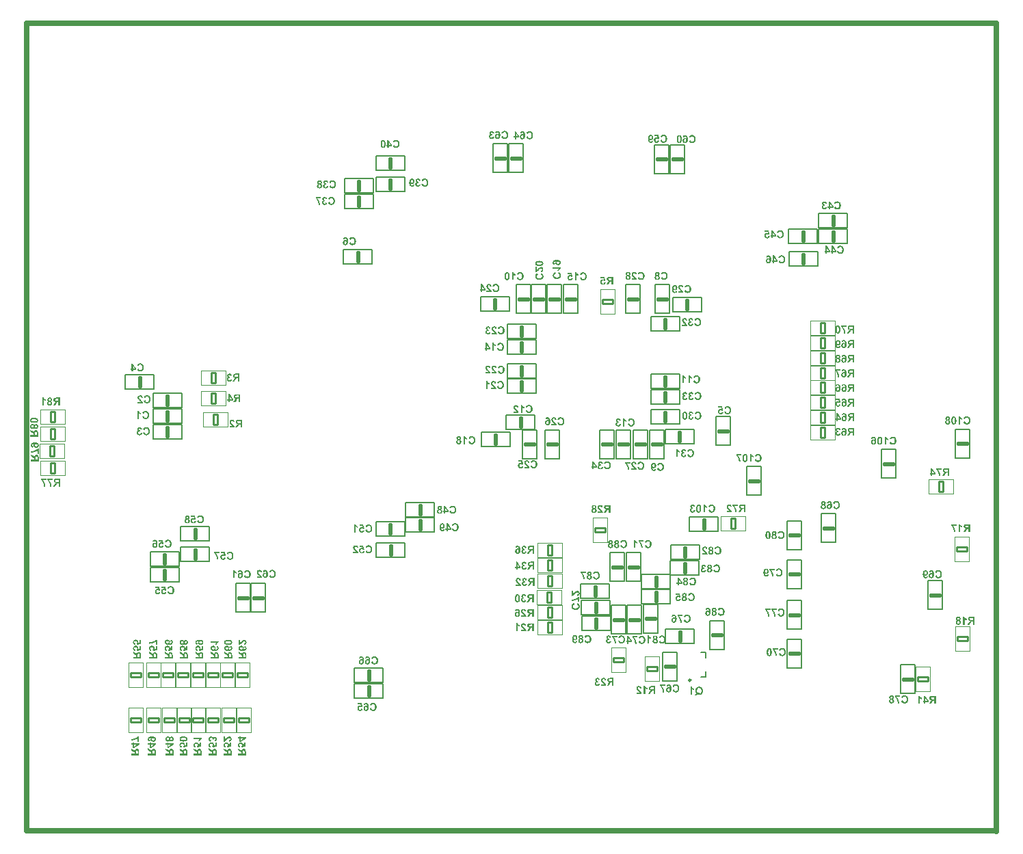
<source format=gbo>
G04*
G04 #@! TF.GenerationSoftware,Altium Limited,Altium Designer,18.1.7 (191)*
G04*
G04 Layer_Color=32896*
%FSLAX24Y24*%
%MOIN*%
G70*
G01*
G75*
%ADD10C,0.0100*%
%ADD11C,0.0079*%
%ADD12C,0.0098*%
%ADD18C,0.0050*%
%ADD22C,0.0020*%
%ADD25C,0.0250*%
G36*
X41873Y19184D02*
X41880Y19172D01*
X41888Y19161D01*
X41895Y19152D01*
X41902Y19145D01*
X41908Y19139D01*
X41910Y19137D01*
X41912Y19135D01*
X41913Y19135D01*
X41914Y19134D01*
X41926Y19125D01*
X41938Y19117D01*
X41948Y19111D01*
X41958Y19107D01*
X41965Y19104D01*
X41971Y19101D01*
X41973Y19100D01*
X41975Y19100D01*
X41975Y19099D01*
X41976D01*
Y19033D01*
X41956Y19040D01*
X41938Y19049D01*
X41930Y19053D01*
X41922Y19058D01*
X41915Y19063D01*
X41908Y19067D01*
X41902Y19071D01*
X41897Y19075D01*
X41892Y19079D01*
X41888Y19082D01*
X41885Y19085D01*
X41883Y19086D01*
X41882Y19088D01*
X41881Y19088D01*
Y18810D01*
X41807D01*
Y19196D01*
X41867D01*
X41873Y19184D01*
D02*
G37*
G36*
X41269Y19196D02*
X41280Y19194D01*
X41291Y19192D01*
X41300Y19189D01*
X41309Y19185D01*
X41318Y19181D01*
X41325Y19177D01*
X41332Y19173D01*
X41338Y19169D01*
X41344Y19164D01*
X41348Y19160D01*
X41352Y19156D01*
X41355Y19154D01*
X41358Y19151D01*
X41359Y19150D01*
X41359Y19149D01*
X41366Y19140D01*
X41372Y19129D01*
X41377Y19117D01*
X41382Y19106D01*
X41385Y19093D01*
X41389Y19080D01*
X41392Y19068D01*
X41393Y19055D01*
X41395Y19044D01*
X41396Y19033D01*
X41397Y19023D01*
X41398Y19014D01*
X41398Y19006D01*
Y19001D01*
Y18999D01*
Y18998D01*
Y18997D01*
Y18996D01*
X41398Y18978D01*
X41397Y18960D01*
X41395Y18944D01*
X41392Y18930D01*
X41389Y18916D01*
X41387Y18904D01*
X41383Y18893D01*
X41379Y18883D01*
X41376Y18875D01*
X41373Y18868D01*
X41370Y18862D01*
X41367Y18857D01*
X41364Y18853D01*
X41363Y18850D01*
X41362Y18848D01*
X41361Y18848D01*
X41354Y18840D01*
X41346Y18833D01*
X41338Y18827D01*
X41330Y18822D01*
X41322Y18817D01*
X41314Y18814D01*
X41306Y18811D01*
X41299Y18808D01*
X41292Y18807D01*
X41286Y18805D01*
X41279Y18804D01*
X41274Y18803D01*
X41271D01*
X41268Y18803D01*
X41265D01*
X41255Y18803D01*
X41246Y18804D01*
X41237Y18806D01*
X41228Y18808D01*
X41220Y18811D01*
X41213Y18814D01*
X41206Y18817D01*
X41200Y18821D01*
X41195Y18824D01*
X41190Y18827D01*
X41186Y18830D01*
X41182Y18833D01*
X41180Y18835D01*
X41178Y18837D01*
X41177Y18838D01*
X41176Y18838D01*
X41170Y18845D01*
X41165Y18853D01*
X41160Y18861D01*
X41156Y18868D01*
X41152Y18876D01*
X41150Y18884D01*
X41146Y18899D01*
X41144Y18906D01*
X41143Y18913D01*
X41142Y18918D01*
X41142Y18923D01*
X41141Y18928D01*
Y18930D01*
Y18933D01*
Y18933D01*
X41142Y18944D01*
X41143Y18953D01*
X41145Y18963D01*
X41146Y18971D01*
X41149Y18979D01*
X41152Y18986D01*
X41155Y18994D01*
X41158Y19000D01*
X41161Y19005D01*
X41164Y19010D01*
X41167Y19014D01*
X41170Y19018D01*
X41171Y19021D01*
X41173Y19023D01*
X41174Y19024D01*
X41175Y19024D01*
X41181Y19030D01*
X41187Y19036D01*
X41194Y19041D01*
X41201Y19045D01*
X41207Y19048D01*
X41214Y19051D01*
X41226Y19055D01*
X41232Y19057D01*
X41237Y19058D01*
X41242Y19059D01*
X41246Y19059D01*
X41249Y19060D01*
X41253D01*
X41261Y19059D01*
X41268Y19058D01*
X41275Y19057D01*
X41282Y19055D01*
X41293Y19049D01*
X41303Y19044D01*
X41311Y19038D01*
X41314Y19035D01*
X41317Y19032D01*
X41319Y19030D01*
X41321Y19029D01*
X41322Y19028D01*
X41322Y19027D01*
X41321Y19039D01*
X41320Y19050D01*
X41319Y19060D01*
X41317Y19069D01*
X41316Y19076D01*
X41314Y19084D01*
X41312Y19090D01*
X41310Y19095D01*
X41308Y19100D01*
X41307Y19104D01*
X41306Y19107D01*
X41304Y19110D01*
X41303Y19112D01*
X41302Y19113D01*
X41302Y19114D01*
X41296Y19121D01*
X41289Y19126D01*
X41282Y19130D01*
X41276Y19132D01*
X41271Y19134D01*
X41266Y19135D01*
X41263Y19135D01*
X41262D01*
X41256Y19135D01*
X41250Y19134D01*
X41245Y19132D01*
X41241Y19130D01*
X41238Y19128D01*
X41236Y19126D01*
X41234Y19125D01*
X41233Y19125D01*
X41229Y19120D01*
X41227Y19115D01*
X41224Y19110D01*
X41222Y19105D01*
X41221Y19100D01*
X41220Y19096D01*
X41219Y19094D01*
Y19092D01*
X41148Y19100D01*
X41152Y19117D01*
X41158Y19131D01*
X41164Y19143D01*
X41170Y19154D01*
X41176Y19161D01*
X41178Y19164D01*
X41181Y19167D01*
X41183Y19169D01*
X41185Y19170D01*
X41185Y19171D01*
X41186D01*
X41191Y19176D01*
X41197Y19180D01*
X41209Y19186D01*
X41221Y19190D01*
X41232Y19193D01*
X41242Y19195D01*
X41247Y19196D01*
X41251D01*
X41253Y19196D01*
X41258D01*
X41269Y19196D01*
D02*
G37*
G36*
X42215Y19201D02*
X42230Y19199D01*
X42242Y19196D01*
X42255Y19193D01*
X42266Y19189D01*
X42277Y19185D01*
X42287Y19180D01*
X42296Y19175D01*
X42304Y19170D01*
X42311Y19165D01*
X42317Y19160D01*
X42322Y19156D01*
X42326Y19153D01*
X42328Y19150D01*
X42330Y19149D01*
X42331Y19148D01*
X42339Y19137D01*
X42347Y19126D01*
X42353Y19115D01*
X42359Y19102D01*
X42364Y19090D01*
X42368Y19078D01*
X42371Y19065D01*
X42374Y19054D01*
X42376Y19042D01*
X42377Y19032D01*
X42378Y19023D01*
X42379Y19015D01*
Y19008D01*
X42380Y19003D01*
Y19000D01*
Y18999D01*
Y18999D01*
X42379Y18982D01*
X42378Y18967D01*
X42376Y18952D01*
X42372Y18938D01*
X42369Y18925D01*
X42364Y18913D01*
X42360Y18903D01*
X42356Y18893D01*
X42351Y18884D01*
X42347Y18877D01*
X42342Y18871D01*
X42339Y18865D01*
X42336Y18861D01*
X42333Y18858D01*
X42332Y18856D01*
X42331Y18856D01*
X42322Y18846D01*
X42312Y18838D01*
X42301Y18831D01*
X42291Y18826D01*
X42280Y18821D01*
X42270Y18816D01*
X42260Y18813D01*
X42250Y18810D01*
X42241Y18808D01*
X42232Y18806D01*
X42225Y18805D01*
X42218Y18804D01*
X42213Y18804D01*
X42209Y18803D01*
X42206D01*
X42194Y18804D01*
X42184Y18804D01*
X42173Y18806D01*
X42164Y18808D01*
X42155Y18811D01*
X42146Y18813D01*
X42139Y18816D01*
X42131Y18819D01*
X42125Y18822D01*
X42120Y18824D01*
X42115Y18827D01*
X42111Y18829D01*
X42107Y18831D01*
X42105Y18833D01*
X42104Y18833D01*
X42104Y18834D01*
X42096Y18840D01*
X42090Y18847D01*
X42078Y18862D01*
X42068Y18877D01*
X42060Y18892D01*
X42056Y18899D01*
X42054Y18906D01*
X42051Y18912D01*
X42049Y18917D01*
X42048Y18922D01*
X42046Y18925D01*
X42046Y18927D01*
Y18928D01*
X42121Y18951D01*
X42126Y18936D01*
X42131Y18923D01*
X42136Y18913D01*
X42141Y18904D01*
X42146Y18897D01*
X42150Y18893D01*
X42152Y18890D01*
X42154Y18889D01*
X42162Y18882D01*
X42171Y18878D01*
X42180Y18874D01*
X42188Y18872D01*
X42195Y18871D01*
X42201Y18870D01*
X42204Y18869D01*
X42206D01*
X42214Y18870D01*
X42221Y18871D01*
X42235Y18874D01*
X42246Y18879D01*
X42256Y18885D01*
X42263Y18890D01*
X42269Y18895D01*
X42271Y18897D01*
X42273Y18899D01*
X42273Y18899D01*
X42274Y18900D01*
X42278Y18906D01*
X42282Y18913D01*
X42286Y18921D01*
X42289Y18929D01*
X42293Y18947D01*
X42297Y18964D01*
X42298Y18972D01*
X42298Y18979D01*
X42300Y18986D01*
Y18993D01*
X42300Y18997D01*
Y19001D01*
Y19004D01*
Y19004D01*
X42300Y19017D01*
X42299Y19029D01*
X42298Y19039D01*
X42296Y19049D01*
X42294Y19058D01*
X42292Y19066D01*
X42290Y19074D01*
X42287Y19080D01*
X42285Y19086D01*
X42282Y19091D01*
X42280Y19095D01*
X42278Y19098D01*
X42276Y19101D01*
X42275Y19102D01*
X42274Y19104D01*
Y19104D01*
X42269Y19110D01*
X42263Y19115D01*
X42258Y19119D01*
X42252Y19122D01*
X42240Y19127D01*
X42229Y19131D01*
X42220Y19134D01*
X42215Y19134D01*
X42212Y19135D01*
X42208Y19135D01*
X42205D01*
X42194Y19135D01*
X42184Y19132D01*
X42175Y19130D01*
X42167Y19126D01*
X42161Y19123D01*
X42156Y19120D01*
X42154Y19118D01*
X42152Y19117D01*
X42145Y19111D01*
X42139Y19103D01*
X42134Y19095D01*
X42130Y19088D01*
X42127Y19081D01*
X42125Y19076D01*
X42124Y19074D01*
Y19072D01*
X42124Y19071D01*
Y19071D01*
X42047Y19089D01*
X42053Y19105D01*
X42059Y19119D01*
X42065Y19131D01*
X42071Y19141D01*
X42078Y19149D01*
X42080Y19152D01*
X42082Y19155D01*
X42084Y19157D01*
X42085Y19159D01*
X42086Y19160D01*
X42086D01*
X42095Y19167D01*
X42104Y19174D01*
X42113Y19179D01*
X42122Y19184D01*
X42132Y19188D01*
X42142Y19191D01*
X42151Y19194D01*
X42160Y19196D01*
X42169Y19198D01*
X42176Y19199D01*
X42183Y19200D01*
X42189Y19201D01*
X42194Y19201D01*
X42201D01*
X42215Y19201D01*
D02*
G37*
G36*
X41582Y19196D02*
X41592Y19195D01*
X41601Y19192D01*
X41610Y19190D01*
X41617Y19187D01*
X41625Y19184D01*
X41631Y19180D01*
X41637Y19176D01*
X41642Y19172D01*
X41647Y19169D01*
X41651Y19166D01*
X41653Y19162D01*
X41656Y19160D01*
X41658Y19158D01*
X41659Y19157D01*
X41660Y19156D01*
X41666Y19147D01*
X41672Y19136D01*
X41677Y19124D01*
X41681Y19112D01*
X41685Y19099D01*
X41688Y19086D01*
X41690Y19073D01*
X41692Y19060D01*
X41693Y19048D01*
X41695Y19037D01*
X41696Y19026D01*
X41696Y19018D01*
X41697Y19010D01*
Y19005D01*
Y19003D01*
Y19001D01*
Y19000D01*
Y19000D01*
X41696Y18980D01*
X41695Y18962D01*
X41693Y18944D01*
X41691Y18929D01*
X41689Y18915D01*
X41686Y18902D01*
X41683Y18891D01*
X41680Y18881D01*
X41677Y18873D01*
X41673Y18865D01*
X41671Y18859D01*
X41668Y18854D01*
X41666Y18851D01*
X41665Y18848D01*
X41663Y18846D01*
X41663Y18846D01*
X41656Y18838D01*
X41649Y18832D01*
X41642Y18826D01*
X41634Y18821D01*
X41627Y18817D01*
X41619Y18813D01*
X41612Y18811D01*
X41605Y18808D01*
X41598Y18806D01*
X41592Y18805D01*
X41586Y18804D01*
X41582Y18803D01*
X41578D01*
X41575Y18803D01*
X41572D01*
X41562Y18803D01*
X41553Y18804D01*
X41544Y18807D01*
X41535Y18809D01*
X41528Y18812D01*
X41520Y18815D01*
X41514Y18819D01*
X41508Y18823D01*
X41503Y18826D01*
X41498Y18830D01*
X41494Y18833D01*
X41491Y18836D01*
X41489Y18838D01*
X41487Y18841D01*
X41486Y18842D01*
X41485Y18842D01*
X41479Y18852D01*
X41473Y18863D01*
X41468Y18874D01*
X41464Y18887D01*
X41460Y18900D01*
X41457Y18913D01*
X41454Y18926D01*
X41452Y18939D01*
X41451Y18951D01*
X41450Y18962D01*
X41449Y18973D01*
X41448Y18981D01*
X41448Y18989D01*
Y18994D01*
Y18996D01*
Y18998D01*
Y18999D01*
Y18999D01*
X41448Y19019D01*
X41449Y19038D01*
X41451Y19054D01*
X41454Y19070D01*
X41456Y19084D01*
X41459Y19097D01*
X41463Y19109D01*
X41466Y19119D01*
X41470Y19128D01*
X41473Y19135D01*
X41476Y19142D01*
X41479Y19147D01*
X41482Y19151D01*
X41484Y19154D01*
X41485Y19156D01*
X41485Y19156D01*
X41491Y19164D01*
X41498Y19170D01*
X41505Y19175D01*
X41513Y19180D01*
X41520Y19184D01*
X41527Y19186D01*
X41534Y19189D01*
X41541Y19191D01*
X41547Y19193D01*
X41553Y19194D01*
X41559Y19195D01*
X41563Y19196D01*
X41567Y19196D01*
X41572D01*
X41582Y19196D01*
D02*
G37*
G36*
X32460Y15888D02*
X32471Y15887D01*
X32481Y15885D01*
X32489Y15883D01*
X32496Y15880D01*
X32501Y15878D01*
X32504Y15877D01*
X32505Y15876D01*
X32506D01*
X32514Y15871D01*
X32523Y15866D01*
X32529Y15860D01*
X32535Y15855D01*
X32539Y15850D01*
X32543Y15846D01*
X32545Y15844D01*
X32546Y15843D01*
X32551Y15835D01*
X32555Y15826D01*
X32558Y15816D01*
X32562Y15808D01*
X32564Y15799D01*
X32566Y15793D01*
X32566Y15790D01*
Y15789D01*
X32567Y15788D01*
Y15787D01*
X32499Y15776D01*
X32497Y15785D01*
X32495Y15793D01*
X32493Y15799D01*
X32490Y15804D01*
X32487Y15809D01*
X32485Y15812D01*
X32483Y15814D01*
X32483Y15814D01*
X32478Y15819D01*
X32472Y15822D01*
X32467Y15824D01*
X32462Y15826D01*
X32457Y15827D01*
X32454Y15828D01*
X32451D01*
X32444Y15827D01*
X32437Y15826D01*
X32432Y15824D01*
X32428Y15822D01*
X32424Y15820D01*
X32422Y15818D01*
X32420Y15816D01*
X32420Y15816D01*
X32416Y15812D01*
X32413Y15806D01*
X32411Y15801D01*
X32410Y15796D01*
X32408Y15792D01*
X32408Y15788D01*
Y15786D01*
Y15785D01*
X32408Y15777D01*
X32410Y15769D01*
X32413Y15763D01*
X32416Y15758D01*
X32419Y15754D01*
X32421Y15751D01*
X32423Y15749D01*
X32424Y15748D01*
X32431Y15744D01*
X32438Y15740D01*
X32446Y15738D01*
X32453Y15737D01*
X32459Y15736D01*
X32465Y15735D01*
X32470D01*
X32478Y15676D01*
X32471Y15678D01*
X32464Y15679D01*
X32458Y15681D01*
X32453Y15681D01*
X32450Y15682D01*
X32444D01*
X32436Y15681D01*
X32430Y15679D01*
X32423Y15677D01*
X32418Y15673D01*
X32414Y15671D01*
X32411Y15668D01*
X32408Y15666D01*
X32408Y15665D01*
X32403Y15658D01*
X32399Y15651D01*
X32396Y15644D01*
X32394Y15637D01*
X32393Y15630D01*
X32392Y15625D01*
Y15622D01*
Y15621D01*
Y15621D01*
X32393Y15610D01*
X32395Y15601D01*
X32397Y15592D01*
X32400Y15586D01*
X32403Y15581D01*
X32406Y15577D01*
X32408Y15574D01*
X32408Y15573D01*
X32415Y15568D01*
X32421Y15563D01*
X32427Y15561D01*
X32433Y15558D01*
X32439Y15557D01*
X32443Y15557D01*
X32446Y15556D01*
X32447D01*
X32455Y15557D01*
X32461Y15558D01*
X32467Y15561D01*
X32473Y15563D01*
X32477Y15566D01*
X32480Y15568D01*
X32482Y15570D01*
X32483Y15570D01*
X32488Y15576D01*
X32492Y15583D01*
X32495Y15590D01*
X32498Y15597D01*
X32499Y15603D01*
X32501Y15608D01*
X32501Y15611D01*
Y15612D01*
Y15612D01*
X32572Y15603D01*
X32571Y15594D01*
X32569Y15586D01*
X32564Y15571D01*
X32558Y15557D01*
X32554Y15552D01*
X32551Y15546D01*
X32547Y15541D01*
X32544Y15537D01*
X32541Y15533D01*
X32538Y15531D01*
X32536Y15528D01*
X32534Y15527D01*
X32533Y15526D01*
X32533Y15525D01*
X32526Y15520D01*
X32519Y15515D01*
X32512Y15511D01*
X32504Y15508D01*
X32490Y15502D01*
X32477Y15499D01*
X32470Y15498D01*
X32464Y15497D01*
X32459Y15496D01*
X32455Y15496D01*
X32451Y15495D01*
X32446D01*
X32436Y15496D01*
X32426Y15497D01*
X32417Y15498D01*
X32408Y15501D01*
X32401Y15503D01*
X32393Y15506D01*
X32386Y15510D01*
X32380Y15513D01*
X32374Y15516D01*
X32368Y15520D01*
X32365Y15522D01*
X32361Y15525D01*
X32358Y15527D01*
X32356Y15529D01*
X32355Y15530D01*
X32354Y15531D01*
X32347Y15537D01*
X32342Y15545D01*
X32337Y15552D01*
X32332Y15559D01*
X32329Y15567D01*
X32326Y15574D01*
X32321Y15587D01*
X32320Y15593D01*
X32319Y15599D01*
X32318Y15604D01*
X32317Y15609D01*
X32317Y15612D01*
Y15615D01*
Y15617D01*
Y15617D01*
X32318Y15630D01*
X32320Y15641D01*
X32323Y15652D01*
X32327Y15660D01*
X32331Y15667D01*
X32334Y15672D01*
X32336Y15676D01*
X32337Y15677D01*
X32345Y15685D01*
X32353Y15692D01*
X32362Y15698D01*
X32371Y15702D01*
X32378Y15705D01*
X32384Y15707D01*
X32386Y15708D01*
X32388D01*
X32389Y15709D01*
X32390D01*
X32380Y15715D01*
X32371Y15721D01*
X32364Y15728D01*
X32357Y15734D01*
X32352Y15741D01*
X32347Y15748D01*
X32344Y15754D01*
X32341Y15760D01*
X32339Y15767D01*
X32337Y15772D01*
X32336Y15777D01*
X32335Y15782D01*
X32335Y15785D01*
X32334Y15788D01*
Y15789D01*
Y15790D01*
X32335Y15797D01*
X32335Y15803D01*
X32339Y15815D01*
X32342Y15826D01*
X32347Y15835D01*
X32352Y15843D01*
X32357Y15849D01*
X32358Y15851D01*
X32360Y15853D01*
X32361Y15853D01*
X32361Y15854D01*
X32367Y15860D01*
X32375Y15865D01*
X32381Y15870D01*
X32388Y15874D01*
X32396Y15878D01*
X32403Y15880D01*
X32417Y15884D01*
X32423Y15886D01*
X32430Y15887D01*
X32435Y15888D01*
X32440Y15888D01*
X32443Y15889D01*
X32448D01*
X32460Y15888D01*
D02*
G37*
G36*
X33044Y15876D02*
X33051Y15864D01*
X33059Y15853D01*
X33067Y15844D01*
X33073Y15837D01*
X33079Y15831D01*
X33082Y15829D01*
X33083Y15828D01*
X33084Y15827D01*
X33085Y15826D01*
X33097Y15818D01*
X33109Y15810D01*
X33119Y15804D01*
X33129Y15799D01*
X33137Y15796D01*
X33142Y15793D01*
X33144Y15793D01*
X33146Y15792D01*
X33147Y15792D01*
X33147D01*
Y15725D01*
X33127Y15733D01*
X33109Y15741D01*
X33101Y15745D01*
X33093Y15750D01*
X33086Y15755D01*
X33079Y15759D01*
X33073Y15764D01*
X33068Y15768D01*
X33063Y15771D01*
X33059Y15774D01*
X33056Y15777D01*
X33054Y15779D01*
X33053Y15780D01*
X33052Y15780D01*
Y15502D01*
X32978D01*
Y15889D01*
X33038D01*
X33044Y15876D01*
D02*
G37*
G36*
X33386Y15893D02*
X33401Y15891D01*
X33414Y15889D01*
X33426Y15885D01*
X33437Y15881D01*
X33449Y15877D01*
X33458Y15872D01*
X33467Y15867D01*
X33475Y15862D01*
X33482Y15857D01*
X33488Y15853D01*
X33493Y15849D01*
X33497Y15845D01*
X33500Y15843D01*
X33501Y15841D01*
X33502Y15840D01*
X33511Y15830D01*
X33518Y15819D01*
X33525Y15807D01*
X33530Y15795D01*
X33535Y15782D01*
X33539Y15770D01*
X33542Y15758D01*
X33545Y15746D01*
X33547Y15734D01*
X33548Y15724D01*
X33550Y15715D01*
X33551Y15707D01*
Y15701D01*
X33551Y15696D01*
Y15692D01*
Y15692D01*
Y15691D01*
X33551Y15674D01*
X33549Y15659D01*
X33547Y15644D01*
X33543Y15631D01*
X33540Y15618D01*
X33536Y15606D01*
X33531Y15595D01*
X33527Y15586D01*
X33522Y15577D01*
X33518Y15569D01*
X33513Y15563D01*
X33510Y15557D01*
X33507Y15553D01*
X33505Y15550D01*
X33503Y15548D01*
X33502Y15548D01*
X33493Y15538D01*
X33483Y15531D01*
X33472Y15523D01*
X33462Y15518D01*
X33451Y15513D01*
X33441Y15508D01*
X33431Y15505D01*
X33421Y15502D01*
X33412Y15500D01*
X33404Y15498D01*
X33396Y15497D01*
X33390Y15497D01*
X33384Y15496D01*
X33380Y15496D01*
X33377D01*
X33365Y15496D01*
X33355Y15497D01*
X33344Y15498D01*
X33335Y15501D01*
X33326Y15503D01*
X33318Y15505D01*
X33310Y15508D01*
X33303Y15511D01*
X33296Y15514D01*
X33291Y15517D01*
X33286Y15519D01*
X33282Y15521D01*
X33279Y15523D01*
X33276Y15525D01*
X33275Y15526D01*
X33275Y15526D01*
X33268Y15532D01*
X33261Y15539D01*
X33249Y15554D01*
X33239Y15570D01*
X33231Y15584D01*
X33228Y15592D01*
X33225Y15598D01*
X33223Y15604D01*
X33220Y15609D01*
X33219Y15614D01*
X33218Y15617D01*
X33217Y15619D01*
Y15620D01*
X33293Y15643D01*
X33297Y15628D01*
X33302Y15616D01*
X33307Y15605D01*
X33313Y15596D01*
X33317Y15589D01*
X33321Y15585D01*
X33324Y15582D01*
X33325Y15581D01*
X33334Y15575D01*
X33342Y15570D01*
X33351Y15567D01*
X33359Y15564D01*
X33366Y15563D01*
X33372Y15562D01*
X33375Y15562D01*
X33377D01*
X33385Y15562D01*
X33392Y15563D01*
X33406Y15567D01*
X33417Y15571D01*
X33427Y15577D01*
X33435Y15583D01*
X33440Y15587D01*
X33442Y15589D01*
X33444Y15591D01*
X33445Y15592D01*
X33445Y15592D01*
X33450Y15598D01*
X33454Y15606D01*
X33457Y15613D01*
X33460Y15622D01*
X33465Y15639D01*
X33468Y15656D01*
X33469Y15664D01*
X33470Y15672D01*
X33471Y15679D01*
Y15685D01*
X33471Y15689D01*
Y15693D01*
Y15696D01*
Y15697D01*
X33471Y15709D01*
X33470Y15721D01*
X33469Y15732D01*
X33467Y15742D01*
X33465Y15750D01*
X33463Y15759D01*
X33461Y15766D01*
X33458Y15773D01*
X33456Y15778D01*
X33454Y15783D01*
X33451Y15787D01*
X33449Y15790D01*
X33447Y15793D01*
X33446Y15795D01*
X33445Y15796D01*
Y15797D01*
X33440Y15802D01*
X33435Y15807D01*
X33429Y15811D01*
X33423Y15814D01*
X33411Y15820D01*
X33400Y15824D01*
X33391Y15826D01*
X33386Y15826D01*
X33383Y15827D01*
X33380Y15828D01*
X33376D01*
X33365Y15827D01*
X33355Y15825D01*
X33346Y15822D01*
X33338Y15819D01*
X33332Y15815D01*
X33328Y15813D01*
X33325Y15810D01*
X33324Y15810D01*
X33316Y15803D01*
X33310Y15795D01*
X33305Y15788D01*
X33301Y15780D01*
X33298Y15773D01*
X33296Y15768D01*
X33295Y15766D01*
Y15764D01*
X33295Y15764D01*
Y15763D01*
X33218Y15782D01*
X33224Y15798D01*
X33230Y15812D01*
X33236Y15824D01*
X33243Y15834D01*
X33249Y15841D01*
X33251Y15845D01*
X33253Y15848D01*
X33255Y15849D01*
X33256Y15851D01*
X33257Y15852D01*
X33258D01*
X33266Y15859D01*
X33275Y15866D01*
X33284Y15871D01*
X33294Y15876D01*
X33304Y15880D01*
X33313Y15884D01*
X33323Y15886D01*
X33331Y15889D01*
X33340Y15890D01*
X33347Y15891D01*
X33354Y15893D01*
X33360Y15893D01*
X33365Y15894D01*
X33372D01*
X33386Y15893D01*
D02*
G37*
G36*
X32754Y15888D02*
X32763Y15887D01*
X32773Y15885D01*
X32781Y15883D01*
X32789Y15879D01*
X32796Y15876D01*
X32802Y15873D01*
X32808Y15869D01*
X32813Y15865D01*
X32818Y15861D01*
X32822Y15858D01*
X32825Y15855D01*
X32827Y15853D01*
X32829Y15850D01*
X32830Y15849D01*
X32831Y15849D01*
X32837Y15839D01*
X32843Y15828D01*
X32848Y15816D01*
X32852Y15804D01*
X32856Y15792D01*
X32859Y15778D01*
X32861Y15765D01*
X32864Y15753D01*
X32865Y15740D01*
X32866Y15729D01*
X32867Y15719D01*
X32867Y15710D01*
X32868Y15703D01*
Y15697D01*
Y15695D01*
Y15693D01*
Y15693D01*
Y15692D01*
X32867Y15672D01*
X32866Y15654D01*
X32865Y15637D01*
X32862Y15621D01*
X32860Y15607D01*
X32857Y15594D01*
X32854Y15583D01*
X32851Y15573D01*
X32848Y15565D01*
X32845Y15557D01*
X32842Y15551D01*
X32839Y15546D01*
X32837Y15543D01*
X32836Y15540D01*
X32835Y15538D01*
X32834Y15538D01*
X32827Y15530D01*
X32820Y15524D01*
X32813Y15518D01*
X32805Y15513D01*
X32798Y15509D01*
X32790Y15506D01*
X32783Y15503D01*
X32776Y15501D01*
X32769Y15498D01*
X32763Y15497D01*
X32758Y15496D01*
X32753Y15496D01*
X32749D01*
X32746Y15495D01*
X32744D01*
X32734Y15496D01*
X32724Y15497D01*
X32715Y15499D01*
X32706Y15501D01*
X32699Y15504D01*
X32691Y15507D01*
X32685Y15511D01*
X32679Y15515D01*
X32674Y15518D01*
X32669Y15522D01*
X32665Y15526D01*
X32662Y15528D01*
X32660Y15531D01*
X32658Y15533D01*
X32657Y15534D01*
X32657Y15535D01*
X32650Y15544D01*
X32644Y15555D01*
X32639Y15567D01*
X32635Y15580D01*
X32631Y15592D01*
X32628Y15605D01*
X32625Y15618D01*
X32623Y15631D01*
X32622Y15643D01*
X32621Y15654D01*
X32620Y15665D01*
X32619Y15674D01*
X32619Y15681D01*
Y15687D01*
Y15689D01*
Y15691D01*
Y15691D01*
Y15692D01*
X32619Y15712D01*
X32620Y15730D01*
X32622Y15747D01*
X32625Y15762D01*
X32628Y15777D01*
X32630Y15789D01*
X32634Y15801D01*
X32638Y15811D01*
X32641Y15820D01*
X32644Y15828D01*
X32648Y15834D01*
X32650Y15840D01*
X32653Y15844D01*
X32655Y15846D01*
X32656Y15848D01*
X32657Y15849D01*
X32663Y15856D01*
X32669Y15862D01*
X32676Y15867D01*
X32684Y15872D01*
X32691Y15876D01*
X32698Y15879D01*
X32705Y15881D01*
X32712Y15884D01*
X32719Y15885D01*
X32724Y15886D01*
X32730Y15888D01*
X32734Y15888D01*
X32738Y15889D01*
X32744D01*
X32754Y15888D01*
D02*
G37*
G36*
X35307Y18345D02*
X35314Y18333D01*
X35322Y18322D01*
X35329Y18313D01*
X35336Y18306D01*
X35342Y18300D01*
X35344Y18298D01*
X35346Y18296D01*
X35347Y18296D01*
X35348Y18295D01*
X35360Y18286D01*
X35372Y18279D01*
X35382Y18273D01*
X35392Y18268D01*
X35399Y18265D01*
X35405Y18262D01*
X35407Y18262D01*
X35409Y18261D01*
X35409Y18260D01*
X35410D01*
Y18194D01*
X35390Y18202D01*
X35372Y18210D01*
X35364Y18214D01*
X35356Y18219D01*
X35349Y18224D01*
X35342Y18228D01*
X35336Y18233D01*
X35331Y18237D01*
X35326Y18240D01*
X35322Y18243D01*
X35319Y18246D01*
X35317Y18248D01*
X35316Y18249D01*
X35315Y18249D01*
Y17971D01*
X35241D01*
Y18358D01*
X35301D01*
X35307Y18345D01*
D02*
G37*
G36*
X35649Y18362D02*
X35664Y18360D01*
X35676Y18358D01*
X35689Y18354D01*
X35700Y18350D01*
X35711Y18346D01*
X35721Y18341D01*
X35730Y18336D01*
X35738Y18331D01*
X35745Y18326D01*
X35751Y18321D01*
X35756Y18318D01*
X35760Y18314D01*
X35762Y18311D01*
X35764Y18310D01*
X35765Y18309D01*
X35773Y18299D01*
X35781Y18288D01*
X35787Y18276D01*
X35793Y18264D01*
X35798Y18251D01*
X35802Y18239D01*
X35805Y18227D01*
X35808Y18215D01*
X35810Y18203D01*
X35811Y18193D01*
X35812Y18184D01*
X35813Y18176D01*
Y18169D01*
X35814Y18164D01*
Y18161D01*
Y18161D01*
Y18160D01*
X35813Y18143D01*
X35812Y18128D01*
X35810Y18113D01*
X35806Y18099D01*
X35803Y18087D01*
X35798Y18074D01*
X35794Y18064D01*
X35790Y18055D01*
X35785Y18046D01*
X35781Y18038D01*
X35776Y18032D01*
X35773Y18026D01*
X35770Y18022D01*
X35767Y18019D01*
X35766Y18017D01*
X35765Y18017D01*
X35756Y18007D01*
X35746Y18000D01*
X35735Y17992D01*
X35725Y17987D01*
X35714Y17982D01*
X35703Y17977D01*
X35694Y17974D01*
X35684Y17971D01*
X35675Y17969D01*
X35666Y17967D01*
X35659Y17966D01*
X35652Y17966D01*
X35647Y17965D01*
X35643Y17965D01*
X35640D01*
X35628Y17965D01*
X35617Y17966D01*
X35607Y17967D01*
X35597Y17970D01*
X35589Y17972D01*
X35580Y17974D01*
X35573Y17977D01*
X35565Y17980D01*
X35559Y17983D01*
X35554Y17986D01*
X35549Y17988D01*
X35545Y17990D01*
X35541Y17992D01*
X35539Y17994D01*
X35538Y17995D01*
X35538Y17995D01*
X35530Y18001D01*
X35524Y18008D01*
X35511Y18023D01*
X35501Y18038D01*
X35494Y18053D01*
X35490Y18061D01*
X35488Y18067D01*
X35485Y18073D01*
X35483Y18078D01*
X35481Y18083D01*
X35480Y18086D01*
X35480Y18088D01*
Y18089D01*
X35555Y18112D01*
X35560Y18097D01*
X35565Y18084D01*
X35570Y18074D01*
X35575Y18065D01*
X35580Y18058D01*
X35584Y18054D01*
X35586Y18051D01*
X35587Y18050D01*
X35596Y18043D01*
X35605Y18039D01*
X35614Y18036D01*
X35622Y18033D01*
X35629Y18032D01*
X35635Y18031D01*
X35637Y18031D01*
X35640D01*
X35648Y18031D01*
X35655Y18032D01*
X35669Y18036D01*
X35680Y18040D01*
X35690Y18046D01*
X35697Y18052D01*
X35703Y18056D01*
X35705Y18058D01*
X35707Y18060D01*
X35707Y18061D01*
X35708Y18061D01*
X35712Y18067D01*
X35716Y18074D01*
X35720Y18082D01*
X35723Y18091D01*
X35727Y18108D01*
X35731Y18125D01*
X35732Y18133D01*
X35732Y18141D01*
X35733Y18148D01*
Y18154D01*
X35734Y18158D01*
Y18162D01*
Y18165D01*
Y18166D01*
X35733Y18178D01*
X35733Y18190D01*
X35732Y18200D01*
X35730Y18210D01*
X35728Y18219D01*
X35726Y18228D01*
X35723Y18235D01*
X35721Y18242D01*
X35718Y18247D01*
X35716Y18252D01*
X35714Y18256D01*
X35712Y18259D01*
X35710Y18262D01*
X35709Y18264D01*
X35708Y18265D01*
Y18265D01*
X35703Y18271D01*
X35697Y18276D01*
X35692Y18280D01*
X35686Y18283D01*
X35674Y18289D01*
X35663Y18293D01*
X35654Y18295D01*
X35649Y18295D01*
X35646Y18296D01*
X35642Y18296D01*
X35639D01*
X35627Y18296D01*
X35617Y18294D01*
X35609Y18291D01*
X35601Y18288D01*
X35595Y18284D01*
X35590Y18282D01*
X35587Y18279D01*
X35586Y18279D01*
X35579Y18272D01*
X35573Y18264D01*
X35568Y18257D01*
X35564Y18249D01*
X35561Y18242D01*
X35559Y18237D01*
X35558Y18235D01*
Y18233D01*
X35558Y18233D01*
Y18232D01*
X35481Y18250D01*
X35486Y18267D01*
X35493Y18280D01*
X35499Y18293D01*
X35505Y18303D01*
X35511Y18310D01*
X35514Y18314D01*
X35516Y18316D01*
X35518Y18318D01*
X35519Y18320D01*
X35520Y18321D01*
X35520D01*
X35529Y18328D01*
X35538Y18335D01*
X35547Y18340D01*
X35556Y18345D01*
X35566Y18349D01*
X35576Y18353D01*
X35585Y18355D01*
X35594Y18358D01*
X35602Y18359D01*
X35610Y18360D01*
X35617Y18361D01*
X35623Y18362D01*
X35628Y18363D01*
X35635D01*
X35649Y18362D01*
D02*
G37*
G36*
X34832Y18282D02*
X34665D01*
X34683Y18257D01*
X34699Y18231D01*
X34707Y18219D01*
X34714Y18206D01*
X34720Y18194D01*
X34726Y18183D01*
X34731Y18173D01*
X34735Y18163D01*
X34739Y18154D01*
X34742Y18147D01*
X34744Y18142D01*
X34746Y18137D01*
X34747Y18134D01*
X34748Y18133D01*
X34753Y18118D01*
X34758Y18103D01*
X34762Y18088D01*
X34766Y18073D01*
X34769Y18059D01*
X34772Y18046D01*
X34774Y18033D01*
X34776Y18021D01*
X34777Y18011D01*
X34778Y18001D01*
X34779Y17992D01*
X34780Y17985D01*
Y17979D01*
X34781Y17975D01*
Y17972D01*
Y17971D01*
X34709D01*
X34709Y17991D01*
X34707Y18011D01*
X34704Y18030D01*
X34703Y18039D01*
X34702Y18048D01*
X34700Y18056D01*
X34698Y18063D01*
X34697Y18069D01*
X34696Y18075D01*
X34695Y18080D01*
X34694Y18083D01*
X34693Y18086D01*
Y18086D01*
X34686Y18110D01*
X34678Y18133D01*
X34675Y18143D01*
X34670Y18153D01*
X34666Y18163D01*
X34662Y18172D01*
X34658Y18179D01*
X34655Y18187D01*
X34652Y18193D01*
X34650Y18198D01*
X34647Y18203D01*
X34646Y18205D01*
X34645Y18208D01*
X34644Y18208D01*
X34638Y18219D01*
X34632Y18229D01*
X34626Y18238D01*
X34621Y18247D01*
X34615Y18254D01*
X34610Y18262D01*
X34605Y18268D01*
X34600Y18274D01*
X34596Y18280D01*
X34592Y18284D01*
X34588Y18288D01*
X34586Y18291D01*
X34583Y18294D01*
X34582Y18295D01*
X34581Y18296D01*
X34580Y18297D01*
Y18350D01*
X34832D01*
Y18282D01*
D02*
G37*
G36*
X35016Y18357D02*
X35026Y18356D01*
X35035Y18354D01*
X35044Y18351D01*
X35051Y18348D01*
X35059Y18345D01*
X35065Y18341D01*
X35071Y18338D01*
X35076Y18334D01*
X35081Y18330D01*
X35085Y18327D01*
X35087Y18324D01*
X35090Y18321D01*
X35092Y18319D01*
X35093Y18318D01*
X35094Y18318D01*
X35100Y18308D01*
X35106Y18297D01*
X35111Y18285D01*
X35115Y18273D01*
X35119Y18260D01*
X35122Y18247D01*
X35124Y18234D01*
X35126Y18222D01*
X35127Y18209D01*
X35129Y18198D01*
X35130Y18188D01*
X35130Y18179D01*
X35131Y18172D01*
Y18166D01*
Y18164D01*
Y18162D01*
Y18162D01*
Y18161D01*
X35130Y18141D01*
X35129Y18123D01*
X35127Y18106D01*
X35125Y18090D01*
X35123Y18076D01*
X35120Y18063D01*
X35117Y18052D01*
X35114Y18042D01*
X35111Y18034D01*
X35107Y18026D01*
X35105Y18020D01*
X35102Y18015D01*
X35100Y18012D01*
X35099Y18009D01*
X35097Y18007D01*
X35097Y18007D01*
X35090Y17999D01*
X35083Y17993D01*
X35076Y17987D01*
X35068Y17982D01*
X35061Y17978D01*
X35053Y17975D01*
X35046Y17972D01*
X35039Y17970D01*
X35032Y17967D01*
X35026Y17966D01*
X35020Y17965D01*
X35016Y17965D01*
X35012D01*
X35009Y17964D01*
X35006D01*
X34996Y17965D01*
X34987Y17966D01*
X34978Y17968D01*
X34969Y17970D01*
X34961Y17973D01*
X34954Y17976D01*
X34948Y17980D01*
X34942Y17984D01*
X34937Y17987D01*
X34932Y17991D01*
X34928Y17995D01*
X34925Y17997D01*
X34923Y18000D01*
X34921Y18002D01*
X34920Y18003D01*
X34919Y18003D01*
X34913Y18013D01*
X34907Y18024D01*
X34902Y18036D01*
X34898Y18048D01*
X34894Y18061D01*
X34891Y18074D01*
X34888Y18087D01*
X34886Y18100D01*
X34885Y18112D01*
X34884Y18123D01*
X34883Y18134D01*
X34882Y18143D01*
X34882Y18150D01*
Y18156D01*
Y18158D01*
Y18159D01*
Y18160D01*
Y18161D01*
X34882Y18181D01*
X34883Y18199D01*
X34885Y18215D01*
X34888Y18231D01*
X34890Y18245D01*
X34893Y18258D01*
X34897Y18270D01*
X34900Y18280D01*
X34904Y18289D01*
X34907Y18296D01*
X34910Y18303D01*
X34913Y18309D01*
X34916Y18313D01*
X34918Y18315D01*
X34919Y18317D01*
X34919Y18318D01*
X34925Y18325D01*
X34932Y18331D01*
X34939Y18336D01*
X34946Y18341D01*
X34954Y18345D01*
X34961Y18348D01*
X34968Y18350D01*
X34975Y18353D01*
X34981Y18354D01*
X34987Y18355D01*
X34993Y18356D01*
X34997Y18357D01*
X35001Y18358D01*
X35006D01*
X35016Y18357D01*
D02*
G37*
G36*
X34237Y15897D02*
X34246Y15896D01*
X34264Y15894D01*
X34278Y15889D01*
X34285Y15887D01*
X34291Y15884D01*
X34296Y15882D01*
X34301Y15879D01*
X34305Y15877D01*
X34309Y15875D01*
X34311Y15873D01*
X34313Y15872D01*
X34314Y15871D01*
X34315Y15871D01*
X34321Y15865D01*
X34326Y15860D01*
X34331Y15853D01*
X34336Y15846D01*
X34342Y15831D01*
X34348Y15818D01*
X34350Y15810D01*
X34351Y15804D01*
X34353Y15799D01*
X34353Y15794D01*
X34355Y15789D01*
Y15787D01*
X34355Y15784D01*
Y15784D01*
X34282Y15777D01*
X34281Y15788D01*
X34279Y15797D01*
X34276Y15805D01*
X34274Y15812D01*
X34271Y15817D01*
X34269Y15820D01*
X34267Y15822D01*
X34267Y15823D01*
X34261Y15827D01*
X34255Y15830D01*
X34249Y15833D01*
X34243Y15835D01*
X34238Y15836D01*
X34234Y15836D01*
X34230D01*
X34221Y15836D01*
X34214Y15834D01*
X34208Y15832D01*
X34203Y15830D01*
X34199Y15828D01*
X34195Y15825D01*
X34194Y15824D01*
X34193Y15823D01*
X34189Y15818D01*
X34185Y15812D01*
X34183Y15805D01*
X34181Y15799D01*
X34180Y15794D01*
X34180Y15789D01*
Y15786D01*
Y15785D01*
Y15785D01*
X34180Y15777D01*
X34182Y15769D01*
X34185Y15761D01*
X34188Y15754D01*
X34190Y15748D01*
X34193Y15744D01*
X34195Y15741D01*
X34195Y15740D01*
X34198Y15737D01*
X34201Y15733D01*
X34205Y15728D01*
X34210Y15723D01*
X34220Y15713D01*
X34230Y15702D01*
X34240Y15692D01*
X34244Y15688D01*
X34249Y15684D01*
X34252Y15681D01*
X34254Y15679D01*
X34256Y15677D01*
X34256Y15677D01*
X34267Y15666D01*
X34277Y15656D01*
X34287Y15647D01*
X34295Y15638D01*
X34303Y15630D01*
X34310Y15622D01*
X34316Y15616D01*
X34321Y15609D01*
X34325Y15603D01*
X34329Y15598D01*
X34332Y15595D01*
X34335Y15591D01*
X34337Y15588D01*
X34338Y15586D01*
X34339Y15585D01*
Y15585D01*
X34346Y15572D01*
X34352Y15558D01*
X34356Y15546D01*
X34360Y15535D01*
X34362Y15525D01*
X34362Y15521D01*
X34363Y15518D01*
X34363Y15515D01*
X34364Y15513D01*
Y15512D01*
Y15511D01*
X34106D01*
Y15580D01*
X34252D01*
X34248Y15587D01*
X34243Y15593D01*
X34241Y15596D01*
X34239Y15598D01*
X34238Y15599D01*
X34237Y15599D01*
X34235Y15602D01*
X34233Y15604D01*
X34226Y15611D01*
X34219Y15618D01*
X34212Y15625D01*
X34205Y15632D01*
X34199Y15637D01*
X34196Y15639D01*
X34195Y15641D01*
X34194Y15642D01*
X34193Y15642D01*
X34181Y15654D01*
X34171Y15663D01*
X34163Y15672D01*
X34156Y15679D01*
X34151Y15684D01*
X34148Y15688D01*
X34145Y15691D01*
X34145Y15692D01*
X34138Y15701D01*
X34132Y15710D01*
X34127Y15718D01*
X34123Y15725D01*
X34119Y15732D01*
X34117Y15737D01*
X34116Y15739D01*
X34115Y15740D01*
X34112Y15749D01*
X34110Y15758D01*
X34108Y15767D01*
X34107Y15774D01*
X34107Y15780D01*
X34106Y15785D01*
Y15789D01*
Y15790D01*
X34107Y15798D01*
X34108Y15807D01*
X34109Y15814D01*
X34111Y15821D01*
X34117Y15834D01*
X34122Y15845D01*
X34125Y15850D01*
X34128Y15854D01*
X34131Y15858D01*
X34134Y15861D01*
X34136Y15863D01*
X34137Y15865D01*
X34138Y15866D01*
X34139Y15866D01*
X34145Y15872D01*
X34152Y15877D01*
X34159Y15881D01*
X34166Y15884D01*
X34181Y15890D01*
X34195Y15894D01*
X34202Y15895D01*
X34208Y15896D01*
X34214Y15896D01*
X34219Y15897D01*
X34223Y15898D01*
X34228D01*
X34237Y15897D01*
D02*
G37*
G36*
X35024Y15511D02*
X34946D01*
Y15672D01*
X34921D01*
X34913Y15671D01*
X34907Y15671D01*
X34901Y15669D01*
X34897Y15669D01*
X34894Y15668D01*
X34892Y15667D01*
X34892D01*
X34887Y15665D01*
X34883Y15663D01*
X34879Y15660D01*
X34875Y15658D01*
X34872Y15655D01*
X34870Y15653D01*
X34869Y15652D01*
X34869Y15651D01*
X34866Y15648D01*
X34864Y15646D01*
X34857Y15637D01*
X34851Y15628D01*
X34844Y15618D01*
X34837Y15609D01*
X34835Y15605D01*
X34832Y15602D01*
X34830Y15599D01*
X34829Y15597D01*
X34828Y15595D01*
X34827Y15595D01*
X34772Y15511D01*
X34679D01*
X34726Y15586D01*
X34731Y15594D01*
X34736Y15602D01*
X34740Y15608D01*
X34745Y15614D01*
X34749Y15620D01*
X34752Y15626D01*
X34759Y15634D01*
X34764Y15641D01*
X34767Y15645D01*
X34770Y15648D01*
X34770Y15648D01*
X34776Y15655D01*
X34784Y15661D01*
X34790Y15666D01*
X34797Y15671D01*
X34802Y15675D01*
X34807Y15678D01*
X34810Y15680D01*
X34811Y15681D01*
X34811D01*
X34802Y15682D01*
X34794Y15684D01*
X34786Y15687D01*
X34778Y15689D01*
X34771Y15692D01*
X34765Y15695D01*
X34759Y15698D01*
X34754Y15701D01*
X34750Y15704D01*
X34746Y15707D01*
X34743Y15709D01*
X34740Y15712D01*
X34738Y15713D01*
X34736Y15715D01*
X34736Y15716D01*
X34735Y15716D01*
X34731Y15722D01*
X34727Y15727D01*
X34720Y15739D01*
X34716Y15751D01*
X34713Y15763D01*
X34711Y15773D01*
X34710Y15777D01*
Y15780D01*
X34710Y15783D01*
Y15786D01*
Y15787D01*
Y15788D01*
X34710Y15800D01*
X34713Y15812D01*
X34715Y15821D01*
X34718Y15830D01*
X34721Y15838D01*
X34724Y15843D01*
X34725Y15845D01*
X34726Y15846D01*
X34727Y15847D01*
Y15848D01*
X34734Y15857D01*
X34741Y15865D01*
X34748Y15871D01*
X34755Y15876D01*
X34762Y15880D01*
X34767Y15883D01*
X34770Y15884D01*
X34771Y15885D01*
X34771D01*
X34777Y15886D01*
X34783Y15888D01*
X34797Y15891D01*
X34812Y15893D01*
X34826Y15894D01*
X34834D01*
X34840Y15895D01*
X34846D01*
X34851Y15895D01*
X35024D01*
Y15511D01*
D02*
G37*
G36*
X34653Y15822D02*
X34486D01*
X34504Y15797D01*
X34521Y15771D01*
X34528Y15759D01*
X34535Y15746D01*
X34541Y15734D01*
X34547Y15723D01*
X34552Y15713D01*
X34556Y15703D01*
X34560Y15694D01*
X34563Y15687D01*
X34566Y15682D01*
X34567Y15677D01*
X34568Y15674D01*
X34569Y15673D01*
X34574Y15658D01*
X34579Y15643D01*
X34583Y15628D01*
X34587Y15613D01*
X34590Y15599D01*
X34593Y15586D01*
X34595Y15573D01*
X34597Y15561D01*
X34598Y15551D01*
X34599Y15541D01*
X34600Y15532D01*
X34601Y15525D01*
Y15519D01*
X34602Y15515D01*
Y15512D01*
Y15511D01*
X34531D01*
X34530Y15531D01*
X34528Y15551D01*
X34526Y15570D01*
X34524Y15579D01*
X34523Y15588D01*
X34521Y15596D01*
X34519Y15603D01*
X34518Y15609D01*
X34517Y15615D01*
X34516Y15620D01*
X34515Y15623D01*
X34514Y15626D01*
Y15626D01*
X34507Y15650D01*
X34499Y15673D01*
X34496Y15683D01*
X34491Y15693D01*
X34487Y15703D01*
X34483Y15712D01*
X34479Y15719D01*
X34476Y15727D01*
X34473Y15733D01*
X34471Y15738D01*
X34468Y15743D01*
X34467Y15745D01*
X34466Y15748D01*
X34465Y15748D01*
X34459Y15759D01*
X34453Y15769D01*
X34447Y15778D01*
X34442Y15787D01*
X34436Y15794D01*
X34431Y15802D01*
X34426Y15808D01*
X34421Y15814D01*
X34417Y15820D01*
X34413Y15824D01*
X34410Y15828D01*
X34407Y15831D01*
X34405Y15834D01*
X34403Y15835D01*
X34402Y15836D01*
X34401Y15837D01*
Y15890D01*
X34653D01*
Y15822D01*
D02*
G37*
G36*
X10605Y9295D02*
X10613Y9294D01*
X10621Y9293D01*
X10628Y9291D01*
X10641Y9285D01*
X10652Y9280D01*
X10657Y9276D01*
X10661Y9274D01*
X10665Y9271D01*
X10668Y9268D01*
X10670Y9266D01*
X10672Y9265D01*
X10673Y9264D01*
X10673Y9263D01*
X10679Y9257D01*
X10684Y9250D01*
X10688Y9243D01*
X10691Y9235D01*
X10697Y9221D01*
X10700Y9207D01*
X10702Y9200D01*
X10703Y9194D01*
X10703Y9188D01*
X10704Y9183D01*
X10704Y9179D01*
Y9174D01*
X10704Y9164D01*
X10703Y9156D01*
X10700Y9138D01*
X10696Y9124D01*
X10694Y9117D01*
X10691Y9111D01*
X10689Y9106D01*
X10686Y9101D01*
X10684Y9097D01*
X10682Y9093D01*
X10680Y9091D01*
X10679Y9089D01*
X10678Y9088D01*
X10678Y9087D01*
X10672Y9081D01*
X10667Y9076D01*
X10660Y9071D01*
X10653Y9066D01*
X10638Y9059D01*
X10624Y9054D01*
X10617Y9052D01*
X10611Y9051D01*
X10606Y9049D01*
X10601Y9048D01*
X10596Y9047D01*
X10593D01*
X10591Y9047D01*
X10591D01*
X10583Y9120D01*
X10594Y9121D01*
X10604Y9123D01*
X10612Y9126D01*
X10618Y9128D01*
X10623Y9131D01*
X10627Y9133D01*
X10629Y9134D01*
X10629Y9135D01*
X10634Y9141D01*
X10637Y9147D01*
X10640Y9153D01*
X10642Y9159D01*
X10643Y9164D01*
X10643Y9168D01*
Y9172D01*
X10643Y9180D01*
X10641Y9188D01*
X10639Y9194D01*
X10637Y9199D01*
X10634Y9203D01*
X10632Y9207D01*
X10631Y9208D01*
X10630Y9209D01*
X10624Y9213D01*
X10618Y9217D01*
X10612Y9219D01*
X10606Y9220D01*
X10601Y9222D01*
X10596Y9222D01*
X10593D01*
X10592D01*
X10592D01*
X10583Y9222D01*
X10576Y9220D01*
X10568Y9217D01*
X10561Y9214D01*
X10555Y9212D01*
X10551Y9209D01*
X10548Y9207D01*
X10547Y9207D01*
X10543Y9204D01*
X10539Y9201D01*
X10534Y9197D01*
X10530Y9192D01*
X10519Y9182D01*
X10509Y9172D01*
X10499Y9162D01*
X10495Y9158D01*
X10491Y9153D01*
X10488Y9150D01*
X10486Y9148D01*
X10484Y9146D01*
X10483Y9146D01*
X10473Y9134D01*
X10463Y9124D01*
X10453Y9115D01*
X10445Y9107D01*
X10437Y9099D01*
X10429Y9092D01*
X10422Y9086D01*
X10416Y9081D01*
X10410Y9077D01*
X10405Y9073D01*
X10401Y9069D01*
X10397Y9067D01*
X10395Y9065D01*
X10393Y9064D01*
X10392Y9063D01*
X10391D01*
X10379Y9056D01*
X10365Y9050D01*
X10353Y9046D01*
X10342Y9042D01*
X10332Y9040D01*
X10328Y9040D01*
X10325Y9039D01*
X10322Y9038D01*
X10320Y9038D01*
X10319D01*
X10318D01*
Y9296D01*
X10386D01*
Y9149D01*
X10394Y9154D01*
X10400Y9159D01*
X10402Y9161D01*
X10405Y9163D01*
X10406Y9164D01*
X10406Y9164D01*
X10409Y9167D01*
X10411Y9169D01*
X10417Y9175D01*
X10425Y9183D01*
X10432Y9190D01*
X10438Y9197D01*
X10444Y9203D01*
X10446Y9205D01*
X10448Y9207D01*
X10448Y9208D01*
X10449Y9209D01*
X10461Y9221D01*
X10470Y9231D01*
X10479Y9239D01*
X10486Y9246D01*
X10491Y9251D01*
X10495Y9254D01*
X10498Y9257D01*
X10498Y9257D01*
X10508Y9264D01*
X10517Y9270D01*
X10525Y9275D01*
X10532Y9279D01*
X10538Y9283D01*
X10543Y9285D01*
X10546Y9286D01*
X10547Y9286D01*
X10556Y9290D01*
X10565Y9292D01*
X10573Y9294D01*
X10581Y9295D01*
X10587Y9295D01*
X10592Y9296D01*
X10596D01*
X10597D01*
X10605Y9295D01*
D02*
G37*
G36*
X10452Y9005D02*
X10461Y9004D01*
X10471Y9002D01*
X10479Y9001D01*
X10487Y8998D01*
X10495Y8995D01*
X10502Y8992D01*
X10508Y8989D01*
X10513Y8986D01*
X10518Y8983D01*
X10522Y8980D01*
X10526Y8977D01*
X10529Y8976D01*
X10531Y8974D01*
X10532Y8973D01*
X10532Y8972D01*
X10538Y8966D01*
X10544Y8960D01*
X10549Y8953D01*
X10553Y8946D01*
X10556Y8940D01*
X10559Y8933D01*
X10563Y8921D01*
X10565Y8915D01*
X10566Y8910D01*
X10567Y8905D01*
X10567Y8901D01*
X10568Y8898D01*
Y8894D01*
X10567Y8886D01*
X10566Y8879D01*
X10565Y8872D01*
X10563Y8865D01*
X10557Y8854D01*
X10552Y8844D01*
X10546Y8836D01*
X10543Y8832D01*
X10540Y8830D01*
X10538Y8827D01*
X10537Y8826D01*
X10536Y8825D01*
X10535Y8825D01*
X10547Y8826D01*
X10558Y8827D01*
X10568Y8828D01*
X10577Y8830D01*
X10584Y8831D01*
X10592Y8833D01*
X10598Y8835D01*
X10603Y8837D01*
X10608Y8839D01*
X10612Y8840D01*
X10616Y8841D01*
X10618Y8842D01*
X10620Y8844D01*
X10621Y8845D01*
X10622Y8845D01*
X10629Y8851D01*
X10634Y8858D01*
X10638Y8865D01*
X10640Y8871D01*
X10642Y8876D01*
X10643Y8881D01*
X10643Y8884D01*
Y8885D01*
X10643Y8891D01*
X10642Y8897D01*
X10640Y8902D01*
X10638Y8906D01*
X10636Y8909D01*
X10634Y8911D01*
X10633Y8913D01*
X10633Y8914D01*
X10628Y8917D01*
X10623Y8920D01*
X10618Y8923D01*
X10613Y8925D01*
X10608Y8926D01*
X10604Y8927D01*
X10602Y8927D01*
X10601D01*
X10608Y8998D01*
X10625Y8995D01*
X10639Y8989D01*
X10651Y8983D01*
X10662Y8977D01*
X10669Y8971D01*
X10672Y8968D01*
X10675Y8966D01*
X10677Y8964D01*
X10678Y8962D01*
X10679Y8962D01*
Y8961D01*
X10684Y8956D01*
X10688Y8950D01*
X10694Y8938D01*
X10698Y8926D01*
X10701Y8915D01*
X10703Y8905D01*
X10704Y8900D01*
Y8896D01*
X10704Y8894D01*
Y8889D01*
X10704Y8877D01*
X10702Y8867D01*
X10700Y8856D01*
X10697Y8847D01*
X10693Y8838D01*
X10689Y8829D01*
X10685Y8822D01*
X10681Y8815D01*
X10677Y8809D01*
X10672Y8803D01*
X10668Y8799D01*
X10664Y8795D01*
X10662Y8791D01*
X10659Y8789D01*
X10658Y8788D01*
X10657Y8788D01*
X10648Y8781D01*
X10637Y8775D01*
X10625Y8770D01*
X10614Y8765D01*
X10601Y8761D01*
X10588Y8758D01*
X10576Y8755D01*
X10563Y8754D01*
X10552Y8752D01*
X10541Y8751D01*
X10531Y8750D01*
X10522Y8749D01*
X10515Y8749D01*
X10509D01*
X10507D01*
X10506D01*
X10505D01*
X10505D01*
X10486Y8749D01*
X10468Y8750D01*
X10452Y8752D01*
X10438Y8755D01*
X10424Y8758D01*
X10412Y8760D01*
X10401Y8764D01*
X10391Y8768D01*
X10383Y8771D01*
X10376Y8774D01*
X10370Y8777D01*
X10365Y8780D01*
X10361Y8783D01*
X10358Y8784D01*
X10356Y8785D01*
X10356Y8786D01*
X10348Y8793D01*
X10341Y8801D01*
X10335Y8809D01*
X10330Y8817D01*
X10325Y8825D01*
X10322Y8833D01*
X10319Y8841D01*
X10316Y8848D01*
X10315Y8855D01*
X10313Y8861D01*
X10312Y8867D01*
X10311Y8872D01*
Y8876D01*
X10311Y8879D01*
Y8882D01*
X10311Y8892D01*
X10312Y8901D01*
X10314Y8910D01*
X10316Y8919D01*
X10319Y8927D01*
X10322Y8934D01*
X10325Y8941D01*
X10329Y8947D01*
X10332Y8952D01*
X10335Y8957D01*
X10338Y8961D01*
X10341Y8965D01*
X10343Y8967D01*
X10345Y8969D01*
X10346Y8970D01*
X10346Y8971D01*
X10353Y8977D01*
X10361Y8982D01*
X10369Y8987D01*
X10376Y8991D01*
X10384Y8995D01*
X10392Y8997D01*
X10407Y9001D01*
X10414Y9003D01*
X10421Y9004D01*
X10426Y9005D01*
X10431Y9005D01*
X10436Y9006D01*
X10438D01*
X10441D01*
X10441D01*
X10452Y9005D01*
D02*
G37*
G36*
X10393Y8676D02*
X10401Y8671D01*
X10409Y8666D01*
X10415Y8662D01*
X10421Y8657D01*
X10427Y8653D01*
X10432Y8650D01*
X10441Y8643D01*
X10447Y8638D01*
X10452Y8635D01*
X10455Y8632D01*
X10455Y8632D01*
X10462Y8625D01*
X10468Y8618D01*
X10473Y8612D01*
X10478Y8605D01*
X10482Y8599D01*
X10485Y8595D01*
X10487Y8592D01*
X10487Y8591D01*
Y8591D01*
X10489Y8600D01*
X10491Y8608D01*
X10493Y8616D01*
X10496Y8624D01*
X10499Y8630D01*
X10502Y8637D01*
X10505Y8643D01*
X10508Y8648D01*
X10511Y8652D01*
X10513Y8656D01*
X10516Y8659D01*
X10518Y8662D01*
X10520Y8664D01*
X10522Y8665D01*
X10522Y8666D01*
X10523Y8667D01*
X10528Y8671D01*
X10534Y8675D01*
X10546Y8682D01*
X10558Y8686D01*
X10569Y8689D01*
X10579Y8691D01*
X10583Y8692D01*
X10587D01*
X10590Y8692D01*
X10593D01*
X10594D01*
X10594D01*
X10607Y8692D01*
X10618Y8689D01*
X10628Y8687D01*
X10637Y8684D01*
X10644Y8680D01*
X10650Y8678D01*
X10652Y8677D01*
X10653Y8675D01*
X10654Y8675D01*
X10654D01*
X10664Y8668D01*
X10672Y8661D01*
X10678Y8654D01*
X10683Y8647D01*
X10687Y8640D01*
X10689Y8635D01*
X10691Y8632D01*
X10692Y8631D01*
Y8630D01*
X10693Y8625D01*
X10695Y8619D01*
X10698Y8605D01*
X10699Y8590D01*
X10701Y8576D01*
Y8568D01*
X10702Y8562D01*
Y8556D01*
X10702Y8551D01*
Y8378D01*
X10318D01*
Y8456D01*
X10478D01*
Y8481D01*
X10478Y8488D01*
X10477Y8495D01*
X10476Y8501D01*
X10476Y8505D01*
X10475Y8508D01*
X10474Y8509D01*
Y8510D01*
X10472Y8514D01*
X10470Y8519D01*
X10467Y8523D01*
X10465Y8527D01*
X10462Y8529D01*
X10460Y8532D01*
X10458Y8533D01*
X10458Y8533D01*
X10455Y8536D01*
X10452Y8538D01*
X10444Y8544D01*
X10435Y8551D01*
X10425Y8558D01*
X10416Y8564D01*
X10412Y8567D01*
X10409Y8569D01*
X10406Y8572D01*
X10403Y8573D01*
X10402Y8574D01*
X10401Y8574D01*
X10318Y8630D01*
Y8723D01*
X10393Y8676D01*
D02*
G37*
G36*
X9830Y9296D02*
X9848Y9295D01*
X9865Y9293D01*
X9880Y9290D01*
X9895Y9288D01*
X9907Y9285D01*
X9919Y9281D01*
X9929Y9278D01*
X9938Y9274D01*
X9946Y9271D01*
X9952Y9268D01*
X9958Y9265D01*
X9962Y9262D01*
X9965Y9260D01*
X9966Y9259D01*
X9967Y9259D01*
X9974Y9253D01*
X9980Y9246D01*
X9985Y9239D01*
X9990Y9232D01*
X9994Y9224D01*
X9997Y9217D01*
X10000Y9210D01*
X10002Y9203D01*
X10003Y9197D01*
X10005Y9191D01*
X10006Y9185D01*
X10006Y9181D01*
X10007Y9177D01*
Y9172D01*
X10006Y9162D01*
X10005Y9152D01*
X10003Y9143D01*
X10001Y9134D01*
X9997Y9127D01*
X9994Y9119D01*
X9991Y9113D01*
X9987Y9107D01*
X9983Y9102D01*
X9980Y9097D01*
X9976Y9093D01*
X9973Y9091D01*
X9971Y9088D01*
X9968Y9086D01*
X9967Y9085D01*
X9967Y9084D01*
X9957Y9078D01*
X9946Y9072D01*
X9935Y9067D01*
X9922Y9063D01*
X9910Y9059D01*
X9896Y9056D01*
X9884Y9054D01*
X9871Y9052D01*
X9859Y9051D01*
X9847Y9050D01*
X9837Y9048D01*
X9828Y9048D01*
X9821Y9047D01*
X9815D01*
X9813D01*
X9811D01*
X9811D01*
X9810D01*
X9790Y9048D01*
X9772Y9049D01*
X9755Y9051D01*
X9739Y9053D01*
X9725Y9055D01*
X9713Y9058D01*
X9701Y9061D01*
X9692Y9064D01*
X9683Y9067D01*
X9675Y9071D01*
X9669Y9073D01*
X9664Y9076D01*
X9661Y9078D01*
X9658Y9079D01*
X9657Y9081D01*
X9656Y9081D01*
X9648Y9088D01*
X9642Y9095D01*
X9636Y9102D01*
X9632Y9110D01*
X9627Y9117D01*
X9624Y9125D01*
X9621Y9132D01*
X9619Y9139D01*
X9617Y9146D01*
X9615Y9152D01*
X9614Y9158D01*
X9614Y9162D01*
Y9166D01*
X9613Y9169D01*
Y9172D01*
X9614Y9182D01*
X9615Y9191D01*
X9617Y9200D01*
X9619Y9209D01*
X9622Y9217D01*
X9625Y9224D01*
X9629Y9230D01*
X9633Y9236D01*
X9637Y9241D01*
X9640Y9246D01*
X9644Y9250D01*
X9647Y9253D01*
X9649Y9255D01*
X9651Y9257D01*
X9652Y9258D01*
X9653Y9259D01*
X9662Y9265D01*
X9673Y9271D01*
X9685Y9276D01*
X9698Y9280D01*
X9710Y9284D01*
X9723Y9287D01*
X9736Y9290D01*
X9749Y9292D01*
X9761Y9293D01*
X9773Y9294D01*
X9783Y9295D01*
X9792Y9296D01*
X9799Y9296D01*
X9805D01*
X9807D01*
X9809D01*
X9809D01*
X9810D01*
X9830Y9296D01*
D02*
G37*
G36*
X9754Y9005D02*
X9764Y9004D01*
X9773Y9002D01*
X9781Y9001D01*
X9790Y8998D01*
X9797Y8995D01*
X9804Y8992D01*
X9810Y8989D01*
X9816Y8986D01*
X9821Y8983D01*
X9825Y8980D01*
X9829Y8977D01*
X9831Y8976D01*
X9833Y8974D01*
X9834Y8973D01*
X9835Y8972D01*
X9841Y8966D01*
X9846Y8960D01*
X9851Y8953D01*
X9855Y8946D01*
X9859Y8940D01*
X9861Y8933D01*
X9866Y8921D01*
X9867Y8915D01*
X9869Y8910D01*
X9869Y8905D01*
X9870Y8901D01*
X9870Y8898D01*
Y8894D01*
X9870Y8886D01*
X9869Y8879D01*
X9867Y8872D01*
X9865Y8865D01*
X9860Y8854D01*
X9854Y8844D01*
X9848Y8836D01*
X9845Y8832D01*
X9842Y8830D01*
X9840Y8827D01*
X9839Y8826D01*
X9838Y8825D01*
X9837Y8825D01*
X9849Y8826D01*
X9860Y8827D01*
X9870Y8828D01*
X9879Y8830D01*
X9887Y8831D01*
X9894Y8833D01*
X9900Y8835D01*
X9906Y8837D01*
X9911Y8839D01*
X9915Y8840D01*
X9918Y8841D01*
X9920Y8842D01*
X9922Y8844D01*
X9923Y8845D01*
X9925Y8845D01*
X9932Y8851D01*
X9937Y8858D01*
X9941Y8865D01*
X9943Y8871D01*
X9945Y8876D01*
X9945Y8881D01*
X9946Y8884D01*
Y8885D01*
X9945Y8891D01*
X9944Y8897D01*
X9942Y8902D01*
X9941Y8906D01*
X9938Y8909D01*
X9937Y8911D01*
X9936Y8913D01*
X9935Y8914D01*
X9931Y8917D01*
X9926Y8920D01*
X9920Y8923D01*
X9915Y8925D01*
X9910Y8926D01*
X9906Y8927D01*
X9904Y8927D01*
X9903D01*
X9911Y8998D01*
X9927Y8995D01*
X9941Y8989D01*
X9953Y8983D01*
X9964Y8977D01*
X9972Y8971D01*
X9975Y8968D01*
X9977Y8966D01*
X9979Y8964D01*
X9981Y8962D01*
X9982Y8962D01*
Y8961D01*
X9986Y8956D01*
X9990Y8950D01*
X9996Y8938D01*
X10001Y8926D01*
X10003Y8915D01*
X10006Y8905D01*
X10006Y8900D01*
Y8896D01*
X10007Y8894D01*
Y8889D01*
X10006Y8877D01*
X10005Y8867D01*
X10002Y8856D01*
X10000Y8847D01*
X9996Y8838D01*
X9992Y8829D01*
X9987Y8822D01*
X9983Y8815D01*
X9979Y8809D01*
X9975Y8803D01*
X9971Y8799D01*
X9967Y8795D01*
X9964Y8791D01*
X9962Y8789D01*
X9960Y8788D01*
X9960Y8788D01*
X9950Y8781D01*
X9940Y8775D01*
X9928Y8770D01*
X9916Y8765D01*
X9904Y8761D01*
X9891Y8758D01*
X9878Y8755D01*
X9866Y8754D01*
X9854Y8752D01*
X9843Y8751D01*
X9833Y8750D01*
X9824Y8749D01*
X9817Y8749D01*
X9811D01*
X9810D01*
X9808D01*
X9808D01*
X9807D01*
X9788Y8749D01*
X9771Y8750D01*
X9755Y8752D01*
X9740Y8755D01*
X9726Y8758D01*
X9714Y8760D01*
X9704Y8764D01*
X9694Y8768D01*
X9685Y8771D01*
X9678Y8774D01*
X9672Y8777D01*
X9667Y8780D01*
X9663Y8783D01*
X9660Y8784D01*
X9659Y8785D01*
X9658Y8786D01*
X9650Y8793D01*
X9643Y8801D01*
X9637Y8809D01*
X9632Y8817D01*
X9628Y8825D01*
X9624Y8833D01*
X9621Y8841D01*
X9619Y8848D01*
X9617Y8855D01*
X9615Y8861D01*
X9615Y8867D01*
X9614Y8872D01*
Y8876D01*
X9613Y8879D01*
Y8882D01*
X9614Y8892D01*
X9615Y8901D01*
X9617Y8910D01*
X9619Y8919D01*
X9622Y8927D01*
X9624Y8934D01*
X9628Y8941D01*
X9631Y8947D01*
X9634Y8952D01*
X9638Y8957D01*
X9640Y8961D01*
X9643Y8965D01*
X9645Y8967D01*
X9647Y8969D01*
X9648Y8970D01*
X9649Y8971D01*
X9655Y8977D01*
X9663Y8982D01*
X9671Y8987D01*
X9679Y8991D01*
X9687Y8995D01*
X9694Y8997D01*
X9710Y9001D01*
X9716Y9003D01*
X9723Y9004D01*
X9729Y9005D01*
X9734Y9005D01*
X9738Y9006D01*
X9741D01*
X9743D01*
X9744D01*
X9754Y9005D01*
D02*
G37*
G36*
X9695Y8676D02*
X9703Y8671D01*
X9711Y8666D01*
X9718Y8662D01*
X9724Y8657D01*
X9729Y8653D01*
X9735Y8650D01*
X9743Y8643D01*
X9750Y8638D01*
X9754Y8635D01*
X9757Y8632D01*
X9758Y8632D01*
X9764Y8625D01*
X9770Y8618D01*
X9775Y8612D01*
X9780Y8605D01*
X9784Y8599D01*
X9787Y8595D01*
X9789Y8592D01*
X9790Y8591D01*
Y8591D01*
X9791Y8600D01*
X9794Y8608D01*
X9796Y8616D01*
X9799Y8624D01*
X9801Y8630D01*
X9804Y8637D01*
X9807Y8643D01*
X9810Y8648D01*
X9813Y8652D01*
X9816Y8656D01*
X9819Y8659D01*
X9821Y8662D01*
X9822Y8664D01*
X9824Y8665D01*
X9825Y8666D01*
X9825Y8667D01*
X9831Y8671D01*
X9836Y8675D01*
X9849Y8682D01*
X9860Y8686D01*
X9872Y8689D01*
X9882Y8691D01*
X9886Y8692D01*
X9890D01*
X9892Y8692D01*
X9895D01*
X9896D01*
X9897D01*
X9909Y8692D01*
X9921Y8689D01*
X9931Y8687D01*
X9940Y8684D01*
X9947Y8680D01*
X9952Y8678D01*
X9954Y8677D01*
X9956Y8675D01*
X9956Y8675D01*
X9957D01*
X9966Y8668D01*
X9974Y8661D01*
X9980Y8654D01*
X9986Y8647D01*
X9989Y8640D01*
X9992Y8635D01*
X9993Y8632D01*
X9994Y8631D01*
Y8630D01*
X9996Y8625D01*
X9997Y8619D01*
X10000Y8605D01*
X10002Y8590D01*
X10003Y8576D01*
Y8568D01*
X10004Y8562D01*
Y8556D01*
X10005Y8551D01*
Y8378D01*
X9620D01*
Y8456D01*
X9781D01*
Y8481D01*
X9780Y8488D01*
X9780Y8495D01*
X9779Y8501D01*
X9778Y8505D01*
X9777Y8508D01*
X9776Y8509D01*
Y8510D01*
X9774Y8514D01*
X9772Y8519D01*
X9769Y8523D01*
X9767Y8527D01*
X9764Y8529D01*
X9762Y8532D01*
X9761Y8533D01*
X9760Y8533D01*
X9758Y8536D01*
X9755Y8538D01*
X9746Y8544D01*
X9738Y8551D01*
X9728Y8558D01*
X9719Y8564D01*
X9714Y8567D01*
X9711Y8569D01*
X9708Y8572D01*
X9706Y8573D01*
X9704Y8574D01*
X9704Y8574D01*
X9620Y8630D01*
Y8723D01*
X9695Y8676D01*
D02*
G37*
G36*
X7581Y9299D02*
X7592Y9296D01*
X7602Y9294D01*
X7610Y9291D01*
X7617Y9288D01*
X7622Y9285D01*
X7625Y9283D01*
X7626Y9283D01*
X7635Y9276D01*
X7643Y9268D01*
X7649Y9260D01*
X7654Y9252D01*
X7659Y9245D01*
X7662Y9239D01*
X7663Y9237D01*
X7664Y9235D01*
X7664Y9234D01*
Y9234D01*
X7669Y9243D01*
X7674Y9250D01*
X7679Y9257D01*
X7684Y9263D01*
X7689Y9267D01*
X7693Y9270D01*
X7695Y9272D01*
X7696Y9273D01*
X7704Y9278D01*
X7713Y9281D01*
X7720Y9284D01*
X7728Y9285D01*
X7734Y9286D01*
X7739Y9287D01*
X7743D01*
X7743D01*
X7744D01*
X7751Y9286D01*
X7759Y9286D01*
X7773Y9282D01*
X7785Y9278D01*
X7795Y9272D01*
X7804Y9266D01*
X7807Y9264D01*
X7810Y9262D01*
X7812Y9259D01*
X7814Y9258D01*
X7814Y9257D01*
X7815Y9257D01*
X7820Y9250D01*
X7824Y9244D01*
X7828Y9237D01*
X7831Y9230D01*
X7836Y9216D01*
X7840Y9202D01*
X7841Y9196D01*
X7841Y9190D01*
X7842Y9185D01*
X7842Y9180D01*
X7843Y9177D01*
Y9171D01*
X7842Y9161D01*
X7842Y9152D01*
X7840Y9143D01*
X7839Y9134D01*
X7836Y9127D01*
X7834Y9119D01*
X7831Y9113D01*
X7829Y9108D01*
X7826Y9102D01*
X7824Y9098D01*
X7821Y9094D01*
X7819Y9091D01*
X7817Y9089D01*
X7816Y9087D01*
X7815Y9086D01*
X7815Y9086D01*
X7809Y9081D01*
X7804Y9076D01*
X7797Y9072D01*
X7792Y9068D01*
X7780Y9063D01*
X7769Y9059D01*
X7759Y9057D01*
X7754Y9057D01*
X7751Y9056D01*
X7748Y9056D01*
X7745D01*
X7744D01*
X7744D01*
X7734Y9056D01*
X7726Y9058D01*
X7718Y9059D01*
X7711Y9062D01*
X7705Y9064D01*
X7701Y9066D01*
X7698Y9068D01*
X7697Y9068D01*
X7690Y9074D01*
X7683Y9081D01*
X7678Y9087D01*
X7673Y9094D01*
X7669Y9101D01*
X7666Y9106D01*
X7665Y9109D01*
X7664Y9109D01*
Y9110D01*
X7658Y9098D01*
X7652Y9088D01*
X7645Y9080D01*
X7639Y9073D01*
X7633Y9068D01*
X7628Y9064D01*
X7625Y9062D01*
X7624Y9061D01*
X7624D01*
X7614Y9056D01*
X7604Y9052D01*
X7594Y9050D01*
X7585Y9048D01*
X7578Y9047D01*
X7572Y9046D01*
X7569D01*
X7568D01*
X7567D01*
X7566D01*
X7555Y9047D01*
X7546Y9048D01*
X7537Y9050D01*
X7528Y9053D01*
X7520Y9056D01*
X7513Y9059D01*
X7506Y9063D01*
X7500Y9067D01*
X7495Y9071D01*
X7490Y9074D01*
X7486Y9078D01*
X7483Y9081D01*
X7480Y9083D01*
X7478Y9086D01*
X7477Y9087D01*
X7477Y9087D01*
X7472Y9094D01*
X7468Y9101D01*
X7464Y9108D01*
X7461Y9116D01*
X7456Y9130D01*
X7453Y9144D01*
X7452Y9151D01*
X7451Y9156D01*
X7451Y9161D01*
X7450Y9165D01*
X7449Y9169D01*
Y9174D01*
X7450Y9185D01*
X7451Y9194D01*
X7453Y9204D01*
X7454Y9213D01*
X7457Y9220D01*
X7460Y9228D01*
X7463Y9235D01*
X7466Y9241D01*
X7469Y9247D01*
X7472Y9251D01*
X7475Y9255D01*
X7478Y9259D01*
X7479Y9262D01*
X7481Y9263D01*
X7482Y9264D01*
X7483Y9265D01*
X7489Y9271D01*
X7496Y9276D01*
X7503Y9281D01*
X7511Y9285D01*
X7518Y9288D01*
X7525Y9291D01*
X7539Y9295D01*
X7545Y9296D01*
X7550Y9298D01*
X7556Y9298D01*
X7560Y9299D01*
X7564Y9299D01*
X7567D01*
X7569D01*
X7569D01*
X7581Y9299D01*
D02*
G37*
G36*
X7596Y9008D02*
X7606Y9007D01*
X7615Y9005D01*
X7624Y9003D01*
X7632Y9001D01*
X7640Y8997D01*
X7647Y8995D01*
X7653Y8991D01*
X7659Y8988D01*
X7664Y8985D01*
X7668Y8982D01*
X7671Y8980D01*
X7674Y8977D01*
X7676Y8976D01*
X7678Y8975D01*
X7678Y8974D01*
X7684Y8967D01*
X7690Y8961D01*
X7695Y8953D01*
X7699Y8946D01*
X7703Y8940D01*
X7705Y8932D01*
X7710Y8920D01*
X7711Y8914D01*
X7713Y8908D01*
X7713Y8903D01*
X7714Y8899D01*
X7714Y8896D01*
Y8891D01*
X7714Y8881D01*
X7712Y8872D01*
X7710Y8864D01*
X7708Y8856D01*
X7705Y8850D01*
X7704Y8845D01*
X7702Y8841D01*
X7701Y8841D01*
Y8840D01*
X7767Y8852D01*
Y8991D01*
X7836D01*
Y8796D01*
X7635Y8759D01*
X7627Y8818D01*
X7632Y8823D01*
X7637Y8828D01*
X7640Y8833D01*
X7644Y8838D01*
X7649Y8847D01*
X7652Y8856D01*
X7654Y8864D01*
X7655Y8870D01*
X7655Y8872D01*
Y8875D01*
X7655Y8884D01*
X7653Y8892D01*
X7650Y8900D01*
X7646Y8906D01*
X7643Y8910D01*
X7640Y8914D01*
X7638Y8916D01*
X7637Y8917D01*
X7630Y8922D01*
X7622Y8926D01*
X7613Y8929D01*
X7604Y8931D01*
X7596Y8932D01*
X7590Y8933D01*
X7587D01*
X7585D01*
X7584D01*
X7584D01*
X7570Y8932D01*
X7559Y8931D01*
X7549Y8928D01*
X7542Y8925D01*
X7535Y8922D01*
X7531Y8920D01*
X7528Y8917D01*
X7527Y8917D01*
X7521Y8911D01*
X7516Y8904D01*
X7513Y8897D01*
X7511Y8891D01*
X7509Y8886D01*
X7509Y8881D01*
X7508Y8879D01*
Y8877D01*
X7509Y8870D01*
X7511Y8863D01*
X7513Y8857D01*
X7516Y8852D01*
X7518Y8847D01*
X7521Y8844D01*
X7522Y8842D01*
X7523Y8841D01*
X7529Y8836D01*
X7535Y8832D01*
X7542Y8829D01*
X7548Y8826D01*
X7553Y8825D01*
X7558Y8824D01*
X7561Y8823D01*
X7562D01*
X7554Y8750D01*
X7545Y8751D01*
X7537Y8753D01*
X7522Y8759D01*
X7509Y8765D01*
X7503Y8768D01*
X7498Y8772D01*
X7493Y8775D01*
X7489Y8778D01*
X7486Y8781D01*
X7483Y8784D01*
X7481Y8786D01*
X7479Y8788D01*
X7478Y8789D01*
X7478Y8789D01*
X7473Y8796D01*
X7468Y8803D01*
X7464Y8810D01*
X7462Y8817D01*
X7456Y8832D01*
X7453Y8845D01*
X7452Y8852D01*
X7451Y8857D01*
X7451Y8863D01*
X7450Y8867D01*
X7449Y8871D01*
Y8876D01*
X7450Y8889D01*
X7452Y8900D01*
X7454Y8911D01*
X7457Y8921D01*
X7461Y8930D01*
X7466Y8939D01*
X7470Y8946D01*
X7475Y8953D01*
X7479Y8960D01*
X7484Y8965D01*
X7488Y8970D01*
X7492Y8974D01*
X7496Y8977D01*
X7498Y8979D01*
X7499Y8980D01*
X7500Y8981D01*
X7507Y8986D01*
X7514Y8990D01*
X7522Y8993D01*
X7529Y8997D01*
X7544Y9002D01*
X7557Y9005D01*
X7563Y9006D01*
X7568Y9007D01*
X7573Y9008D01*
X7578D01*
X7581Y9008D01*
X7583D01*
X7585D01*
X7585D01*
X7596Y9008D01*
D02*
G37*
G36*
X7532Y8676D02*
X7539Y8671D01*
X7547Y8666D01*
X7554Y8662D01*
X7560Y8657D01*
X7565Y8653D01*
X7571Y8650D01*
X7579Y8643D01*
X7586Y8638D01*
X7590Y8635D01*
X7593Y8632D01*
X7594Y8632D01*
X7600Y8625D01*
X7607Y8618D01*
X7612Y8612D01*
X7617Y8605D01*
X7620Y8599D01*
X7623Y8595D01*
X7625Y8592D01*
X7626Y8591D01*
Y8591D01*
X7628Y8600D01*
X7630Y8608D01*
X7632Y8616D01*
X7635Y8624D01*
X7638Y8630D01*
X7640Y8637D01*
X7643Y8643D01*
X7646Y8648D01*
X7649Y8652D01*
X7652Y8656D01*
X7655Y8659D01*
X7657Y8662D01*
X7659Y8664D01*
X7660Y8665D01*
X7661Y8666D01*
X7661Y8667D01*
X7667Y8671D01*
X7673Y8675D01*
X7685Y8682D01*
X7696Y8686D01*
X7708Y8689D01*
X7718Y8691D01*
X7722Y8692D01*
X7726D01*
X7729Y8692D01*
X7731D01*
X7733D01*
X7733D01*
X7745Y8692D01*
X7757Y8689D01*
X7767Y8687D01*
X7776Y8684D01*
X7783Y8680D01*
X7789Y8678D01*
X7790Y8677D01*
X7792Y8675D01*
X7792Y8675D01*
X7793D01*
X7802Y8668D01*
X7810Y8661D01*
X7816Y8654D01*
X7822Y8647D01*
X7825Y8640D01*
X7828Y8635D01*
X7830Y8632D01*
X7830Y8631D01*
Y8630D01*
X7832Y8625D01*
X7834Y8619D01*
X7836Y8605D01*
X7838Y8590D01*
X7840Y8576D01*
Y8568D01*
X7840Y8562D01*
Y8556D01*
X7841Y8551D01*
Y8378D01*
X7457D01*
Y8456D01*
X7617D01*
Y8481D01*
X7617Y8488D01*
X7616Y8495D01*
X7615Y8501D01*
X7614Y8505D01*
X7613Y8508D01*
X7613Y8509D01*
Y8510D01*
X7610Y8514D01*
X7608Y8519D01*
X7605Y8523D01*
X7603Y8527D01*
X7600Y8529D01*
X7598Y8532D01*
X7597Y8533D01*
X7597Y8533D01*
X7594Y8536D01*
X7591Y8538D01*
X7583Y8544D01*
X7574Y8551D01*
X7564Y8558D01*
X7555Y8564D01*
X7550Y8567D01*
X7547Y8569D01*
X7544Y8572D01*
X7542Y8573D01*
X7541Y8574D01*
X7540Y8574D01*
X7457Y8630D01*
Y8723D01*
X7532Y8676D01*
D02*
G37*
G36*
X6854Y9304D02*
X6863Y9303D01*
X6873Y9301D01*
X6881Y9299D01*
X6889Y9296D01*
X6896Y9294D01*
X6904Y9291D01*
X6910Y9288D01*
X6915Y9284D01*
X6920Y9281D01*
X6924Y9279D01*
X6928Y9276D01*
X6931Y9274D01*
X6933Y9273D01*
X6934Y9272D01*
X6934Y9271D01*
X6940Y9265D01*
X6946Y9258D01*
X6951Y9252D01*
X6955Y9245D01*
X6958Y9238D01*
X6961Y9232D01*
X6965Y9219D01*
X6967Y9214D01*
X6968Y9208D01*
X6969Y9204D01*
X6969Y9200D01*
X6970Y9197D01*
Y9192D01*
X6969Y9184D01*
X6968Y9177D01*
X6967Y9170D01*
X6965Y9164D01*
X6959Y9152D01*
X6954Y9142D01*
X6948Y9134D01*
X6945Y9131D01*
X6942Y9128D01*
X6940Y9126D01*
X6939Y9124D01*
X6938Y9124D01*
X6937Y9123D01*
X6949Y9124D01*
X6960Y9126D01*
X6970Y9127D01*
X6979Y9128D01*
X6986Y9130D01*
X6994Y9132D01*
X7000Y9133D01*
X7005Y9136D01*
X7010Y9137D01*
X7014Y9138D01*
X7017Y9140D01*
X7020Y9141D01*
X7022Y9142D01*
X7023Y9143D01*
X7024Y9144D01*
X7031Y9150D01*
X7036Y9157D01*
X7040Y9163D01*
X7042Y9169D01*
X7044Y9175D01*
X7045Y9179D01*
X7045Y9182D01*
Y9183D01*
X7045Y9189D01*
X7044Y9195D01*
X7042Y9200D01*
X7040Y9204D01*
X7038Y9208D01*
X7036Y9210D01*
X7035Y9212D01*
X7035Y9212D01*
X7030Y9216D01*
X7025Y9219D01*
X7020Y9222D01*
X7015Y9223D01*
X7010Y9224D01*
X7006Y9225D01*
X7004Y9226D01*
X7003D01*
X7010Y9297D01*
X7027Y9293D01*
X7041Y9288D01*
X7053Y9281D01*
X7064Y9275D01*
X7071Y9269D01*
X7074Y9267D01*
X7077Y9264D01*
X7079Y9263D01*
X7080Y9261D01*
X7081Y9260D01*
Y9260D01*
X7086Y9254D01*
X7090Y9249D01*
X7096Y9237D01*
X7100Y9224D01*
X7103Y9213D01*
X7105Y9203D01*
X7106Y9199D01*
Y9195D01*
X7106Y9192D01*
Y9188D01*
X7106Y9176D01*
X7104Y9165D01*
X7102Y9155D01*
X7099Y9146D01*
X7095Y9137D01*
X7091Y9128D01*
X7087Y9121D01*
X7083Y9113D01*
X7079Y9107D01*
X7074Y9102D01*
X7070Y9097D01*
X7066Y9093D01*
X7064Y9090D01*
X7061Y9088D01*
X7060Y9087D01*
X7059Y9086D01*
X7050Y9079D01*
X7039Y9073D01*
X7027Y9068D01*
X7016Y9064D01*
X7003Y9060D01*
X6990Y9057D01*
X6978Y9054D01*
X6965Y9052D01*
X6954Y9051D01*
X6943Y9050D01*
X6933Y9048D01*
X6924Y9048D01*
X6916Y9047D01*
X6911D01*
X6909D01*
X6908D01*
X6907D01*
X6906D01*
X6888Y9048D01*
X6870Y9049D01*
X6854Y9051D01*
X6840Y9053D01*
X6826Y9056D01*
X6814Y9059D01*
X6803Y9062D01*
X6793Y9066D01*
X6785Y9069D01*
X6778Y9073D01*
X6772Y9076D01*
X6767Y9079D01*
X6763Y9081D01*
X6760Y9083D01*
X6758Y9084D01*
X6758Y9084D01*
X6750Y9092D01*
X6743Y9099D01*
X6737Y9107D01*
X6732Y9116D01*
X6727Y9123D01*
X6724Y9132D01*
X6721Y9139D01*
X6718Y9147D01*
X6717Y9154D01*
X6715Y9160D01*
X6714Y9166D01*
X6713Y9171D01*
Y9175D01*
X6713Y9178D01*
Y9180D01*
X6713Y9190D01*
X6714Y9200D01*
X6716Y9209D01*
X6718Y9217D01*
X6721Y9225D01*
X6724Y9233D01*
X6727Y9239D01*
X6731Y9245D01*
X6734Y9251D01*
X6737Y9255D01*
X6740Y9260D01*
X6743Y9263D01*
X6745Y9266D01*
X6747Y9268D01*
X6748Y9269D01*
X6748Y9269D01*
X6755Y9275D01*
X6763Y9281D01*
X6771Y9285D01*
X6778Y9289D01*
X6786Y9293D01*
X6794Y9296D01*
X6809Y9300D01*
X6816Y9301D01*
X6823Y9303D01*
X6828Y9303D01*
X6833Y9304D01*
X6838Y9304D01*
X6840D01*
X6843D01*
X6843D01*
X6854Y9304D01*
D02*
G37*
G36*
X6859Y9008D02*
X6869Y9007D01*
X6879Y9005D01*
X6888Y9003D01*
X6895Y9001D01*
X6903Y8997D01*
X6910Y8995D01*
X6916Y8991D01*
X6922Y8988D01*
X6927Y8985D01*
X6931Y8982D01*
X6935Y8980D01*
X6938Y8977D01*
X6940Y8976D01*
X6941Y8975D01*
X6941Y8974D01*
X6948Y8967D01*
X6953Y8961D01*
X6958Y8953D01*
X6963Y8946D01*
X6966Y8940D01*
X6969Y8932D01*
X6973Y8920D01*
X6975Y8914D01*
X6976Y8908D01*
X6976Y8903D01*
X6977Y8899D01*
X6978Y8896D01*
Y8891D01*
X6977Y8881D01*
X6975Y8872D01*
X6974Y8864D01*
X6971Y8856D01*
X6969Y8850D01*
X6967Y8845D01*
X6965Y8841D01*
X6965Y8841D01*
Y8840D01*
X7030Y8852D01*
Y8991D01*
X7099D01*
Y8796D01*
X6899Y8759D01*
X6890Y8818D01*
X6895Y8823D01*
X6900Y8828D01*
X6904Y8833D01*
X6907Y8838D01*
X6912Y8847D01*
X6915Y8856D01*
X6917Y8864D01*
X6918Y8870D01*
X6919Y8872D01*
Y8875D01*
X6918Y8884D01*
X6916Y8892D01*
X6913Y8900D01*
X6910Y8906D01*
X6906Y8910D01*
X6903Y8914D01*
X6901Y8916D01*
X6900Y8917D01*
X6893Y8922D01*
X6885Y8926D01*
X6876Y8929D01*
X6867Y8931D01*
X6859Y8932D01*
X6853Y8933D01*
X6850D01*
X6849D01*
X6848D01*
X6847D01*
X6834Y8932D01*
X6822Y8931D01*
X6813Y8928D01*
X6805Y8925D01*
X6798Y8922D01*
X6794Y8920D01*
X6792Y8917D01*
X6790Y8917D01*
X6784Y8911D01*
X6779Y8904D01*
X6776Y8897D01*
X6774Y8891D01*
X6773Y8886D01*
X6772Y8881D01*
X6772Y8879D01*
Y8877D01*
X6772Y8870D01*
X6774Y8863D01*
X6776Y8857D01*
X6779Y8852D01*
X6782Y8847D01*
X6784Y8844D01*
X6785Y8842D01*
X6786Y8841D01*
X6792Y8836D01*
X6798Y8832D01*
X6805Y8829D01*
X6811Y8826D01*
X6817Y8825D01*
X6822Y8824D01*
X6824Y8823D01*
X6825D01*
X6818Y8750D01*
X6809Y8751D01*
X6800Y8753D01*
X6785Y8759D01*
X6772Y8765D01*
X6767Y8768D01*
X6761Y8772D01*
X6757Y8775D01*
X6753Y8778D01*
X6749Y8781D01*
X6746Y8784D01*
X6744Y8786D01*
X6742Y8788D01*
X6742Y8789D01*
X6741Y8789D01*
X6736Y8796D01*
X6732Y8803D01*
X6728Y8810D01*
X6725Y8817D01*
X6719Y8832D01*
X6716Y8845D01*
X6715Y8852D01*
X6714Y8857D01*
X6714Y8863D01*
X6713Y8867D01*
X6713Y8871D01*
Y8876D01*
X6713Y8889D01*
X6715Y8900D01*
X6717Y8911D01*
X6721Y8921D01*
X6724Y8930D01*
X6729Y8939D01*
X6733Y8946D01*
X6738Y8953D01*
X6743Y8960D01*
X6747Y8965D01*
X6752Y8970D01*
X6756Y8974D01*
X6759Y8977D01*
X6761Y8979D01*
X6763Y8980D01*
X6763Y8981D01*
X6771Y8986D01*
X6778Y8990D01*
X6785Y8993D01*
X6793Y8997D01*
X6807Y9002D01*
X6820Y9005D01*
X6826Y9006D01*
X6832Y9007D01*
X6837Y9008D01*
X6841D01*
X6844Y9008D01*
X6847D01*
X6848D01*
X6849D01*
X6859Y9008D01*
D02*
G37*
G36*
X6795Y8676D02*
X6803Y8671D01*
X6810Y8666D01*
X6817Y8662D01*
X6823Y8657D01*
X6829Y8653D01*
X6834Y8650D01*
X6843Y8643D01*
X6849Y8638D01*
X6854Y8635D01*
X6857Y8632D01*
X6857Y8632D01*
X6864Y8625D01*
X6870Y8618D01*
X6875Y8612D01*
X6880Y8605D01*
X6884Y8599D01*
X6887Y8595D01*
X6889Y8592D01*
X6889Y8591D01*
Y8591D01*
X6891Y8600D01*
X6893Y8608D01*
X6895Y8616D01*
X6898Y8624D01*
X6901Y8630D01*
X6904Y8637D01*
X6906Y8643D01*
X6910Y8648D01*
X6913Y8652D01*
X6915Y8656D01*
X6918Y8659D01*
X6920Y8662D01*
X6922Y8664D01*
X6924Y8665D01*
X6924Y8666D01*
X6925Y8667D01*
X6930Y8671D01*
X6936Y8675D01*
X6948Y8682D01*
X6960Y8686D01*
X6971Y8689D01*
X6981Y8691D01*
X6985Y8692D01*
X6989D01*
X6992Y8692D01*
X6995D01*
X6996D01*
X6996D01*
X7009Y8692D01*
X7020Y8689D01*
X7030Y8687D01*
X7039Y8684D01*
X7046Y8680D01*
X7052Y8678D01*
X7054Y8677D01*
X7055Y8675D01*
X7056Y8675D01*
X7056D01*
X7066Y8668D01*
X7074Y8661D01*
X7080Y8654D01*
X7085Y8647D01*
X7089Y8640D01*
X7091Y8635D01*
X7093Y8632D01*
X7094Y8631D01*
Y8630D01*
X7095Y8625D01*
X7097Y8619D01*
X7100Y8605D01*
X7101Y8590D01*
X7103Y8576D01*
Y8568D01*
X7104Y8562D01*
Y8556D01*
X7104Y8551D01*
Y8378D01*
X6720D01*
Y8456D01*
X6880D01*
Y8481D01*
X6880Y8488D01*
X6879Y8495D01*
X6878Y8501D01*
X6878Y8505D01*
X6877Y8508D01*
X6876Y8509D01*
Y8510D01*
X6874Y8514D01*
X6872Y8519D01*
X6869Y8523D01*
X6867Y8527D01*
X6864Y8529D01*
X6862Y8532D01*
X6860Y8533D01*
X6860Y8533D01*
X6857Y8536D01*
X6854Y8538D01*
X6846Y8544D01*
X6837Y8551D01*
X6827Y8558D01*
X6818Y8564D01*
X6814Y8567D01*
X6810Y8569D01*
X6808Y8572D01*
X6805Y8573D01*
X6804Y8574D01*
X6803Y8574D01*
X6720Y8630D01*
Y8723D01*
X6795Y8676D01*
D02*
G37*
G36*
X10429Y4550D02*
X10674D01*
Y4488D01*
X10429Y4321D01*
X10365D01*
Y4479D01*
X10288D01*
Y4550D01*
X10365D01*
Y4598D01*
X10429D01*
Y4550D01*
D02*
G37*
G36*
X10427Y4294D02*
X10437Y4293D01*
X10447Y4292D01*
X10455Y4290D01*
X10463Y4287D01*
X10471Y4284D01*
X10478Y4281D01*
X10484Y4278D01*
X10490Y4275D01*
X10495Y4272D01*
X10499Y4268D01*
X10503Y4266D01*
X10505Y4264D01*
X10508Y4262D01*
X10509Y4261D01*
X10509Y4261D01*
X10515Y4254D01*
X10521Y4247D01*
X10526Y4240D01*
X10530Y4233D01*
X10534Y4226D01*
X10536Y4219D01*
X10541Y4206D01*
X10543Y4200D01*
X10544Y4195D01*
X10544Y4190D01*
X10545Y4186D01*
X10545Y4182D01*
Y4177D01*
X10545Y4168D01*
X10543Y4159D01*
X10541Y4150D01*
X10539Y4142D01*
X10536Y4136D01*
X10535Y4131D01*
X10533Y4128D01*
X10533Y4127D01*
Y4127D01*
X10598Y4139D01*
Y4278D01*
X10667D01*
Y4083D01*
X10467Y4045D01*
X10458Y4105D01*
X10463Y4110D01*
X10468Y4115D01*
X10472Y4120D01*
X10475Y4125D01*
X10480Y4134D01*
X10483Y4143D01*
X10485Y4151D01*
X10486Y4156D01*
X10486Y4159D01*
Y4162D01*
X10486Y4171D01*
X10484Y4179D01*
X10481Y4186D01*
X10478Y4192D01*
X10474Y4197D01*
X10471Y4201D01*
X10469Y4203D01*
X10468Y4203D01*
X10461Y4209D01*
X10453Y4213D01*
X10444Y4216D01*
X10435Y4217D01*
X10427Y4219D01*
X10421Y4220D01*
X10418D01*
X10417D01*
X10415D01*
X10415D01*
X10402Y4219D01*
X10390Y4217D01*
X10380Y4215D01*
X10373Y4212D01*
X10366Y4208D01*
X10362Y4206D01*
X10359Y4204D01*
X10358Y4203D01*
X10352Y4197D01*
X10347Y4191D01*
X10344Y4184D01*
X10342Y4178D01*
X10341Y4172D01*
X10340Y4168D01*
X10339Y4165D01*
Y4164D01*
X10340Y4157D01*
X10342Y4150D01*
X10344Y4144D01*
X10347Y4139D01*
X10349Y4134D01*
X10352Y4131D01*
X10353Y4129D01*
X10354Y4128D01*
X10360Y4123D01*
X10366Y4119D01*
X10373Y4115D01*
X10379Y4113D01*
X10384Y4111D01*
X10389Y4110D01*
X10392Y4110D01*
X10393D01*
X10385Y4036D01*
X10377Y4038D01*
X10368Y4040D01*
X10353Y4045D01*
X10340Y4051D01*
X10334Y4055D01*
X10329Y4059D01*
X10324Y4062D01*
X10321Y4065D01*
X10317Y4068D01*
X10314Y4070D01*
X10312Y4072D01*
X10310Y4074D01*
X10309Y4075D01*
X10309Y4076D01*
X10304Y4082D01*
X10299Y4089D01*
X10296Y4096D01*
X10293Y4104D01*
X10287Y4119D01*
X10284Y4132D01*
X10283Y4139D01*
X10282Y4144D01*
X10282Y4150D01*
X10281Y4154D01*
X10281Y4158D01*
Y4163D01*
X10281Y4175D01*
X10283Y4187D01*
X10285Y4197D01*
X10288Y4207D01*
X10292Y4217D01*
X10297Y4225D01*
X10301Y4233D01*
X10306Y4240D01*
X10311Y4246D01*
X10315Y4252D01*
X10319Y4257D01*
X10323Y4261D01*
X10327Y4263D01*
X10329Y4266D01*
X10331Y4267D01*
X10331Y4267D01*
X10338Y4272D01*
X10346Y4277D01*
X10353Y4280D01*
X10360Y4283D01*
X10375Y4288D01*
X10388Y4292D01*
X10394Y4293D01*
X10399Y4293D01*
X10404Y4294D01*
X10409D01*
X10412Y4295D01*
X10414D01*
X10416D01*
X10417D01*
X10427Y4294D01*
D02*
G37*
G36*
X10363Y3963D02*
X10370Y3958D01*
X10378Y3953D01*
X10385Y3948D01*
X10391Y3944D01*
X10397Y3940D01*
X10402Y3937D01*
X10410Y3930D01*
X10417Y3925D01*
X10422Y3922D01*
X10424Y3919D01*
X10425Y3918D01*
X10432Y3912D01*
X10438Y3905D01*
X10443Y3898D01*
X10448Y3892D01*
X10452Y3886D01*
X10454Y3882D01*
X10457Y3878D01*
X10457Y3878D01*
Y3877D01*
X10459Y3887D01*
X10461Y3895D01*
X10463Y3903D01*
X10466Y3910D01*
X10469Y3917D01*
X10472Y3923D01*
X10474Y3929D01*
X10478Y3934D01*
X10480Y3939D01*
X10483Y3943D01*
X10486Y3946D01*
X10488Y3948D01*
X10490Y3950D01*
X10491Y3952D01*
X10492Y3953D01*
X10493Y3953D01*
X10498Y3958D01*
X10504Y3961D01*
X10516Y3968D01*
X10528Y3973D01*
X10539Y3975D01*
X10549Y3978D01*
X10553Y3978D01*
X10557D01*
X10560Y3979D01*
X10563D01*
X10564D01*
X10564D01*
X10576Y3978D01*
X10588Y3976D01*
X10598Y3973D01*
X10607Y3970D01*
X10614Y3967D01*
X10620Y3964D01*
X10621Y3963D01*
X10623Y3962D01*
X10624Y3961D01*
X10624D01*
X10634Y3955D01*
X10641Y3948D01*
X10647Y3940D01*
X10653Y3933D01*
X10656Y3927D01*
X10659Y3922D01*
X10661Y3918D01*
X10661Y3918D01*
Y3917D01*
X10663Y3912D01*
X10665Y3905D01*
X10667Y3892D01*
X10669Y3877D01*
X10671Y3862D01*
Y3855D01*
X10671Y3849D01*
Y3843D01*
X10672Y3838D01*
Y3665D01*
X10288D01*
Y3742D01*
X10448D01*
Y3767D01*
X10448Y3775D01*
X10447Y3782D01*
X10446Y3787D01*
X10445Y3792D01*
X10444Y3794D01*
X10444Y3796D01*
Y3797D01*
X10442Y3801D01*
X10439Y3806D01*
X10437Y3809D01*
X10434Y3813D01*
X10432Y3816D01*
X10429Y3818D01*
X10428Y3819D01*
X10428Y3820D01*
X10425Y3822D01*
X10422Y3825D01*
X10414Y3831D01*
X10405Y3838D01*
X10395Y3845D01*
X10386Y3851D01*
X10382Y3854D01*
X10378Y3856D01*
X10375Y3858D01*
X10373Y3860D01*
X10372Y3860D01*
X10371Y3861D01*
X10288Y3917D01*
Y4010D01*
X10363Y3963D01*
D02*
G37*
G36*
X9877Y4582D02*
X9886Y4581D01*
X9894Y4580D01*
X9901Y4578D01*
X9914Y4572D01*
X9925Y4566D01*
X9930Y4563D01*
X9934Y4560D01*
X9937Y4558D01*
X9940Y4555D01*
X9942Y4553D01*
X9945Y4551D01*
X9945Y4550D01*
X9946Y4550D01*
X9951Y4544D01*
X9956Y4536D01*
X9960Y4530D01*
X9964Y4522D01*
X9969Y4508D01*
X9973Y4493D01*
X9974Y4487D01*
X9975Y4480D01*
X9976Y4475D01*
X9976Y4470D01*
X9977Y4466D01*
Y4460D01*
X9976Y4451D01*
X9976Y4442D01*
X9973Y4425D01*
X9969Y4410D01*
X9966Y4404D01*
X9964Y4398D01*
X9961Y4392D01*
X9959Y4388D01*
X9956Y4383D01*
X9955Y4380D01*
X9952Y4377D01*
X9951Y4376D01*
X9951Y4374D01*
X9950Y4374D01*
X9945Y4368D01*
X9939Y4362D01*
X9932Y4357D01*
X9925Y4353D01*
X9911Y4346D01*
X9897Y4341D01*
X9890Y4339D01*
X9884Y4337D01*
X9878Y4336D01*
X9873Y4335D01*
X9869Y4334D01*
X9866D01*
X9864Y4333D01*
X9863D01*
X9856Y4407D01*
X9867Y4408D01*
X9876Y4410D01*
X9885Y4412D01*
X9891Y4415D01*
X9896Y4417D01*
X9899Y4419D01*
X9901Y4421D01*
X9902Y4422D01*
X9906Y4427D01*
X9910Y4433D01*
X9912Y4439D01*
X9914Y4445D01*
X9915Y4450D01*
X9916Y4455D01*
Y4459D01*
X9915Y4467D01*
X9914Y4474D01*
X9911Y4480D01*
X9909Y4486D01*
X9907Y4490D01*
X9905Y4493D01*
X9903Y4495D01*
X9902Y4495D01*
X9897Y4500D01*
X9891Y4503D01*
X9885Y4505D01*
X9879Y4507D01*
X9873Y4508D01*
X9868Y4509D01*
X9865D01*
X9865D01*
X9864D01*
X9856Y4508D01*
X9848Y4507D01*
X9840Y4504D01*
X9834Y4501D01*
X9828Y4498D01*
X9823Y4495D01*
X9820Y4494D01*
X9819Y4493D01*
X9816Y4491D01*
X9812Y4488D01*
X9807Y4483D01*
X9803Y4479D01*
X9792Y4469D01*
X9781Y4459D01*
X9771Y4449D01*
X9767Y4444D01*
X9764Y4440D01*
X9760Y4437D01*
X9758Y4434D01*
X9757Y4433D01*
X9756Y4432D01*
X9745Y4421D01*
X9735Y4411D01*
X9726Y4402D01*
X9718Y4393D01*
X9709Y4386D01*
X9702Y4379D01*
X9695Y4373D01*
X9688Y4368D01*
X9683Y4363D01*
X9678Y4359D01*
X9674Y4356D01*
X9670Y4354D01*
X9668Y4352D01*
X9665Y4351D01*
X9664Y4349D01*
X9664D01*
X9651Y4342D01*
X9638Y4337D01*
X9626Y4332D01*
X9614Y4329D01*
X9604Y4327D01*
X9601Y4326D01*
X9597Y4326D01*
X9594Y4325D01*
X9592Y4324D01*
X9591D01*
X9591D01*
Y4583D01*
X9659D01*
Y4436D01*
X9666Y4440D01*
X9672Y4445D01*
X9675Y4448D01*
X9677Y4449D01*
X9678Y4450D01*
X9679Y4451D01*
X9681Y4453D01*
X9684Y4455D01*
X9690Y4462D01*
X9697Y4469D01*
X9704Y4477D01*
X9711Y4484D01*
X9717Y4490D01*
X9719Y4492D01*
X9720Y4494D01*
X9721Y4495D01*
X9722Y4495D01*
X9733Y4508D01*
X9743Y4518D01*
X9751Y4526D01*
X9758Y4533D01*
X9764Y4538D01*
X9768Y4541D01*
X9770Y4543D01*
X9771Y4544D01*
X9780Y4551D01*
X9789Y4557D01*
X9798Y4562D01*
X9805Y4566D01*
X9811Y4569D01*
X9816Y4571D01*
X9819Y4573D01*
X9820Y4573D01*
X9829Y4576D01*
X9838Y4579D01*
X9846Y4580D01*
X9854Y4581D01*
X9860Y4582D01*
X9865Y4583D01*
X9868D01*
X9869D01*
X9877Y4582D01*
D02*
G37*
G36*
X9730Y4294D02*
X9740Y4293D01*
X9749Y4292D01*
X9758Y4290D01*
X9766Y4287D01*
X9774Y4284D01*
X9781Y4281D01*
X9787Y4278D01*
X9793Y4275D01*
X9798Y4272D01*
X9802Y4268D01*
X9805Y4266D01*
X9808Y4264D01*
X9810Y4262D01*
X9811Y4261D01*
X9812Y4261D01*
X9818Y4254D01*
X9824Y4247D01*
X9829Y4240D01*
X9833Y4233D01*
X9836Y4226D01*
X9839Y4219D01*
X9844Y4206D01*
X9845Y4200D01*
X9846Y4195D01*
X9847Y4190D01*
X9848Y4186D01*
X9848Y4182D01*
Y4177D01*
X9848Y4168D01*
X9846Y4159D01*
X9844Y4150D01*
X9842Y4142D01*
X9839Y4136D01*
X9838Y4131D01*
X9836Y4128D01*
X9835Y4127D01*
Y4127D01*
X9901Y4139D01*
Y4278D01*
X9970D01*
Y4083D01*
X9769Y4045D01*
X9761Y4105D01*
X9766Y4110D01*
X9770Y4115D01*
X9774Y4120D01*
X9778Y4125D01*
X9783Y4134D01*
X9786Y4143D01*
X9788Y4151D01*
X9789Y4156D01*
X9789Y4159D01*
Y4162D01*
X9789Y4171D01*
X9786Y4179D01*
X9784Y4186D01*
X9780Y4192D01*
X9776Y4197D01*
X9774Y4201D01*
X9771Y4203D01*
X9771Y4203D01*
X9764Y4209D01*
X9755Y4213D01*
X9747Y4216D01*
X9738Y4217D01*
X9730Y4219D01*
X9724Y4220D01*
X9721D01*
X9719D01*
X9718D01*
X9718D01*
X9704Y4219D01*
X9693Y4217D01*
X9683Y4215D01*
X9675Y4212D01*
X9669Y4208D01*
X9664Y4206D01*
X9662Y4204D01*
X9661Y4203D01*
X9655Y4197D01*
X9650Y4191D01*
X9647Y4184D01*
X9644Y4178D01*
X9643Y4172D01*
X9643Y4168D01*
X9642Y4165D01*
Y4164D01*
X9643Y4157D01*
X9644Y4150D01*
X9647Y4144D01*
X9649Y4139D01*
X9652Y4134D01*
X9654Y4131D01*
X9656Y4129D01*
X9657Y4128D01*
X9663Y4123D01*
X9669Y4119D01*
X9675Y4115D01*
X9682Y4113D01*
X9687Y4111D01*
X9692Y4110D01*
X9695Y4110D01*
X9696D01*
X9688Y4036D01*
X9679Y4038D01*
X9671Y4040D01*
X9656Y4045D01*
X9643Y4051D01*
X9637Y4055D01*
X9632Y4059D01*
X9627Y4062D01*
X9623Y4065D01*
X9620Y4068D01*
X9617Y4070D01*
X9614Y4072D01*
X9613Y4074D01*
X9612Y4075D01*
X9612Y4076D01*
X9607Y4082D01*
X9602Y4089D01*
X9598Y4096D01*
X9596Y4104D01*
X9590Y4119D01*
X9587Y4132D01*
X9586Y4139D01*
X9585Y4144D01*
X9584Y4150D01*
X9584Y4154D01*
X9583Y4158D01*
Y4163D01*
X9584Y4175D01*
X9586Y4187D01*
X9588Y4197D01*
X9591Y4207D01*
X9595Y4217D01*
X9599Y4225D01*
X9604Y4233D01*
X9609Y4240D01*
X9613Y4246D01*
X9618Y4252D01*
X9622Y4257D01*
X9626Y4261D01*
X9629Y4263D01*
X9632Y4266D01*
X9633Y4267D01*
X9634Y4267D01*
X9641Y4272D01*
X9648Y4277D01*
X9655Y4280D01*
X9663Y4283D01*
X9678Y4288D01*
X9691Y4292D01*
X9697Y4293D01*
X9702Y4293D01*
X9707Y4294D01*
X9712D01*
X9715Y4295D01*
X9717D01*
X9719D01*
X9719D01*
X9730Y4294D01*
D02*
G37*
G36*
X9665Y3963D02*
X9673Y3958D01*
X9681Y3953D01*
X9688Y3948D01*
X9694Y3944D01*
X9699Y3940D01*
X9705Y3937D01*
X9713Y3930D01*
X9720Y3925D01*
X9724Y3922D01*
X9727Y3919D01*
X9728Y3918D01*
X9734Y3912D01*
X9740Y3905D01*
X9745Y3898D01*
X9750Y3892D01*
X9754Y3886D01*
X9757Y3882D01*
X9759Y3878D01*
X9760Y3878D01*
Y3877D01*
X9761Y3887D01*
X9764Y3895D01*
X9766Y3903D01*
X9769Y3910D01*
X9771Y3917D01*
X9774Y3923D01*
X9777Y3929D01*
X9780Y3934D01*
X9783Y3939D01*
X9786Y3943D01*
X9789Y3946D01*
X9791Y3948D01*
X9793Y3950D01*
X9794Y3952D01*
X9795Y3953D01*
X9795Y3953D01*
X9801Y3958D01*
X9806Y3961D01*
X9819Y3968D01*
X9830Y3973D01*
X9842Y3975D01*
X9852Y3978D01*
X9856Y3978D01*
X9860D01*
X9862Y3979D01*
X9865D01*
X9866D01*
X9867D01*
X9879Y3978D01*
X9891Y3976D01*
X9901Y3973D01*
X9910Y3970D01*
X9917Y3967D01*
X9922Y3964D01*
X9924Y3963D01*
X9926Y3962D01*
X9926Y3961D01*
X9927D01*
X9936Y3955D01*
X9944Y3948D01*
X9950Y3940D01*
X9956Y3933D01*
X9959Y3927D01*
X9962Y3922D01*
X9964Y3918D01*
X9964Y3918D01*
Y3917D01*
X9966Y3912D01*
X9967Y3905D01*
X9970Y3892D01*
X9972Y3877D01*
X9973Y3862D01*
Y3855D01*
X9974Y3849D01*
Y3843D01*
X9975Y3838D01*
Y3665D01*
X9591D01*
Y3742D01*
X9751D01*
Y3767D01*
X9750Y3775D01*
X9750Y3782D01*
X9749Y3787D01*
X9748Y3792D01*
X9747Y3794D01*
X9747Y3796D01*
Y3797D01*
X9744Y3801D01*
X9742Y3806D01*
X9739Y3809D01*
X9737Y3813D01*
X9734Y3816D01*
X9732Y3818D01*
X9731Y3819D01*
X9730Y3820D01*
X9728Y3822D01*
X9725Y3825D01*
X9717Y3831D01*
X9708Y3838D01*
X9698Y3845D01*
X9689Y3851D01*
X9684Y3854D01*
X9681Y3856D01*
X9678Y3858D01*
X9676Y3860D01*
X9674Y3860D01*
X9674Y3861D01*
X9591Y3917D01*
Y4010D01*
X9665Y3963D01*
D02*
G37*
G36*
X6340Y9047D02*
X6271D01*
Y9214D01*
X6246Y9196D01*
X6220Y9180D01*
X6208Y9172D01*
X6195Y9165D01*
X6184Y9159D01*
X6173Y9154D01*
X6162Y9149D01*
X6153Y9144D01*
X6144Y9141D01*
X6137Y9137D01*
X6131Y9135D01*
X6127Y9133D01*
X6124Y9132D01*
X6123Y9132D01*
X6107Y9126D01*
X6092Y9121D01*
X6077Y9117D01*
X6063Y9113D01*
X6048Y9111D01*
X6035Y9108D01*
X6022Y9106D01*
X6011Y9104D01*
X6000Y9102D01*
X5990Y9101D01*
X5982Y9100D01*
X5975Y9099D01*
X5968D01*
X5964Y9099D01*
X5962D01*
X5961D01*
Y9170D01*
X5980Y9170D01*
X6000Y9172D01*
X6019Y9175D01*
X6028Y9176D01*
X6037Y9178D01*
X6045Y9179D01*
X6053Y9181D01*
X6059Y9182D01*
X6064Y9183D01*
X6069Y9184D01*
X6073Y9185D01*
X6075Y9186D01*
X6076D01*
X6099Y9193D01*
X6122Y9201D01*
X6133Y9205D01*
X6143Y9209D01*
X6152Y9213D01*
X6161Y9217D01*
X6169Y9221D01*
X6176Y9224D01*
X6183Y9228D01*
X6188Y9230D01*
X6192Y9232D01*
X6195Y9234D01*
X6197Y9235D01*
X6198Y9235D01*
X6208Y9242D01*
X6218Y9248D01*
X6227Y9253D01*
X6236Y9259D01*
X6244Y9264D01*
X6251Y9270D01*
X6258Y9275D01*
X6264Y9279D01*
X6269Y9284D01*
X6274Y9288D01*
X6278Y9291D01*
X6281Y9294D01*
X6283Y9296D01*
X6285Y9298D01*
X6286Y9299D01*
X6286Y9299D01*
X6340D01*
Y9047D01*
D02*
G37*
G36*
X6100Y9008D02*
X6110Y9007D01*
X6119Y9005D01*
X6128Y9003D01*
X6136Y9001D01*
X6144Y8997D01*
X6151Y8995D01*
X6157Y8991D01*
X6163Y8988D01*
X6168Y8985D01*
X6172Y8982D01*
X6175Y8980D01*
X6178Y8977D01*
X6180Y8976D01*
X6182Y8975D01*
X6182Y8974D01*
X6188Y8967D01*
X6194Y8961D01*
X6199Y8953D01*
X6203Y8946D01*
X6206Y8940D01*
X6209Y8932D01*
X6214Y8920D01*
X6215Y8914D01*
X6216Y8908D01*
X6217Y8903D01*
X6218Y8899D01*
X6218Y8896D01*
Y8891D01*
X6218Y8881D01*
X6216Y8872D01*
X6214Y8864D01*
X6212Y8856D01*
X6209Y8850D01*
X6208Y8845D01*
X6206Y8841D01*
X6205Y8841D01*
Y8840D01*
X6271Y8852D01*
Y8991D01*
X6340D01*
Y8796D01*
X6139Y8759D01*
X6131Y8818D01*
X6136Y8823D01*
X6140Y8828D01*
X6144Y8833D01*
X6148Y8838D01*
X6153Y8847D01*
X6156Y8856D01*
X6158Y8864D01*
X6159Y8870D01*
X6159Y8872D01*
Y8875D01*
X6159Y8884D01*
X6157Y8892D01*
X6154Y8900D01*
X6150Y8906D01*
X6147Y8910D01*
X6144Y8914D01*
X6142Y8916D01*
X6141Y8917D01*
X6134Y8922D01*
X6125Y8926D01*
X6117Y8929D01*
X6108Y8931D01*
X6100Y8932D01*
X6094Y8933D01*
X6091D01*
X6089D01*
X6088D01*
X6088D01*
X6074Y8932D01*
X6063Y8931D01*
X6053Y8928D01*
X6046Y8925D01*
X6039Y8922D01*
X6034Y8920D01*
X6032Y8917D01*
X6031Y8917D01*
X6025Y8911D01*
X6020Y8904D01*
X6017Y8897D01*
X6014Y8891D01*
X6013Y8886D01*
X6013Y8881D01*
X6012Y8879D01*
Y8877D01*
X6013Y8870D01*
X6014Y8863D01*
X6017Y8857D01*
X6019Y8852D01*
X6022Y8847D01*
X6024Y8844D01*
X6026Y8842D01*
X6027Y8841D01*
X6033Y8836D01*
X6039Y8832D01*
X6046Y8829D01*
X6052Y8826D01*
X6057Y8825D01*
X6062Y8824D01*
X6065Y8823D01*
X6066D01*
X6058Y8750D01*
X6049Y8751D01*
X6041Y8753D01*
X6026Y8759D01*
X6013Y8765D01*
X6007Y8768D01*
X6002Y8772D01*
X5997Y8775D01*
X5993Y8778D01*
X5990Y8781D01*
X5987Y8784D01*
X5984Y8786D01*
X5983Y8788D01*
X5982Y8789D01*
X5982Y8789D01*
X5977Y8796D01*
X5972Y8803D01*
X5968Y8810D01*
X5966Y8817D01*
X5960Y8832D01*
X5957Y8845D01*
X5956Y8852D01*
X5955Y8857D01*
X5955Y8863D01*
X5954Y8867D01*
X5953Y8871D01*
Y8876D01*
X5954Y8889D01*
X5956Y8900D01*
X5958Y8911D01*
X5961Y8921D01*
X5965Y8930D01*
X5970Y8939D01*
X5974Y8946D01*
X5979Y8953D01*
X5983Y8960D01*
X5988Y8965D01*
X5992Y8970D01*
X5996Y8974D01*
X5999Y8977D01*
X6002Y8979D01*
X6003Y8980D01*
X6004Y8981D01*
X6011Y8986D01*
X6018Y8990D01*
X6026Y8993D01*
X6033Y8997D01*
X6048Y9002D01*
X6061Y9005D01*
X6067Y9006D01*
X6072Y9007D01*
X6077Y9008D01*
X6082D01*
X6085Y9008D01*
X6087D01*
X6089D01*
X6089D01*
X6100Y9008D01*
D02*
G37*
G36*
X6036Y8676D02*
X6043Y8671D01*
X6051Y8666D01*
X6058Y8662D01*
X6064Y8657D01*
X6069Y8653D01*
X6075Y8650D01*
X6083Y8643D01*
X6090Y8638D01*
X6094Y8635D01*
X6097Y8632D01*
X6098Y8632D01*
X6104Y8625D01*
X6110Y8618D01*
X6115Y8612D01*
X6120Y8605D01*
X6124Y8599D01*
X6127Y8595D01*
X6129Y8592D01*
X6130Y8591D01*
Y8591D01*
X6132Y8600D01*
X6134Y8608D01*
X6136Y8616D01*
X6139Y8624D01*
X6142Y8630D01*
X6144Y8637D01*
X6147Y8643D01*
X6150Y8648D01*
X6153Y8652D01*
X6156Y8656D01*
X6159Y8659D01*
X6161Y8662D01*
X6163Y8664D01*
X6164Y8665D01*
X6165Y8666D01*
X6165Y8667D01*
X6171Y8671D01*
X6177Y8675D01*
X6189Y8682D01*
X6200Y8686D01*
X6212Y8689D01*
X6222Y8691D01*
X6226Y8692D01*
X6230D01*
X6233Y8692D01*
X6235D01*
X6236D01*
X6237D01*
X6249Y8692D01*
X6261Y8689D01*
X6271Y8687D01*
X6280Y8684D01*
X6287Y8680D01*
X6293Y8678D01*
X6294Y8677D01*
X6296Y8675D01*
X6296Y8675D01*
X6297D01*
X6306Y8668D01*
X6314Y8661D01*
X6320Y8654D01*
X6326Y8647D01*
X6329Y8640D01*
X6332Y8635D01*
X6334Y8632D01*
X6334Y8631D01*
Y8630D01*
X6336Y8625D01*
X6337Y8619D01*
X6340Y8605D01*
X6342Y8590D01*
X6344Y8576D01*
Y8568D01*
X6344Y8562D01*
Y8556D01*
X6345Y8551D01*
Y8378D01*
X5961D01*
Y8456D01*
X6121D01*
Y8481D01*
X6120Y8488D01*
X6120Y8495D01*
X6119Y8501D01*
X6118Y8505D01*
X6117Y8508D01*
X6117Y8509D01*
Y8510D01*
X6114Y8514D01*
X6112Y8519D01*
X6109Y8523D01*
X6107Y8527D01*
X6104Y8529D01*
X6102Y8532D01*
X6101Y8533D01*
X6100Y8533D01*
X6098Y8536D01*
X6095Y8538D01*
X6087Y8544D01*
X6078Y8551D01*
X6068Y8558D01*
X6059Y8564D01*
X6054Y8567D01*
X6051Y8569D01*
X6048Y8572D01*
X6046Y8573D01*
X6044Y8574D01*
X6044Y8574D01*
X5961Y8630D01*
Y8723D01*
X6036Y8676D01*
D02*
G37*
G36*
X5314Y9306D02*
X5324Y9305D01*
X5334Y9304D01*
X5342Y9301D01*
X5350Y9299D01*
X5358Y9296D01*
X5365Y9293D01*
X5371Y9290D01*
X5377Y9286D01*
X5382Y9284D01*
X5386Y9280D01*
X5390Y9278D01*
X5392Y9276D01*
X5395Y9274D01*
X5396Y9273D01*
X5396Y9273D01*
X5402Y9266D01*
X5408Y9259D01*
X5413Y9252D01*
X5417Y9245D01*
X5421Y9238D01*
X5423Y9231D01*
X5428Y9218D01*
X5430Y9212D01*
X5431Y9207D01*
X5431Y9202D01*
X5432Y9198D01*
X5432Y9194D01*
Y9189D01*
X5432Y9180D01*
X5430Y9170D01*
X5428Y9162D01*
X5426Y9154D01*
X5423Y9148D01*
X5422Y9143D01*
X5420Y9140D01*
X5420Y9139D01*
Y9139D01*
X5485Y9151D01*
Y9290D01*
X5554D01*
Y9095D01*
X5354Y9057D01*
X5345Y9117D01*
X5350Y9122D01*
X5355Y9127D01*
X5359Y9132D01*
X5362Y9137D01*
X5367Y9146D01*
X5370Y9155D01*
X5372Y9163D01*
X5373Y9168D01*
X5373Y9170D01*
Y9174D01*
X5373Y9183D01*
X5371Y9191D01*
X5368Y9198D01*
X5365Y9204D01*
X5361Y9209D01*
X5358Y9213D01*
X5356Y9215D01*
X5355Y9215D01*
X5348Y9221D01*
X5340Y9225D01*
X5331Y9228D01*
X5322Y9229D01*
X5314Y9231D01*
X5308Y9232D01*
X5305D01*
X5304D01*
X5302D01*
X5302D01*
X5289Y9231D01*
X5277Y9229D01*
X5267Y9227D01*
X5260Y9224D01*
X5253Y9220D01*
X5249Y9218D01*
X5246Y9216D01*
X5245Y9215D01*
X5239Y9209D01*
X5234Y9203D01*
X5231Y9196D01*
X5229Y9190D01*
X5228Y9184D01*
X5227Y9180D01*
X5226Y9177D01*
Y9176D01*
X5227Y9169D01*
X5229Y9162D01*
X5231Y9156D01*
X5234Y9151D01*
X5236Y9146D01*
X5239Y9143D01*
X5240Y9141D01*
X5241Y9140D01*
X5247Y9135D01*
X5253Y9131D01*
X5260Y9127D01*
X5266Y9125D01*
X5271Y9123D01*
X5276Y9122D01*
X5279Y9122D01*
X5280D01*
X5272Y9048D01*
X5264Y9050D01*
X5255Y9052D01*
X5240Y9057D01*
X5227Y9063D01*
X5221Y9067D01*
X5216Y9071D01*
X5211Y9074D01*
X5208Y9077D01*
X5204Y9080D01*
X5201Y9082D01*
X5199Y9084D01*
X5197Y9086D01*
X5196Y9087D01*
X5196Y9088D01*
X5191Y9094D01*
X5186Y9101D01*
X5183Y9108D01*
X5180Y9116D01*
X5174Y9131D01*
X5171Y9144D01*
X5170Y9151D01*
X5169Y9156D01*
X5169Y9162D01*
X5168Y9166D01*
X5168Y9170D01*
Y9175D01*
X5168Y9187D01*
X5170Y9199D01*
X5172Y9209D01*
X5175Y9219D01*
X5179Y9229D01*
X5184Y9237D01*
X5188Y9245D01*
X5193Y9252D01*
X5198Y9258D01*
X5202Y9264D01*
X5206Y9269D01*
X5210Y9273D01*
X5214Y9275D01*
X5216Y9278D01*
X5218Y9279D01*
X5218Y9279D01*
X5225Y9284D01*
X5233Y9289D01*
X5240Y9292D01*
X5248Y9295D01*
X5262Y9300D01*
X5275Y9304D01*
X5281Y9305D01*
X5286Y9305D01*
X5291Y9306D01*
X5296D01*
X5299Y9307D01*
X5301D01*
X5303D01*
X5304D01*
X5314Y9306D01*
D02*
G37*
G36*
Y9008D02*
X5324Y9007D01*
X5334Y9005D01*
X5342Y9003D01*
X5350Y9001D01*
X5358Y8997D01*
X5365Y8995D01*
X5371Y8991D01*
X5377Y8988D01*
X5382Y8985D01*
X5386Y8982D01*
X5390Y8980D01*
X5392Y8977D01*
X5395Y8976D01*
X5396Y8975D01*
X5396Y8974D01*
X5402Y8967D01*
X5408Y8961D01*
X5413Y8953D01*
X5417Y8946D01*
X5421Y8940D01*
X5423Y8932D01*
X5428Y8920D01*
X5430Y8914D01*
X5431Y8908D01*
X5431Y8903D01*
X5432Y8899D01*
X5432Y8896D01*
Y8891D01*
X5432Y8881D01*
X5430Y8872D01*
X5428Y8864D01*
X5426Y8856D01*
X5423Y8850D01*
X5422Y8845D01*
X5420Y8841D01*
X5420Y8841D01*
Y8840D01*
X5485Y8852D01*
Y8991D01*
X5554D01*
Y8796D01*
X5354Y8759D01*
X5345Y8818D01*
X5350Y8823D01*
X5355Y8828D01*
X5359Y8833D01*
X5362Y8838D01*
X5367Y8847D01*
X5370Y8856D01*
X5372Y8864D01*
X5373Y8870D01*
X5373Y8872D01*
Y8875D01*
X5373Y8884D01*
X5371Y8892D01*
X5368Y8900D01*
X5365Y8906D01*
X5361Y8910D01*
X5358Y8914D01*
X5356Y8916D01*
X5355Y8917D01*
X5348Y8922D01*
X5340Y8926D01*
X5331Y8929D01*
X5322Y8931D01*
X5314Y8932D01*
X5308Y8933D01*
X5305D01*
X5304D01*
X5302D01*
X5302D01*
X5289Y8932D01*
X5277Y8931D01*
X5267Y8928D01*
X5260Y8925D01*
X5253Y8922D01*
X5249Y8920D01*
X5246Y8917D01*
X5245Y8917D01*
X5239Y8911D01*
X5234Y8904D01*
X5231Y8897D01*
X5229Y8891D01*
X5228Y8886D01*
X5227Y8881D01*
X5226Y8879D01*
Y8877D01*
X5227Y8870D01*
X5229Y8863D01*
X5231Y8857D01*
X5234Y8852D01*
X5236Y8847D01*
X5239Y8844D01*
X5240Y8842D01*
X5241Y8841D01*
X5247Y8836D01*
X5253Y8832D01*
X5260Y8829D01*
X5266Y8826D01*
X5271Y8825D01*
X5276Y8824D01*
X5279Y8823D01*
X5280D01*
X5272Y8750D01*
X5264Y8751D01*
X5255Y8753D01*
X5240Y8759D01*
X5227Y8765D01*
X5221Y8768D01*
X5216Y8772D01*
X5211Y8775D01*
X5208Y8778D01*
X5204Y8781D01*
X5201Y8784D01*
X5199Y8786D01*
X5197Y8788D01*
X5196Y8789D01*
X5196Y8789D01*
X5191Y8796D01*
X5186Y8803D01*
X5183Y8810D01*
X5180Y8817D01*
X5174Y8832D01*
X5171Y8845D01*
X5170Y8852D01*
X5169Y8857D01*
X5169Y8863D01*
X5168Y8867D01*
X5168Y8871D01*
Y8876D01*
X5168Y8889D01*
X5170Y8900D01*
X5172Y8911D01*
X5175Y8921D01*
X5179Y8930D01*
X5184Y8939D01*
X5188Y8946D01*
X5193Y8953D01*
X5198Y8960D01*
X5202Y8965D01*
X5206Y8970D01*
X5210Y8974D01*
X5214Y8977D01*
X5216Y8979D01*
X5218Y8980D01*
X5218Y8981D01*
X5225Y8986D01*
X5233Y8990D01*
X5240Y8993D01*
X5248Y8997D01*
X5262Y9002D01*
X5275Y9005D01*
X5281Y9006D01*
X5286Y9007D01*
X5291Y9008D01*
X5296D01*
X5299Y9008D01*
X5301D01*
X5303D01*
X5304D01*
X5314Y9008D01*
D02*
G37*
G36*
X5250Y8676D02*
X5257Y8671D01*
X5265Y8666D01*
X5272Y8662D01*
X5278Y8657D01*
X5284Y8653D01*
X5289Y8650D01*
X5297Y8643D01*
X5304Y8638D01*
X5309Y8635D01*
X5311Y8632D01*
X5312Y8632D01*
X5319Y8625D01*
X5325Y8618D01*
X5330Y8612D01*
X5335Y8605D01*
X5339Y8599D01*
X5341Y8595D01*
X5344Y8592D01*
X5344Y8591D01*
Y8591D01*
X5346Y8600D01*
X5348Y8608D01*
X5350Y8616D01*
X5353Y8624D01*
X5356Y8630D01*
X5359Y8637D01*
X5361Y8643D01*
X5365Y8648D01*
X5367Y8652D01*
X5370Y8656D01*
X5373Y8659D01*
X5375Y8662D01*
X5377Y8664D01*
X5378Y8665D01*
X5379Y8666D01*
X5380Y8667D01*
X5385Y8671D01*
X5391Y8675D01*
X5403Y8682D01*
X5415Y8686D01*
X5426Y8689D01*
X5436Y8691D01*
X5440Y8692D01*
X5444D01*
X5447Y8692D01*
X5450D01*
X5451D01*
X5451D01*
X5463Y8692D01*
X5475Y8689D01*
X5485Y8687D01*
X5494Y8684D01*
X5501Y8680D01*
X5507Y8678D01*
X5508Y8677D01*
X5510Y8675D01*
X5511Y8675D01*
X5511D01*
X5521Y8668D01*
X5528Y8661D01*
X5534Y8654D01*
X5540Y8647D01*
X5543Y8640D01*
X5546Y8635D01*
X5548Y8632D01*
X5548Y8631D01*
Y8630D01*
X5550Y8625D01*
X5552Y8619D01*
X5554Y8605D01*
X5556Y8590D01*
X5558Y8576D01*
Y8568D01*
X5558Y8562D01*
Y8556D01*
X5559Y8551D01*
Y8378D01*
X5175D01*
Y8456D01*
X5335D01*
Y8481D01*
X5335Y8488D01*
X5334Y8495D01*
X5333Y8501D01*
X5332Y8505D01*
X5331Y8508D01*
X5331Y8509D01*
Y8510D01*
X5329Y8514D01*
X5326Y8519D01*
X5324Y8523D01*
X5321Y8527D01*
X5319Y8529D01*
X5316Y8532D01*
X5315Y8533D01*
X5315Y8533D01*
X5312Y8536D01*
X5309Y8538D01*
X5301Y8544D01*
X5292Y8551D01*
X5282Y8558D01*
X5273Y8564D01*
X5269Y8567D01*
X5265Y8569D01*
X5262Y8572D01*
X5260Y8573D01*
X5259Y8574D01*
X5258Y8574D01*
X5175Y8630D01*
Y8723D01*
X5250Y8676D01*
D02*
G37*
G36*
X8992Y4585D02*
X9003Y4583D01*
X9014Y4580D01*
X9022Y4576D01*
X9029Y4573D01*
X9034Y4570D01*
X9038Y4568D01*
X9039Y4566D01*
X9047Y4559D01*
X9054Y4550D01*
X9060Y4541D01*
X9064Y4533D01*
X9068Y4525D01*
X9069Y4519D01*
X9070Y4517D01*
Y4515D01*
X9071Y4514D01*
Y4514D01*
X9077Y4524D01*
X9083Y4532D01*
X9090Y4539D01*
X9097Y4546D01*
X9103Y4551D01*
X9110Y4556D01*
X9117Y4559D01*
X9123Y4563D01*
X9129Y4565D01*
X9134Y4566D01*
X9139Y4568D01*
X9144Y4568D01*
X9147Y4569D01*
X9150Y4569D01*
X9151D01*
X9152D01*
X9159Y4569D01*
X9165Y4568D01*
X9177Y4565D01*
X9188Y4561D01*
X9198Y4556D01*
X9205Y4551D01*
X9211Y4546D01*
X9213Y4545D01*
X9215Y4543D01*
X9215Y4543D01*
X9216Y4542D01*
X9222Y4536D01*
X9228Y4529D01*
X9232Y4522D01*
X9236Y4515D01*
X9240Y4507D01*
X9243Y4500D01*
X9246Y4486D01*
X9248Y4480D01*
X9249Y4474D01*
X9250Y4469D01*
X9250Y4464D01*
X9251Y4460D01*
Y4455D01*
X9250Y4443D01*
X9249Y4433D01*
X9247Y4423D01*
X9245Y4414D01*
X9243Y4408D01*
X9240Y4402D01*
X9239Y4399D01*
X9239Y4398D01*
Y4398D01*
X9234Y4389D01*
X9228Y4381D01*
X9223Y4374D01*
X9218Y4368D01*
X9213Y4364D01*
X9209Y4361D01*
X9206Y4358D01*
X9205Y4358D01*
X9197Y4353D01*
X9188Y4348D01*
X9179Y4345D01*
X9170Y4342D01*
X9161Y4339D01*
X9155Y4338D01*
X9153Y4337D01*
X9151D01*
X9150Y4337D01*
X9149D01*
X9138Y4404D01*
X9147Y4406D01*
X9155Y4408D01*
X9161Y4410D01*
X9166Y4413D01*
X9171Y4416D01*
X9174Y4418D01*
X9176Y4420D01*
X9176Y4420D01*
X9181Y4425D01*
X9184Y4431D01*
X9186Y4437D01*
X9188Y4442D01*
X9189Y4446D01*
X9190Y4449D01*
Y4453D01*
X9189Y4459D01*
X9188Y4466D01*
X9186Y4471D01*
X9184Y4475D01*
X9182Y4479D01*
X9180Y4482D01*
X9179Y4483D01*
X9178Y4484D01*
X9174Y4488D01*
X9168Y4490D01*
X9163Y4493D01*
X9158Y4494D01*
X9154Y4495D01*
X9150Y4495D01*
X9148D01*
X9147D01*
X9139Y4495D01*
X9132Y4493D01*
X9125Y4490D01*
X9120Y4488D01*
X9116Y4484D01*
X9113Y4482D01*
X9111Y4480D01*
X9110Y4479D01*
X9106Y4473D01*
X9103Y4465D01*
X9100Y4458D01*
X9099Y4450D01*
X9098Y4444D01*
X9098Y4438D01*
Y4433D01*
X9038Y4425D01*
X9040Y4433D01*
X9042Y4439D01*
X9043Y4445D01*
X9043Y4450D01*
X9044Y4454D01*
Y4459D01*
X9043Y4467D01*
X9041Y4474D01*
X9039Y4480D01*
X9036Y4485D01*
X9033Y4489D01*
X9030Y4493D01*
X9028Y4495D01*
X9027Y4495D01*
X9021Y4500D01*
X9013Y4504D01*
X9006Y4507D01*
X8999Y4509D01*
X8992Y4510D01*
X8987Y4511D01*
X8984D01*
X8983D01*
X8983D01*
X8972Y4510D01*
X8963Y4509D01*
X8954Y4506D01*
X8948Y4503D01*
X8943Y4500D01*
X8939Y4498D01*
X8936Y4495D01*
X8936Y4495D01*
X8930Y4489D01*
X8926Y4482D01*
X8923Y4476D01*
X8921Y4470D01*
X8920Y4464D01*
X8919Y4460D01*
X8918Y4458D01*
Y4457D01*
X8919Y4449D01*
X8921Y4442D01*
X8923Y4436D01*
X8926Y4430D01*
X8928Y4427D01*
X8930Y4423D01*
X8932Y4421D01*
X8932Y4420D01*
X8938Y4415D01*
X8945Y4411D01*
X8952Y4408D01*
X8959Y4405D01*
X8965Y4404D01*
X8970Y4403D01*
X8973Y4402D01*
X8974D01*
X8974D01*
X8966Y4331D01*
X8957Y4332D01*
X8948Y4334D01*
X8933Y4339D01*
X8920Y4346D01*
X8914Y4349D01*
X8908Y4353D01*
X8903Y4356D01*
X8900Y4359D01*
X8896Y4362D01*
X8893Y4365D01*
X8891Y4367D01*
X8889Y4369D01*
X8888Y4370D01*
X8887Y4371D01*
X8882Y4377D01*
X8877Y4384D01*
X8873Y4391D01*
X8870Y4399D01*
X8865Y4413D01*
X8861Y4427D01*
X8860Y4433D01*
X8859Y4439D01*
X8858Y4444D01*
X8858Y4448D01*
X8857Y4452D01*
Y4457D01*
X8858Y4467D01*
X8859Y4477D01*
X8861Y4486D01*
X8863Y4495D01*
X8866Y4503D01*
X8868Y4510D01*
X8872Y4518D01*
X8875Y4524D01*
X8878Y4529D01*
X8882Y4535D01*
X8885Y4539D01*
X8887Y4543D01*
X8890Y4545D01*
X8891Y4548D01*
X8892Y4549D01*
X8893Y4549D01*
X8900Y4556D01*
X8907Y4561D01*
X8914Y4566D01*
X8921Y4571D01*
X8929Y4574D01*
X8936Y4578D01*
X8949Y4582D01*
X8956Y4583D01*
X8962Y4584D01*
X8967Y4585D01*
X8971Y4586D01*
X8974Y4586D01*
X8977D01*
X8979D01*
X8979D01*
X8992Y4585D01*
D02*
G37*
G36*
X9004Y4294D02*
X9014Y4293D01*
X9023Y4292D01*
X9032Y4290D01*
X9040Y4287D01*
X9048Y4284D01*
X9055Y4281D01*
X9061Y4278D01*
X9067Y4275D01*
X9072Y4272D01*
X9076Y4268D01*
X9079Y4266D01*
X9082Y4264D01*
X9084Y4262D01*
X9085Y4261D01*
X9086Y4261D01*
X9092Y4254D01*
X9098Y4247D01*
X9103Y4240D01*
X9107Y4233D01*
X9110Y4226D01*
X9113Y4219D01*
X9118Y4206D01*
X9119Y4200D01*
X9120Y4195D01*
X9121Y4190D01*
X9122Y4186D01*
X9122Y4182D01*
Y4177D01*
X9122Y4168D01*
X9120Y4159D01*
X9118Y4150D01*
X9116Y4142D01*
X9113Y4136D01*
X9112Y4131D01*
X9110Y4128D01*
X9109Y4127D01*
Y4127D01*
X9175Y4139D01*
Y4278D01*
X9244D01*
Y4083D01*
X9043Y4045D01*
X9035Y4105D01*
X9040Y4110D01*
X9044Y4115D01*
X9048Y4120D01*
X9052Y4125D01*
X9057Y4134D01*
X9060Y4143D01*
X9062Y4151D01*
X9063Y4156D01*
X9063Y4159D01*
Y4162D01*
X9063Y4171D01*
X9060Y4179D01*
X9058Y4186D01*
X9054Y4192D01*
X9050Y4197D01*
X9048Y4201D01*
X9046Y4203D01*
X9045Y4203D01*
X9038Y4209D01*
X9029Y4213D01*
X9021Y4216D01*
X9012Y4217D01*
X9004Y4219D01*
X8998Y4220D01*
X8995D01*
X8993D01*
X8992D01*
X8992D01*
X8978Y4219D01*
X8967Y4217D01*
X8957Y4215D01*
X8949Y4212D01*
X8943Y4208D01*
X8938Y4206D01*
X8936Y4204D01*
X8935Y4203D01*
X8929Y4197D01*
X8924Y4191D01*
X8921Y4184D01*
X8918Y4178D01*
X8917Y4172D01*
X8917Y4168D01*
X8916Y4165D01*
Y4164D01*
X8917Y4157D01*
X8918Y4150D01*
X8921Y4144D01*
X8923Y4139D01*
X8926Y4134D01*
X8928Y4131D01*
X8930Y4129D01*
X8931Y4128D01*
X8937Y4123D01*
X8943Y4119D01*
X8949Y4115D01*
X8956Y4113D01*
X8961Y4111D01*
X8966Y4110D01*
X8969Y4110D01*
X8970D01*
X8962Y4036D01*
X8953Y4038D01*
X8945Y4040D01*
X8930Y4045D01*
X8917Y4051D01*
X8911Y4055D01*
X8906Y4059D01*
X8901Y4062D01*
X8897Y4065D01*
X8894Y4068D01*
X8891Y4070D01*
X8888Y4072D01*
X8887Y4074D01*
X8886Y4075D01*
X8886Y4076D01*
X8881Y4082D01*
X8876Y4089D01*
X8872Y4096D01*
X8870Y4104D01*
X8864Y4119D01*
X8861Y4132D01*
X8860Y4139D01*
X8859Y4144D01*
X8858Y4150D01*
X8858Y4154D01*
X8857Y4158D01*
Y4163D01*
X8858Y4175D01*
X8860Y4187D01*
X8862Y4197D01*
X8865Y4207D01*
X8869Y4217D01*
X8873Y4225D01*
X8878Y4233D01*
X8883Y4240D01*
X8887Y4246D01*
X8892Y4252D01*
X8896Y4257D01*
X8900Y4261D01*
X8903Y4263D01*
X8906Y4266D01*
X8907Y4267D01*
X8908Y4267D01*
X8915Y4272D01*
X8922Y4277D01*
X8929Y4280D01*
X8937Y4283D01*
X8952Y4288D01*
X8965Y4292D01*
X8971Y4293D01*
X8976Y4293D01*
X8981Y4294D01*
X8986D01*
X8989Y4295D01*
X8991D01*
X8993D01*
X8993D01*
X9004Y4294D01*
D02*
G37*
G36*
X8939Y3963D02*
X8947Y3958D01*
X8955Y3953D01*
X8962Y3948D01*
X8968Y3944D01*
X8973Y3940D01*
X8979Y3937D01*
X8987Y3930D01*
X8994Y3925D01*
X8998Y3922D01*
X9001Y3919D01*
X9002Y3918D01*
X9008Y3912D01*
X9014Y3905D01*
X9019Y3898D01*
X9024Y3892D01*
X9028Y3886D01*
X9031Y3882D01*
X9033Y3878D01*
X9034Y3878D01*
Y3877D01*
X9036Y3887D01*
X9038Y3895D01*
X9040Y3903D01*
X9043Y3910D01*
X9046Y3917D01*
X9048Y3923D01*
X9051Y3929D01*
X9054Y3934D01*
X9057Y3939D01*
X9060Y3943D01*
X9063Y3946D01*
X9065Y3948D01*
X9067Y3950D01*
X9068Y3952D01*
X9069Y3953D01*
X9069Y3953D01*
X9075Y3958D01*
X9080Y3961D01*
X9093Y3968D01*
X9104Y3973D01*
X9116Y3975D01*
X9126Y3978D01*
X9130Y3978D01*
X9134D01*
X9137Y3979D01*
X9139D01*
X9140D01*
X9141D01*
X9153Y3978D01*
X9165Y3976D01*
X9175Y3973D01*
X9184Y3970D01*
X9191Y3967D01*
X9196Y3964D01*
X9198Y3963D01*
X9200Y3962D01*
X9200Y3961D01*
X9201D01*
X9210Y3955D01*
X9218Y3948D01*
X9224Y3940D01*
X9230Y3933D01*
X9233Y3927D01*
X9236Y3922D01*
X9238Y3918D01*
X9238Y3918D01*
Y3917D01*
X9240Y3912D01*
X9241Y3905D01*
X9244Y3892D01*
X9246Y3877D01*
X9248Y3862D01*
Y3855D01*
X9248Y3849D01*
Y3843D01*
X9249Y3838D01*
Y3665D01*
X8865D01*
Y3742D01*
X9025D01*
Y3767D01*
X9024Y3775D01*
X9024Y3782D01*
X9023Y3787D01*
X9022Y3792D01*
X9021Y3794D01*
X9021Y3796D01*
Y3797D01*
X9018Y3801D01*
X9016Y3806D01*
X9013Y3809D01*
X9011Y3813D01*
X9008Y3816D01*
X9006Y3818D01*
X9005Y3819D01*
X9004Y3820D01*
X9002Y3822D01*
X8999Y3825D01*
X8991Y3831D01*
X8982Y3838D01*
X8972Y3845D01*
X8963Y3851D01*
X8958Y3854D01*
X8955Y3856D01*
X8952Y3858D01*
X8950Y3860D01*
X8948Y3860D01*
X8948Y3861D01*
X8865Y3917D01*
Y4010D01*
X8939Y3963D01*
D02*
G37*
G36*
X8511Y4462D02*
X8498Y4457D01*
X8486Y4449D01*
X8475Y4442D01*
X8466Y4434D01*
X8459Y4427D01*
X8454Y4421D01*
X8451Y4419D01*
X8450Y4417D01*
X8449Y4416D01*
X8449Y4415D01*
X8440Y4403D01*
X8432Y4392D01*
X8426Y4381D01*
X8421Y4372D01*
X8418Y4364D01*
X8415Y4358D01*
X8415Y4356D01*
X8414Y4354D01*
X8414Y4354D01*
Y4353D01*
X8347D01*
X8355Y4373D01*
X8363Y4391D01*
X8367Y4399D01*
X8372Y4407D01*
X8377Y4414D01*
X8381Y4421D01*
X8386Y4427D01*
X8390Y4433D01*
X8393Y4437D01*
X8396Y4441D01*
X8399Y4444D01*
X8401Y4447D01*
X8402Y4448D01*
X8402Y4448D01*
X8124D01*
Y4522D01*
X8511D01*
Y4462D01*
D02*
G37*
G36*
X8264Y4294D02*
X8274Y4293D01*
X8283Y4292D01*
X8292Y4290D01*
X8300Y4287D01*
X8308Y4284D01*
X8315Y4281D01*
X8321Y4278D01*
X8326Y4275D01*
X8331Y4272D01*
X8336Y4268D01*
X8339Y4266D01*
X8342Y4264D01*
X8344Y4262D01*
X8345Y4261D01*
X8346Y4261D01*
X8352Y4254D01*
X8358Y4247D01*
X8363Y4240D01*
X8367Y4233D01*
X8370Y4226D01*
X8373Y4219D01*
X8377Y4206D01*
X8379Y4200D01*
X8380Y4195D01*
X8381Y4190D01*
X8381Y4186D01*
X8382Y4182D01*
Y4177D01*
X8381Y4168D01*
X8380Y4159D01*
X8378Y4150D01*
X8376Y4142D01*
X8373Y4136D01*
X8371Y4131D01*
X8370Y4128D01*
X8369Y4127D01*
Y4127D01*
X8435Y4139D01*
Y4278D01*
X8503D01*
Y4083D01*
X8303Y4045D01*
X8295Y4105D01*
X8300Y4110D01*
X8304Y4115D01*
X8308Y4120D01*
X8311Y4125D01*
X8316Y4134D01*
X8320Y4143D01*
X8321Y4151D01*
X8323Y4156D01*
X8323Y4159D01*
Y4162D01*
X8323Y4171D01*
X8320Y4179D01*
X8318Y4186D01*
X8314Y4192D01*
X8310Y4197D01*
X8308Y4201D01*
X8305Y4203D01*
X8305Y4203D01*
X8298Y4209D01*
X8289Y4213D01*
X8280Y4216D01*
X8271Y4217D01*
X8264Y4219D01*
X8258Y4220D01*
X8255D01*
X8253D01*
X8252D01*
X8252D01*
X8238Y4219D01*
X8227Y4217D01*
X8217Y4215D01*
X8209Y4212D01*
X8203Y4208D01*
X8198Y4206D01*
X8196Y4204D01*
X8195Y4203D01*
X8189Y4197D01*
X8184Y4191D01*
X8180Y4184D01*
X8178Y4178D01*
X8177Y4172D01*
X8177Y4168D01*
X8176Y4165D01*
Y4164D01*
X8177Y4157D01*
X8178Y4150D01*
X8180Y4144D01*
X8183Y4139D01*
X8186Y4134D01*
X8188Y4131D01*
X8190Y4129D01*
X8190Y4128D01*
X8197Y4123D01*
X8203Y4119D01*
X8209Y4115D01*
X8215Y4113D01*
X8221Y4111D01*
X8226Y4110D01*
X8229Y4110D01*
X8230D01*
X8222Y4036D01*
X8213Y4038D01*
X8205Y4040D01*
X8190Y4045D01*
X8177Y4051D01*
X8171Y4055D01*
X8165Y4059D01*
X8161Y4062D01*
X8157Y4065D01*
X8154Y4068D01*
X8150Y4070D01*
X8148Y4072D01*
X8147Y4074D01*
X8146Y4075D01*
X8145Y4076D01*
X8141Y4082D01*
X8136Y4089D01*
X8132Y4096D01*
X8129Y4104D01*
X8124Y4119D01*
X8121Y4132D01*
X8119Y4139D01*
X8119Y4144D01*
X8118Y4150D01*
X8118Y4154D01*
X8117Y4158D01*
Y4163D01*
X8118Y4175D01*
X8119Y4187D01*
X8122Y4197D01*
X8125Y4207D01*
X8129Y4217D01*
X8133Y4225D01*
X8138Y4233D01*
X8143Y4240D01*
X8147Y4246D01*
X8152Y4252D01*
X8156Y4257D01*
X8160Y4261D01*
X8163Y4263D01*
X8165Y4266D01*
X8167Y4267D01*
X8168Y4267D01*
X8175Y4272D01*
X8182Y4277D01*
X8189Y4280D01*
X8197Y4283D01*
X8212Y4288D01*
X8225Y4292D01*
X8230Y4293D01*
X8236Y4293D01*
X8241Y4294D01*
X8245D01*
X8249Y4295D01*
X8251D01*
X8253D01*
X8253D01*
X8264Y4294D01*
D02*
G37*
G36*
X8199Y3963D02*
X8207Y3958D01*
X8215Y3953D01*
X8222Y3948D01*
X8228Y3944D01*
X8233Y3940D01*
X8239Y3937D01*
X8247Y3930D01*
X8254Y3925D01*
X8258Y3922D01*
X8261Y3919D01*
X8261Y3918D01*
X8268Y3912D01*
X8274Y3905D01*
X8279Y3898D01*
X8284Y3892D01*
X8288Y3886D01*
X8291Y3882D01*
X8293Y3878D01*
X8294Y3878D01*
Y3877D01*
X8295Y3887D01*
X8298Y3895D01*
X8300Y3903D01*
X8303Y3910D01*
X8305Y3917D01*
X8308Y3923D01*
X8311Y3929D01*
X8314Y3934D01*
X8317Y3939D01*
X8320Y3943D01*
X8323Y3946D01*
X8325Y3948D01*
X8326Y3950D01*
X8328Y3952D01*
X8329Y3953D01*
X8329Y3953D01*
X8335Y3958D01*
X8340Y3961D01*
X8353Y3968D01*
X8364Y3973D01*
X8376Y3975D01*
X8386Y3978D01*
X8390Y3978D01*
X8394D01*
X8396Y3979D01*
X8399D01*
X8400D01*
X8401D01*
X8413Y3978D01*
X8425Y3976D01*
X8435Y3973D01*
X8444Y3970D01*
X8451Y3967D01*
X8456Y3964D01*
X8458Y3963D01*
X8460Y3962D01*
X8460Y3961D01*
X8461D01*
X8470Y3955D01*
X8478Y3948D01*
X8484Y3940D01*
X8490Y3933D01*
X8493Y3927D01*
X8496Y3922D01*
X8497Y3918D01*
X8498Y3918D01*
Y3917D01*
X8500Y3912D01*
X8501Y3905D01*
X8504Y3892D01*
X8506Y3877D01*
X8507Y3862D01*
Y3855D01*
X8508Y3849D01*
Y3843D01*
X8508Y3838D01*
Y3665D01*
X8124D01*
Y3742D01*
X8285D01*
Y3767D01*
X8284Y3775D01*
X8284Y3782D01*
X8283Y3787D01*
X8282Y3792D01*
X8281Y3794D01*
X8280Y3796D01*
Y3797D01*
X8278Y3801D01*
X8276Y3806D01*
X8273Y3809D01*
X8271Y3813D01*
X8268Y3816D01*
X8266Y3818D01*
X8265Y3819D01*
X8264Y3820D01*
X8261Y3822D01*
X8259Y3825D01*
X8250Y3831D01*
X8242Y3838D01*
X8232Y3845D01*
X8223Y3851D01*
X8218Y3854D01*
X8215Y3856D01*
X8212Y3858D01*
X8210Y3860D01*
X8208Y3860D01*
X8208Y3861D01*
X8124Y3917D01*
Y4010D01*
X8199Y3963D01*
D02*
G37*
G36*
X7652Y4583D02*
X7670Y4581D01*
X7687Y4580D01*
X7702Y4577D01*
X7717Y4574D01*
X7729Y4571D01*
X7741Y4568D01*
X7751Y4564D01*
X7761Y4561D01*
X7768Y4558D01*
X7774Y4554D01*
X7780Y4551D01*
X7784Y4549D01*
X7787Y4547D01*
X7788Y4546D01*
X7789Y4545D01*
X7796Y4539D01*
X7802Y4533D01*
X7807Y4525D01*
X7812Y4518D01*
X7816Y4511D01*
X7819Y4504D01*
X7822Y4497D01*
X7824Y4490D01*
X7825Y4483D01*
X7827Y4478D01*
X7828Y4472D01*
X7828Y4468D01*
X7829Y4464D01*
Y4458D01*
X7828Y4448D01*
X7827Y4439D01*
X7825Y4429D01*
X7823Y4421D01*
X7819Y4413D01*
X7816Y4406D01*
X7813Y4400D01*
X7809Y4394D01*
X7805Y4389D01*
X7802Y4384D01*
X7798Y4380D01*
X7795Y4377D01*
X7793Y4374D01*
X7791Y4373D01*
X7789Y4372D01*
X7789Y4371D01*
X7779Y4364D01*
X7768Y4359D01*
X7757Y4354D01*
X7744Y4349D01*
X7732Y4346D01*
X7718Y4343D01*
X7706Y4341D01*
X7693Y4338D01*
X7681Y4337D01*
X7670Y4336D01*
X7659Y4335D01*
X7650Y4334D01*
X7643Y4334D01*
X7637D01*
X7635D01*
X7633D01*
X7633D01*
X7632D01*
X7612Y4334D01*
X7594Y4336D01*
X7577Y4337D01*
X7561Y4339D01*
X7547Y4342D01*
X7535Y4344D01*
X7524Y4348D01*
X7514Y4351D01*
X7505Y4354D01*
X7497Y4357D01*
X7491Y4360D01*
X7486Y4363D01*
X7483Y4364D01*
X7480Y4366D01*
X7479Y4367D01*
X7478Y4368D01*
X7470Y4374D01*
X7464Y4382D01*
X7458Y4389D01*
X7454Y4397D01*
X7449Y4404D01*
X7446Y4412D01*
X7443Y4419D01*
X7441Y4426D01*
X7439Y4433D01*
X7438Y4439D01*
X7436Y4444D01*
X7436Y4449D01*
Y4453D01*
X7435Y4456D01*
Y4458D01*
X7436Y4468D01*
X7437Y4478D01*
X7439Y4487D01*
X7441Y4495D01*
X7444Y4503D01*
X7448Y4510D01*
X7451Y4516D01*
X7455Y4523D01*
X7459Y4528D01*
X7462Y4533D01*
X7466Y4536D01*
X7469Y4540D01*
X7471Y4542D01*
X7473Y4544D01*
X7474Y4545D01*
X7475Y4545D01*
X7484Y4552D01*
X7495Y4558D01*
X7507Y4563D01*
X7520Y4567D01*
X7532Y4571D01*
X7545Y4574D01*
X7559Y4576D01*
X7571Y4579D01*
X7583Y4580D01*
X7595Y4581D01*
X7605Y4582D01*
X7614Y4583D01*
X7621Y4583D01*
X7627D01*
X7629D01*
X7631D01*
X7631D01*
X7632D01*
X7652Y4583D01*
D02*
G37*
G36*
X7582Y4294D02*
X7592Y4293D01*
X7601Y4292D01*
X7610Y4290D01*
X7618Y4287D01*
X7626Y4284D01*
X7633Y4281D01*
X7639Y4278D01*
X7645Y4275D01*
X7650Y4272D01*
X7654Y4268D01*
X7657Y4266D01*
X7660Y4264D01*
X7662Y4262D01*
X7663Y4261D01*
X7664Y4261D01*
X7670Y4254D01*
X7676Y4247D01*
X7681Y4240D01*
X7685Y4233D01*
X7688Y4226D01*
X7691Y4219D01*
X7696Y4206D01*
X7697Y4200D01*
X7698Y4195D01*
X7699Y4190D01*
X7699Y4186D01*
X7700Y4182D01*
Y4177D01*
X7699Y4168D01*
X7698Y4159D01*
X7696Y4150D01*
X7694Y4142D01*
X7691Y4136D01*
X7689Y4131D01*
X7688Y4128D01*
X7687Y4127D01*
Y4127D01*
X7753Y4139D01*
Y4278D01*
X7822D01*
Y4083D01*
X7621Y4045D01*
X7613Y4105D01*
X7618Y4110D01*
X7622Y4115D01*
X7626Y4120D01*
X7630Y4125D01*
X7635Y4134D01*
X7638Y4143D01*
X7640Y4151D01*
X7641Y4156D01*
X7641Y4159D01*
Y4162D01*
X7641Y4171D01*
X7638Y4179D01*
X7636Y4186D01*
X7632Y4192D01*
X7628Y4197D01*
X7626Y4201D01*
X7623Y4203D01*
X7623Y4203D01*
X7616Y4209D01*
X7607Y4213D01*
X7598Y4216D01*
X7590Y4217D01*
X7582Y4219D01*
X7576Y4220D01*
X7573D01*
X7571D01*
X7570D01*
X7570D01*
X7556Y4219D01*
X7545Y4217D01*
X7535Y4215D01*
X7527Y4212D01*
X7521Y4208D01*
X7516Y4206D01*
X7514Y4204D01*
X7513Y4203D01*
X7507Y4197D01*
X7502Y4191D01*
X7499Y4184D01*
X7496Y4178D01*
X7495Y4172D01*
X7495Y4168D01*
X7494Y4165D01*
Y4164D01*
X7495Y4157D01*
X7496Y4150D01*
X7499Y4144D01*
X7501Y4139D01*
X7504Y4134D01*
X7506Y4131D01*
X7508Y4129D01*
X7509Y4128D01*
X7515Y4123D01*
X7521Y4119D01*
X7527Y4115D01*
X7534Y4113D01*
X7539Y4111D01*
X7544Y4110D01*
X7547Y4110D01*
X7548D01*
X7540Y4036D01*
X7531Y4038D01*
X7523Y4040D01*
X7508Y4045D01*
X7495Y4051D01*
X7489Y4055D01*
X7484Y4059D01*
X7479Y4062D01*
X7475Y4065D01*
X7472Y4068D01*
X7469Y4070D01*
X7466Y4072D01*
X7465Y4074D01*
X7464Y4075D01*
X7464Y4076D01*
X7459Y4082D01*
X7454Y4089D01*
X7450Y4096D01*
X7448Y4104D01*
X7442Y4119D01*
X7439Y4132D01*
X7438Y4139D01*
X7437Y4144D01*
X7436Y4150D01*
X7436Y4154D01*
X7435Y4158D01*
Y4163D01*
X7436Y4175D01*
X7438Y4187D01*
X7440Y4197D01*
X7443Y4207D01*
X7447Y4217D01*
X7451Y4225D01*
X7456Y4233D01*
X7461Y4240D01*
X7465Y4246D01*
X7470Y4252D01*
X7474Y4257D01*
X7478Y4261D01*
X7481Y4263D01*
X7484Y4266D01*
X7485Y4267D01*
X7486Y4267D01*
X7493Y4272D01*
X7500Y4277D01*
X7507Y4280D01*
X7515Y4283D01*
X7530Y4288D01*
X7543Y4292D01*
X7549Y4293D01*
X7554Y4293D01*
X7559Y4294D01*
X7564D01*
X7567Y4295D01*
X7569D01*
X7571D01*
X7571D01*
X7582Y4294D01*
D02*
G37*
G36*
X7517Y3963D02*
X7525Y3958D01*
X7533Y3953D01*
X7540Y3948D01*
X7546Y3944D01*
X7551Y3940D01*
X7557Y3937D01*
X7565Y3930D01*
X7572Y3925D01*
X7576Y3922D01*
X7579Y3919D01*
X7580Y3918D01*
X7586Y3912D01*
X7592Y3905D01*
X7597Y3898D01*
X7602Y3892D01*
X7606Y3886D01*
X7609Y3882D01*
X7611Y3878D01*
X7612Y3878D01*
Y3877D01*
X7613Y3887D01*
X7616Y3895D01*
X7618Y3903D01*
X7621Y3910D01*
X7623Y3917D01*
X7626Y3923D01*
X7629Y3929D01*
X7632Y3934D01*
X7635Y3939D01*
X7638Y3943D01*
X7641Y3946D01*
X7643Y3948D01*
X7645Y3950D01*
X7646Y3952D01*
X7647Y3953D01*
X7647Y3953D01*
X7653Y3958D01*
X7658Y3961D01*
X7671Y3968D01*
X7682Y3973D01*
X7694Y3975D01*
X7704Y3978D01*
X7708Y3978D01*
X7712D01*
X7714Y3979D01*
X7717D01*
X7718D01*
X7719D01*
X7731Y3978D01*
X7743Y3976D01*
X7753Y3973D01*
X7762Y3970D01*
X7769Y3967D01*
X7774Y3964D01*
X7776Y3963D01*
X7778Y3962D01*
X7778Y3961D01*
X7779D01*
X7788Y3955D01*
X7796Y3948D01*
X7802Y3940D01*
X7808Y3933D01*
X7811Y3927D01*
X7814Y3922D01*
X7815Y3918D01*
X7816Y3918D01*
Y3917D01*
X7818Y3912D01*
X7819Y3905D01*
X7822Y3892D01*
X7824Y3877D01*
X7825Y3862D01*
Y3855D01*
X7826Y3849D01*
Y3843D01*
X7827Y3838D01*
Y3665D01*
X7443D01*
Y3742D01*
X7603D01*
Y3767D01*
X7602Y3775D01*
X7602Y3782D01*
X7601Y3787D01*
X7600Y3792D01*
X7599Y3794D01*
X7598Y3796D01*
Y3797D01*
X7596Y3801D01*
X7594Y3806D01*
X7591Y3809D01*
X7589Y3813D01*
X7586Y3816D01*
X7584Y3818D01*
X7583Y3819D01*
X7582Y3820D01*
X7580Y3822D01*
X7577Y3825D01*
X7569Y3831D01*
X7560Y3838D01*
X7550Y3845D01*
X7541Y3851D01*
X7536Y3854D01*
X7533Y3856D01*
X7530Y3858D01*
X7528Y3860D01*
X7526Y3860D01*
X7526Y3861D01*
X7443Y3917D01*
Y4010D01*
X7517Y3963D01*
D02*
G37*
G36*
X6885Y4585D02*
X6895Y4583D01*
X6905Y4581D01*
X6914Y4578D01*
X6920Y4575D01*
X6925Y4572D01*
X6929Y4570D01*
X6930Y4569D01*
X6939Y4563D01*
X6947Y4555D01*
X6953Y4546D01*
X6958Y4539D01*
X6963Y4531D01*
X6966Y4526D01*
X6967Y4524D01*
X6968Y4522D01*
X6968Y4521D01*
Y4520D01*
X6973Y4529D01*
X6978Y4537D01*
X6983Y4544D01*
X6988Y4549D01*
X6993Y4554D01*
X6996Y4556D01*
X6999Y4559D01*
X7000Y4559D01*
X7008Y4564D01*
X7016Y4568D01*
X7024Y4570D01*
X7031Y4572D01*
X7038Y4573D01*
X7043Y4574D01*
X7046D01*
X7047D01*
X7048D01*
X7055Y4573D01*
X7063Y4573D01*
X7077Y4569D01*
X7089Y4564D01*
X7099Y4559D01*
X7107Y4553D01*
X7111Y4550D01*
X7114Y4548D01*
X7116Y4546D01*
X7117Y4544D01*
X7118Y4544D01*
X7119Y4543D01*
X7124Y4537D01*
X7128Y4531D01*
X7132Y4524D01*
X7135Y4517D01*
X7140Y4503D01*
X7144Y4489D01*
X7145Y4483D01*
X7145Y4477D01*
X7146Y4472D01*
X7146Y4467D01*
X7147Y4463D01*
Y4458D01*
X7146Y4448D01*
X7146Y4438D01*
X7144Y4429D01*
X7142Y4421D01*
X7140Y4413D01*
X7138Y4406D01*
X7135Y4400D01*
X7133Y4394D01*
X7130Y4389D01*
X7127Y4384D01*
X7125Y4381D01*
X7123Y4378D01*
X7121Y4376D01*
X7120Y4374D01*
X7119Y4373D01*
X7119Y4372D01*
X7113Y4367D01*
X7107Y4362D01*
X7101Y4358D01*
X7096Y4355D01*
X7084Y4349D01*
X7073Y4346D01*
X7063Y4344D01*
X7058Y4343D01*
X7055Y4343D01*
X7051Y4342D01*
X7049D01*
X7048D01*
X7048D01*
X7038Y4343D01*
X7030Y4344D01*
X7021Y4346D01*
X7015Y4349D01*
X7009Y4351D01*
X7005Y4353D01*
X7002Y4354D01*
X7001Y4355D01*
X6994Y4361D01*
X6987Y4367D01*
X6982Y4374D01*
X6977Y4381D01*
X6973Y4387D01*
X6970Y4392D01*
X6969Y4396D01*
X6968Y4396D01*
Y4397D01*
X6962Y4385D01*
X6956Y4375D01*
X6949Y4367D01*
X6943Y4360D01*
X6937Y4354D01*
X6932Y4351D01*
X6929Y4348D01*
X6928Y4348D01*
X6928D01*
X6918Y4343D01*
X6908Y4339D01*
X6898Y4337D01*
X6889Y4334D01*
X6882Y4333D01*
X6876Y4333D01*
X6873D01*
X6872D01*
X6871D01*
X6870D01*
X6859Y4333D01*
X6850Y4334D01*
X6841Y4337D01*
X6832Y4339D01*
X6824Y4342D01*
X6817Y4346D01*
X6810Y4349D01*
X6804Y4353D01*
X6799Y4357D01*
X6794Y4361D01*
X6790Y4364D01*
X6787Y4367D01*
X6784Y4370D01*
X6782Y4372D01*
X6781Y4373D01*
X6781Y4374D01*
X6776Y4381D01*
X6772Y4388D01*
X6768Y4395D01*
X6765Y4402D01*
X6760Y4417D01*
X6757Y4430D01*
X6756Y4437D01*
X6755Y4443D01*
X6755Y4448D01*
X6754Y4452D01*
X6753Y4456D01*
Y4461D01*
X6754Y4472D01*
X6755Y4481D01*
X6757Y4490D01*
X6758Y4499D01*
X6761Y4507D01*
X6764Y4514D01*
X6767Y4521D01*
X6770Y4528D01*
X6773Y4533D01*
X6776Y4538D01*
X6779Y4542D01*
X6782Y4545D01*
X6783Y4548D01*
X6785Y4550D01*
X6786Y4551D01*
X6787Y4551D01*
X6793Y4558D01*
X6800Y4563D01*
X6807Y4568D01*
X6814Y4571D01*
X6822Y4575D01*
X6829Y4578D01*
X6843Y4581D01*
X6849Y4583D01*
X6854Y4584D01*
X6860Y4585D01*
X6864Y4585D01*
X6868Y4586D01*
X6871D01*
X6873D01*
X6873D01*
X6885Y4585D01*
D02*
G37*
G36*
X6902Y4251D02*
X7146D01*
Y4189D01*
X6902Y4023D01*
X6838D01*
Y4180D01*
X6761D01*
Y4251D01*
X6838D01*
Y4299D01*
X6902D01*
Y4251D01*
D02*
G37*
G36*
X6836Y3963D02*
X6843Y3958D01*
X6851Y3953D01*
X6858Y3948D01*
X6864Y3944D01*
X6869Y3940D01*
X6875Y3937D01*
X6883Y3930D01*
X6890Y3925D01*
X6894Y3922D01*
X6897Y3919D01*
X6898Y3918D01*
X6904Y3912D01*
X6910Y3905D01*
X6915Y3898D01*
X6920Y3892D01*
X6924Y3886D01*
X6927Y3882D01*
X6929Y3878D01*
X6930Y3878D01*
Y3877D01*
X6932Y3887D01*
X6934Y3895D01*
X6936Y3903D01*
X6939Y3910D01*
X6942Y3917D01*
X6944Y3923D01*
X6947Y3929D01*
X6950Y3934D01*
X6953Y3939D01*
X6956Y3943D01*
X6959Y3946D01*
X6961Y3948D01*
X6963Y3950D01*
X6964Y3952D01*
X6965Y3953D01*
X6965Y3953D01*
X6971Y3958D01*
X6977Y3961D01*
X6989Y3968D01*
X7000Y3973D01*
X7012Y3975D01*
X7022Y3978D01*
X7026Y3978D01*
X7030D01*
X7033Y3979D01*
X7035D01*
X7036D01*
X7037D01*
X7049Y3978D01*
X7061Y3976D01*
X7071Y3973D01*
X7080Y3970D01*
X7087Y3967D01*
X7093Y3964D01*
X7094Y3963D01*
X7096Y3962D01*
X7096Y3961D01*
X7097D01*
X7106Y3955D01*
X7114Y3948D01*
X7120Y3940D01*
X7126Y3933D01*
X7129Y3927D01*
X7132Y3922D01*
X7134Y3918D01*
X7134Y3918D01*
Y3917D01*
X7136Y3912D01*
X7137Y3905D01*
X7140Y3892D01*
X7142Y3877D01*
X7144Y3862D01*
Y3855D01*
X7144Y3849D01*
Y3843D01*
X7145Y3838D01*
Y3665D01*
X6761D01*
Y3742D01*
X6921D01*
Y3767D01*
X6920Y3775D01*
X6920Y3782D01*
X6919Y3787D01*
X6918Y3792D01*
X6917Y3794D01*
X6917Y3796D01*
Y3797D01*
X6914Y3801D01*
X6912Y3806D01*
X6909Y3809D01*
X6907Y3813D01*
X6904Y3816D01*
X6902Y3818D01*
X6901Y3819D01*
X6900Y3820D01*
X6898Y3822D01*
X6895Y3825D01*
X6887Y3831D01*
X6878Y3838D01*
X6868Y3845D01*
X6859Y3851D01*
X6854Y3854D01*
X6851Y3856D01*
X6848Y3858D01*
X6846Y3860D01*
X6844Y3860D01*
X6844Y3861D01*
X6761Y3917D01*
Y4010D01*
X6836Y3963D01*
D02*
G37*
G36*
X5464Y4334D02*
X5396D01*
Y4501D01*
X5371Y4483D01*
X5345Y4467D01*
X5333Y4459D01*
X5320Y4452D01*
X5308Y4446D01*
X5297Y4440D01*
X5286Y4435D01*
X5277Y4431D01*
X5268Y4427D01*
X5261Y4424D01*
X5255Y4422D01*
X5251Y4420D01*
X5248Y4419D01*
X5247Y4418D01*
X5232Y4413D01*
X5217Y4408D01*
X5202Y4404D01*
X5187Y4400D01*
X5173Y4397D01*
X5159Y4394D01*
X5147Y4392D01*
X5135Y4391D01*
X5124Y4389D01*
X5114Y4388D01*
X5106Y4387D01*
X5099Y4386D01*
X5093D01*
X5088Y4386D01*
X5086D01*
X5085D01*
Y4457D01*
X5104Y4457D01*
X5124Y4459D01*
X5144Y4462D01*
X5153Y4463D01*
X5162Y4464D01*
X5169Y4466D01*
X5177Y4468D01*
X5183Y4469D01*
X5189Y4470D01*
X5194Y4471D01*
X5197Y4472D01*
X5199Y4473D01*
X5200D01*
X5224Y4480D01*
X5247Y4488D01*
X5257Y4492D01*
X5267Y4496D01*
X5277Y4500D01*
X5285Y4504D01*
X5293Y4508D01*
X5300Y4511D01*
X5307Y4514D01*
X5312Y4516D01*
X5316Y4519D01*
X5319Y4520D01*
X5321Y4521D01*
X5322Y4522D01*
X5333Y4528D01*
X5343Y4534D01*
X5351Y4540D01*
X5360Y4545D01*
X5368Y4551D01*
X5375Y4556D01*
X5382Y4561D01*
X5388Y4566D01*
X5394Y4570D01*
X5398Y4574D01*
X5402Y4578D01*
X5405Y4580D01*
X5407Y4583D01*
X5409Y4584D01*
X5410Y4585D01*
X5411Y4586D01*
X5464D01*
Y4334D01*
D02*
G37*
G36*
X5227Y4251D02*
X5471D01*
Y4189D01*
X5226Y4023D01*
X5162D01*
Y4180D01*
X5085D01*
Y4251D01*
X5162D01*
Y4299D01*
X5227D01*
Y4251D01*
D02*
G37*
G36*
X5160Y3963D02*
X5168Y3958D01*
X5175Y3953D01*
X5182Y3948D01*
X5188Y3944D01*
X5194Y3940D01*
X5199Y3937D01*
X5208Y3930D01*
X5214Y3925D01*
X5219Y3922D01*
X5222Y3919D01*
X5222Y3918D01*
X5229Y3912D01*
X5235Y3905D01*
X5240Y3898D01*
X5245Y3892D01*
X5249Y3886D01*
X5252Y3882D01*
X5254Y3878D01*
X5254Y3878D01*
Y3877D01*
X5256Y3887D01*
X5258Y3895D01*
X5260Y3903D01*
X5263Y3910D01*
X5266Y3917D01*
X5269Y3923D01*
X5272Y3929D01*
X5275Y3934D01*
X5278Y3939D01*
X5280Y3943D01*
X5283Y3946D01*
X5285Y3948D01*
X5287Y3950D01*
X5289Y3952D01*
X5289Y3953D01*
X5290Y3953D01*
X5295Y3958D01*
X5301Y3961D01*
X5313Y3968D01*
X5325Y3973D01*
X5336Y3975D01*
X5346Y3978D01*
X5350Y3978D01*
X5354D01*
X5357Y3979D01*
X5360D01*
X5361D01*
X5361D01*
X5374Y3978D01*
X5385Y3976D01*
X5395Y3973D01*
X5404Y3970D01*
X5411Y3967D01*
X5417Y3964D01*
X5419Y3963D01*
X5420Y3962D01*
X5421Y3961D01*
X5421D01*
X5431Y3955D01*
X5439Y3948D01*
X5445Y3940D01*
X5450Y3933D01*
X5454Y3927D01*
X5456Y3922D01*
X5458Y3918D01*
X5459Y3918D01*
Y3917D01*
X5460Y3912D01*
X5462Y3905D01*
X5465Y3892D01*
X5466Y3877D01*
X5468Y3862D01*
Y3855D01*
X5469Y3849D01*
Y3843D01*
X5469Y3838D01*
Y3665D01*
X5085D01*
Y3742D01*
X5245D01*
Y3767D01*
X5245Y3775D01*
X5244Y3782D01*
X5243Y3787D01*
X5243Y3792D01*
X5242Y3794D01*
X5241Y3796D01*
Y3797D01*
X5239Y3801D01*
X5237Y3806D01*
X5234Y3809D01*
X5232Y3813D01*
X5229Y3816D01*
X5227Y3818D01*
X5225Y3819D01*
X5225Y3820D01*
X5222Y3822D01*
X5219Y3825D01*
X5211Y3831D01*
X5202Y3838D01*
X5192Y3845D01*
X5183Y3851D01*
X5179Y3854D01*
X5175Y3856D01*
X5173Y3858D01*
X5171Y3860D01*
X5169Y3860D01*
X5168Y3861D01*
X5085Y3917D01*
Y4010D01*
X5160Y3963D01*
D02*
G37*
G36*
X6111Y4584D02*
X6128Y4583D01*
X6144Y4581D01*
X6159Y4579D01*
X6173Y4576D01*
X6185Y4573D01*
X6196Y4569D01*
X6206Y4566D01*
X6214Y4563D01*
X6222Y4559D01*
X6228Y4556D01*
X6233Y4553D01*
X6237Y4550D01*
X6239Y4549D01*
X6241Y4548D01*
X6242Y4547D01*
X6249Y4540D01*
X6257Y4532D01*
X6263Y4524D01*
X6268Y4516D01*
X6272Y4508D01*
X6276Y4500D01*
X6279Y4493D01*
X6282Y4485D01*
X6283Y4478D01*
X6285Y4472D01*
X6286Y4466D01*
X6287Y4461D01*
Y4457D01*
X6287Y4454D01*
Y4451D01*
X6287Y4441D01*
X6285Y4432D01*
X6284Y4423D01*
X6282Y4415D01*
X6279Y4407D01*
X6275Y4400D01*
X6273Y4393D01*
X6269Y4387D01*
X6265Y4382D01*
X6263Y4377D01*
X6259Y4373D01*
X6257Y4369D01*
X6254Y4366D01*
X6253Y4364D01*
X6252Y4363D01*
X6251Y4363D01*
X6244Y4357D01*
X6237Y4352D01*
X6229Y4347D01*
X6221Y4343D01*
X6213Y4339D01*
X6205Y4337D01*
X6190Y4333D01*
X6183Y4331D01*
X6177Y4330D01*
X6171Y4329D01*
X6166Y4329D01*
X6162Y4328D01*
X6159D01*
X6157D01*
X6156D01*
X6146Y4329D01*
X6136Y4330D01*
X6127Y4331D01*
X6118Y4333D01*
X6110Y4336D01*
X6103Y4339D01*
X6096Y4342D01*
X6089Y4345D01*
X6084Y4348D01*
X6079Y4351D01*
X6075Y4353D01*
X6071Y4356D01*
X6069Y4358D01*
X6067Y4359D01*
X6066Y4361D01*
X6065Y4361D01*
X6059Y4367D01*
X6053Y4374D01*
X6049Y4381D01*
X6045Y4387D01*
X6042Y4394D01*
X6038Y4400D01*
X6035Y4412D01*
X6032Y4423D01*
X6031Y4427D01*
X6031Y4431D01*
X6030Y4434D01*
Y4439D01*
X6031Y4447D01*
X6032Y4454D01*
X6033Y4460D01*
X6035Y4467D01*
X6040Y4479D01*
X6046Y4489D01*
X6052Y4497D01*
X6055Y4500D01*
X6057Y4503D01*
X6060Y4505D01*
X6061Y4507D01*
X6062Y4508D01*
X6062Y4508D01*
X6051Y4507D01*
X6040Y4506D01*
X6030Y4505D01*
X6021Y4503D01*
X6013Y4502D01*
X6006Y4500D01*
X6000Y4498D01*
X5994Y4497D01*
X5989Y4494D01*
X5985Y4493D01*
X5982Y4492D01*
X5980Y4490D01*
X5977Y4489D01*
X5976Y4488D01*
X5975Y4488D01*
X5968Y4482D01*
X5964Y4475D01*
X5960Y4469D01*
X5957Y4463D01*
X5956Y4457D01*
X5955Y4453D01*
X5955Y4450D01*
Y4449D01*
X5955Y4443D01*
X5956Y4437D01*
X5958Y4433D01*
X5960Y4428D01*
X5961Y4425D01*
X5963Y4423D01*
X5964Y4421D01*
X5965Y4420D01*
X5969Y4417D01*
X5974Y4414D01*
X5980Y4412D01*
X5985Y4410D01*
X5990Y4408D01*
X5993Y4408D01*
X5996Y4407D01*
X5997D01*
X5989Y4336D01*
X5980Y4338D01*
X5972Y4340D01*
X5965Y4342D01*
X5958Y4345D01*
X5951Y4348D01*
X5945Y4351D01*
X5940Y4354D01*
X5935Y4357D01*
X5931Y4360D01*
X5927Y4362D01*
X5925Y4365D01*
X5922Y4367D01*
X5920Y4369D01*
X5919Y4371D01*
X5918Y4371D01*
X5917Y4372D01*
X5913Y4377D01*
X5910Y4383D01*
X5904Y4395D01*
X5900Y4407D01*
X5896Y4418D01*
X5895Y4429D01*
X5894Y4433D01*
Y4437D01*
X5894Y4440D01*
Y4444D01*
X5894Y4456D01*
X5896Y4467D01*
X5898Y4477D01*
X5901Y4487D01*
X5905Y4495D01*
X5909Y4504D01*
X5912Y4512D01*
X5917Y4518D01*
X5921Y4524D01*
X5925Y4530D01*
X5930Y4534D01*
X5933Y4538D01*
X5936Y4541D01*
X5938Y4544D01*
X5940Y4545D01*
X5940Y4545D01*
X5950Y4553D01*
X5960Y4558D01*
X5972Y4564D01*
X5983Y4568D01*
X5996Y4572D01*
X6009Y4575D01*
X6021Y4578D01*
X6034Y4580D01*
X6046Y4581D01*
X6056Y4583D01*
X6066Y4584D01*
X6075Y4584D01*
X6082Y4585D01*
X6088D01*
X6089D01*
X6091D01*
X6092D01*
X6092D01*
X6111Y4584D01*
D02*
G37*
G36*
X6042Y4251D02*
X6287D01*
Y4189D01*
X6042Y4023D01*
X5978D01*
Y4180D01*
X5901D01*
Y4251D01*
X5978D01*
Y4299D01*
X6042D01*
Y4251D01*
D02*
G37*
G36*
X5976Y3963D02*
X5983Y3958D01*
X5991Y3953D01*
X5998Y3948D01*
X6004Y3944D01*
X6010Y3940D01*
X6015Y3937D01*
X6023Y3930D01*
X6030Y3925D01*
X6035Y3922D01*
X6037Y3919D01*
X6038Y3918D01*
X6045Y3912D01*
X6051Y3905D01*
X6056Y3898D01*
X6061Y3892D01*
X6065Y3886D01*
X6067Y3882D01*
X6070Y3878D01*
X6070Y3878D01*
Y3877D01*
X6072Y3887D01*
X6074Y3895D01*
X6076Y3903D01*
X6079Y3910D01*
X6082Y3917D01*
X6084Y3923D01*
X6087Y3929D01*
X6091Y3934D01*
X6093Y3939D01*
X6096Y3943D01*
X6099Y3946D01*
X6101Y3948D01*
X6103Y3950D01*
X6104Y3952D01*
X6105Y3953D01*
X6106Y3953D01*
X6111Y3958D01*
X6117Y3961D01*
X6129Y3968D01*
X6141Y3973D01*
X6152Y3975D01*
X6162Y3978D01*
X6166Y3978D01*
X6170D01*
X6173Y3979D01*
X6176D01*
X6177D01*
X6177D01*
X6189Y3978D01*
X6201Y3976D01*
X6211Y3973D01*
X6220Y3970D01*
X6227Y3967D01*
X6233Y3964D01*
X6234Y3963D01*
X6236Y3962D01*
X6237Y3961D01*
X6237D01*
X6247Y3955D01*
X6254Y3948D01*
X6260Y3940D01*
X6266Y3933D01*
X6269Y3927D01*
X6272Y3922D01*
X6274Y3918D01*
X6274Y3918D01*
Y3917D01*
X6276Y3912D01*
X6278Y3905D01*
X6280Y3892D01*
X6282Y3877D01*
X6284Y3862D01*
Y3855D01*
X6284Y3849D01*
Y3843D01*
X6285Y3838D01*
Y3665D01*
X5901D01*
Y3742D01*
X6061D01*
Y3767D01*
X6061Y3775D01*
X6060Y3782D01*
X6059Y3787D01*
X6058Y3792D01*
X6057Y3794D01*
X6057Y3796D01*
Y3797D01*
X6055Y3801D01*
X6052Y3806D01*
X6050Y3809D01*
X6047Y3813D01*
X6045Y3816D01*
X6042Y3818D01*
X6041Y3819D01*
X6041Y3820D01*
X6038Y3822D01*
X6035Y3825D01*
X6027Y3831D01*
X6018Y3838D01*
X6008Y3845D01*
X5999Y3851D01*
X5995Y3854D01*
X5991Y3856D01*
X5988Y3858D01*
X5986Y3860D01*
X5985Y3860D01*
X5984Y3861D01*
X5901Y3917D01*
Y4010D01*
X5976Y3963D01*
D02*
G37*
G36*
X26598Y26999D02*
X26539Y26991D01*
X26534Y26996D01*
X26529Y27000D01*
X26524Y27004D01*
X26519Y27008D01*
X26509Y27013D01*
X26500Y27016D01*
X26493Y27018D01*
X26487Y27019D01*
X26485Y27019D01*
X26482D01*
X26473Y27019D01*
X26464Y27016D01*
X26457Y27014D01*
X26451Y27010D01*
X26447Y27006D01*
X26443Y27004D01*
X26441Y27001D01*
X26440Y27001D01*
X26434Y26994D01*
X26431Y26985D01*
X26428Y26976D01*
X26426Y26968D01*
X26424Y26960D01*
X26424Y26954D01*
Y26951D01*
Y26949D01*
Y26948D01*
Y26948D01*
X26424Y26934D01*
X26426Y26923D01*
X26429Y26913D01*
X26432Y26905D01*
X26435Y26899D01*
X26437Y26894D01*
X26439Y26892D01*
X26440Y26891D01*
X26446Y26885D01*
X26453Y26880D01*
X26459Y26877D01*
X26465Y26874D01*
X26471Y26873D01*
X26475Y26873D01*
X26478Y26872D01*
X26479D01*
X26487Y26873D01*
X26494Y26874D01*
X26500Y26877D01*
X26505Y26879D01*
X26509Y26882D01*
X26513Y26884D01*
X26515Y26886D01*
X26515Y26887D01*
X26520Y26893D01*
X26525Y26899D01*
X26528Y26905D01*
X26530Y26911D01*
X26532Y26917D01*
X26533Y26922D01*
X26534Y26925D01*
Y26926D01*
X26607Y26918D01*
X26605Y26909D01*
X26604Y26901D01*
X26598Y26886D01*
X26592Y26873D01*
X26589Y26867D01*
X26585Y26862D01*
X26581Y26857D01*
X26579Y26853D01*
X26575Y26850D01*
X26573Y26847D01*
X26571Y26844D01*
X26569Y26843D01*
X26568Y26842D01*
X26568Y26842D01*
X26561Y26837D01*
X26554Y26832D01*
X26547Y26828D01*
X26540Y26825D01*
X26525Y26820D01*
X26512Y26817D01*
X26505Y26815D01*
X26499Y26815D01*
X26494Y26814D01*
X26489Y26814D01*
X26485Y26813D01*
X26480D01*
X26468Y26814D01*
X26457Y26815D01*
X26446Y26818D01*
X26436Y26821D01*
X26427Y26825D01*
X26418Y26829D01*
X26411Y26834D01*
X26403Y26839D01*
X26397Y26843D01*
X26392Y26848D01*
X26387Y26852D01*
X26383Y26856D01*
X26380Y26859D01*
X26378Y26862D01*
X26377Y26863D01*
X26376Y26864D01*
X26371Y26871D01*
X26367Y26878D01*
X26363Y26885D01*
X26360Y26893D01*
X26355Y26908D01*
X26352Y26921D01*
X26351Y26926D01*
X26350Y26932D01*
X26349Y26937D01*
Y26941D01*
X26348Y26945D01*
Y26947D01*
Y26949D01*
Y26949D01*
X26349Y26960D01*
X26350Y26970D01*
X26352Y26979D01*
X26354Y26988D01*
X26356Y26996D01*
X26359Y27004D01*
X26362Y27011D01*
X26366Y27017D01*
X26369Y27022D01*
X26372Y27027D01*
X26375Y27032D01*
X26377Y27035D01*
X26379Y27038D01*
X26381Y27040D01*
X26382Y27041D01*
X26383Y27042D01*
X26389Y27048D01*
X26396Y27054D01*
X26403Y27059D01*
X26411Y27063D01*
X26417Y27066D01*
X26424Y27069D01*
X26437Y27074D01*
X26443Y27075D01*
X26449Y27076D01*
X26454Y27077D01*
X26458Y27077D01*
X26461Y27078D01*
X26466D01*
X26475Y27077D01*
X26485Y27076D01*
X26493Y27074D01*
X26501Y27072D01*
X26507Y27069D01*
X26512Y27067D01*
X26515Y27066D01*
X26516Y27065D01*
X26517D01*
X26505Y27131D01*
X26366D01*
Y27200D01*
X26560D01*
X26598Y26999D01*
D02*
G37*
G36*
X26784Y27194D02*
X26791Y27182D01*
X26799Y27171D01*
X26807Y27162D01*
X26813Y27155D01*
X26820Y27150D01*
X26822Y27147D01*
X26823Y27146D01*
X26825Y27145D01*
X26825Y27145D01*
X26837Y27136D01*
X26849Y27128D01*
X26860Y27122D01*
X26869Y27117D01*
X26877Y27114D01*
X26882Y27111D01*
X26885Y27111D01*
X26886Y27110D01*
X26887Y27110D01*
X26887D01*
Y27043D01*
X26867Y27051D01*
X26850Y27059D01*
X26841Y27064D01*
X26833Y27069D01*
X26826Y27073D01*
X26820Y27077D01*
X26813Y27082D01*
X26808Y27086D01*
X26803Y27089D01*
X26800Y27092D01*
X26796Y27095D01*
X26794Y27097D01*
X26793Y27098D01*
X26792Y27099D01*
Y26820D01*
X26719D01*
Y27207D01*
X26779D01*
X26784Y27194D01*
D02*
G37*
G36*
X27127Y27211D02*
X27141Y27210D01*
X27154Y27207D01*
X27166Y27203D01*
X27178Y27200D01*
X27189Y27195D01*
X27198Y27190D01*
X27207Y27185D01*
X27215Y27180D01*
X27222Y27175D01*
X27228Y27171D01*
X27233Y27167D01*
X27237Y27163D01*
X27240Y27161D01*
X27241Y27159D01*
X27242Y27158D01*
X27251Y27148D01*
X27258Y27137D01*
X27265Y27125D01*
X27270Y27113D01*
X27275Y27100D01*
X27279Y27088D01*
X27282Y27076D01*
X27285Y27064D01*
X27287Y27052D01*
X27289Y27042D01*
X27290Y27033D01*
X27291Y27025D01*
Y27019D01*
X27291Y27014D01*
Y27010D01*
Y27010D01*
Y27009D01*
X27291Y26993D01*
X27289Y26977D01*
X27287Y26962D01*
X27284Y26949D01*
X27280Y26936D01*
X27276Y26924D01*
X27271Y26913D01*
X27267Y26904D01*
X27262Y26895D01*
X27258Y26887D01*
X27254Y26881D01*
X27250Y26875D01*
X27247Y26872D01*
X27245Y26868D01*
X27243Y26867D01*
X27243Y26866D01*
X27233Y26857D01*
X27223Y26849D01*
X27213Y26842D01*
X27202Y26836D01*
X27191Y26831D01*
X27181Y26827D01*
X27171Y26823D01*
X27161Y26820D01*
X27152Y26818D01*
X27144Y26817D01*
X27136Y26815D01*
X27130Y26815D01*
X27124Y26814D01*
X27120Y26814D01*
X27117D01*
X27105Y26814D01*
X27095Y26815D01*
X27084Y26817D01*
X27075Y26819D01*
X27066Y26821D01*
X27058Y26823D01*
X27050Y26826D01*
X27043Y26829D01*
X27037Y26832D01*
X27031Y26835D01*
X27026Y26837D01*
X27022Y26839D01*
X27019Y26842D01*
X27017Y26843D01*
X27016Y26844D01*
X27015Y26844D01*
X27008Y26850D01*
X27001Y26857D01*
X26989Y26872D01*
X26979Y26888D01*
X26971Y26903D01*
X26968Y26910D01*
X26965Y26916D01*
X26963Y26923D01*
X26961Y26928D01*
X26959Y26932D01*
X26958Y26935D01*
X26957Y26938D01*
Y26938D01*
X27033Y26961D01*
X27037Y26946D01*
X27042Y26934D01*
X27047Y26923D01*
X27053Y26914D01*
X27057Y26908D01*
X27061Y26903D01*
X27064Y26900D01*
X27065Y26899D01*
X27074Y26893D01*
X27083Y26888D01*
X27092Y26885D01*
X27099Y26882D01*
X27107Y26881D01*
X27113Y26880D01*
X27115Y26880D01*
X27118D01*
X27125Y26880D01*
X27133Y26881D01*
X27146Y26885D01*
X27158Y26889D01*
X27167Y26895D01*
X27175Y26901D01*
X27180Y26905D01*
X27183Y26908D01*
X27184Y26909D01*
X27185Y26910D01*
X27185Y26910D01*
X27190Y26916D01*
X27194Y26924D01*
X27198Y26931D01*
X27200Y26940D01*
X27205Y26957D01*
X27208Y26974D01*
X27209Y26983D01*
X27210Y26990D01*
X27211Y26997D01*
Y27003D01*
X27211Y27008D01*
Y27011D01*
Y27014D01*
Y27015D01*
X27211Y27027D01*
X27210Y27039D01*
X27209Y27050D01*
X27208Y27060D01*
X27205Y27069D01*
X27203Y27077D01*
X27201Y27084D01*
X27198Y27091D01*
X27196Y27096D01*
X27194Y27101D01*
X27191Y27105D01*
X27189Y27109D01*
X27188Y27111D01*
X27186Y27113D01*
X27185Y27114D01*
Y27115D01*
X27180Y27120D01*
X27175Y27125D01*
X27169Y27129D01*
X27163Y27132D01*
X27151Y27138D01*
X27140Y27142D01*
X27131Y27144D01*
X27127Y27145D01*
X27123Y27145D01*
X27120Y27146D01*
X27116D01*
X27105Y27145D01*
X27095Y27143D01*
X27086Y27140D01*
X27078Y27137D01*
X27072Y27133D01*
X27068Y27131D01*
X27065Y27129D01*
X27064Y27128D01*
X27057Y27121D01*
X27050Y27114D01*
X27045Y27106D01*
X27041Y27098D01*
X27038Y27091D01*
X27037Y27086D01*
X27035Y27084D01*
Y27082D01*
X27035Y27082D01*
Y27081D01*
X26958Y27100D01*
X26964Y27116D01*
X26970Y27130D01*
X26977Y27142D01*
X26983Y27152D01*
X26989Y27160D01*
X26991Y27163D01*
X26993Y27166D01*
X26995Y27167D01*
X26997Y27169D01*
X26997Y27170D01*
X26998D01*
X27006Y27177D01*
X27016Y27184D01*
X27024Y27190D01*
X27034Y27194D01*
X27044Y27198D01*
X27053Y27202D01*
X27063Y27205D01*
X27072Y27207D01*
X27080Y27208D01*
X27088Y27210D01*
X27094Y27211D01*
X27100Y27211D01*
X27105Y27212D01*
X27112D01*
X27127Y27211D01*
D02*
G37*
G36*
X5536Y22773D02*
X5550Y22772D01*
X5563Y22769D01*
X5576Y22766D01*
X5587Y22762D01*
X5598Y22757D01*
X5608Y22752D01*
X5616Y22747D01*
X5625Y22742D01*
X5631Y22737D01*
X5638Y22733D01*
X5643Y22729D01*
X5646Y22726D01*
X5649Y22723D01*
X5651Y22721D01*
X5651Y22721D01*
X5660Y22710D01*
X5667Y22699D01*
X5674Y22687D01*
X5680Y22675D01*
X5685Y22662D01*
X5689Y22650D01*
X5692Y22638D01*
X5695Y22626D01*
X5697Y22615D01*
X5698Y22605D01*
X5699Y22595D01*
X5700Y22587D01*
Y22581D01*
X5701Y22576D01*
Y22572D01*
Y22572D01*
Y22571D01*
X5700Y22555D01*
X5699Y22539D01*
X5696Y22524D01*
X5693Y22511D01*
X5690Y22498D01*
X5685Y22486D01*
X5681Y22475D01*
X5676Y22466D01*
X5672Y22457D01*
X5667Y22449D01*
X5663Y22443D01*
X5660Y22438D01*
X5656Y22434D01*
X5654Y22430D01*
X5652Y22429D01*
X5652Y22428D01*
X5643Y22419D01*
X5633Y22411D01*
X5622Y22404D01*
X5611Y22398D01*
X5601Y22393D01*
X5590Y22389D01*
X5580Y22385D01*
X5571Y22383D01*
X5561Y22380D01*
X5553Y22379D01*
X5545Y22378D01*
X5539Y22377D01*
X5534Y22377D01*
X5530Y22376D01*
X5527D01*
X5515Y22377D01*
X5504Y22377D01*
X5494Y22379D01*
X5484Y22381D01*
X5475Y22383D01*
X5467Y22385D01*
X5459Y22388D01*
X5452Y22392D01*
X5446Y22394D01*
X5440Y22397D01*
X5436Y22399D01*
X5432Y22402D01*
X5428Y22404D01*
X5426Y22405D01*
X5425Y22406D01*
X5424Y22407D01*
X5417Y22413D01*
X5411Y22419D01*
X5398Y22434D01*
X5388Y22450D01*
X5381Y22465D01*
X5377Y22472D01*
X5374Y22479D01*
X5372Y22485D01*
X5370Y22490D01*
X5368Y22494D01*
X5367Y22498D01*
X5367Y22500D01*
Y22500D01*
X5442Y22524D01*
X5447Y22509D01*
X5452Y22496D01*
X5457Y22485D01*
X5462Y22476D01*
X5467Y22470D01*
X5470Y22465D01*
X5473Y22463D01*
X5474Y22461D01*
X5483Y22455D01*
X5492Y22450D01*
X5501Y22447D01*
X5509Y22444D01*
X5516Y22443D01*
X5522Y22443D01*
X5524Y22442D01*
X5527D01*
X5535Y22443D01*
X5542Y22443D01*
X5555Y22447D01*
X5567Y22452D01*
X5576Y22458D01*
X5584Y22463D01*
X5590Y22468D01*
X5592Y22470D01*
X5594Y22471D01*
X5594Y22472D01*
X5595Y22473D01*
X5599Y22479D01*
X5603Y22486D01*
X5607Y22494D01*
X5610Y22502D01*
X5614Y22519D01*
X5618Y22536D01*
X5619Y22545D01*
X5619Y22552D01*
X5620Y22559D01*
Y22565D01*
X5621Y22570D01*
Y22574D01*
Y22576D01*
Y22577D01*
X5620Y22590D01*
X5620Y22601D01*
X5619Y22612D01*
X5617Y22622D01*
X5615Y22631D01*
X5613Y22639D01*
X5610Y22646D01*
X5608Y22653D01*
X5605Y22659D01*
X5603Y22664D01*
X5601Y22667D01*
X5599Y22671D01*
X5597Y22673D01*
X5596Y22675D01*
X5595Y22676D01*
Y22677D01*
X5590Y22682D01*
X5584Y22687D01*
X5579Y22691D01*
X5573Y22695D01*
X5561Y22700D01*
X5550Y22704D01*
X5540Y22706D01*
X5536Y22707D01*
X5533Y22707D01*
X5529Y22708D01*
X5525D01*
X5514Y22707D01*
X5504Y22705D01*
X5495Y22702D01*
X5488Y22699D01*
X5482Y22696D01*
X5477Y22693D01*
X5474Y22691D01*
X5473Y22690D01*
X5466Y22683D01*
X5459Y22676D01*
X5454Y22668D01*
X5450Y22660D01*
X5448Y22654D01*
X5446Y22649D01*
X5445Y22646D01*
Y22645D01*
X5444Y22644D01*
Y22644D01*
X5368Y22662D01*
X5373Y22678D01*
X5379Y22692D01*
X5386Y22704D01*
X5392Y22714D01*
X5398Y22722D01*
X5401Y22725D01*
X5403Y22728D01*
X5404Y22730D01*
X5406Y22731D01*
X5407Y22732D01*
X5407D01*
X5416Y22740D01*
X5425Y22746D01*
X5434Y22752D01*
X5443Y22756D01*
X5453Y22761D01*
X5463Y22764D01*
X5472Y22767D01*
X5481Y22769D01*
X5489Y22771D01*
X5497Y22772D01*
X5504Y22773D01*
X5510Y22773D01*
X5515Y22774D01*
X5522D01*
X5536Y22773D01*
D02*
G37*
G36*
X5329Y22524D02*
Y22460D01*
X5171D01*
Y22383D01*
X5100D01*
Y22460D01*
X5053D01*
Y22524D01*
X5100D01*
Y22768D01*
X5162D01*
X5329Y22524D01*
D02*
G37*
G36*
X5500Y19660D02*
X5510Y19659D01*
X5520Y19656D01*
X5529Y19654D01*
X5535Y19652D01*
X5541Y19650D01*
X5544Y19649D01*
X5545Y19648D01*
X5545D01*
X5554Y19643D01*
X5562Y19638D01*
X5569Y19632D01*
X5575Y19627D01*
X5579Y19622D01*
X5582Y19618D01*
X5585Y19616D01*
X5585Y19615D01*
X5590Y19606D01*
X5595Y19598D01*
X5598Y19588D01*
X5601Y19579D01*
X5604Y19571D01*
X5605Y19565D01*
X5606Y19562D01*
Y19560D01*
X5606Y19559D01*
Y19559D01*
X5539Y19548D01*
X5537Y19557D01*
X5535Y19564D01*
X5533Y19571D01*
X5530Y19576D01*
X5527Y19580D01*
X5525Y19584D01*
X5523Y19585D01*
X5523Y19586D01*
X5518Y19590D01*
X5512Y19594D01*
X5506Y19596D01*
X5501Y19598D01*
X5497Y19599D01*
X5494Y19599D01*
X5490D01*
X5484Y19599D01*
X5477Y19598D01*
X5472Y19595D01*
X5468Y19594D01*
X5464Y19591D01*
X5461Y19589D01*
X5460Y19588D01*
X5459Y19588D01*
X5455Y19583D01*
X5453Y19578D01*
X5450Y19573D01*
X5449Y19568D01*
X5448Y19563D01*
X5448Y19560D01*
Y19558D01*
Y19557D01*
X5448Y19548D01*
X5450Y19541D01*
X5453Y19535D01*
X5455Y19530D01*
X5459Y19525D01*
X5461Y19523D01*
X5463Y19520D01*
X5464Y19520D01*
X5470Y19515D01*
X5478Y19512D01*
X5485Y19510D01*
X5493Y19508D01*
X5499Y19508D01*
X5505Y19507D01*
X5510D01*
X5518Y19448D01*
X5510Y19449D01*
X5504Y19451D01*
X5498Y19452D01*
X5493Y19453D01*
X5489Y19453D01*
X5484D01*
X5476Y19453D01*
X5469Y19451D01*
X5463Y19448D01*
X5458Y19445D01*
X5454Y19442D01*
X5450Y19439D01*
X5448Y19437D01*
X5448Y19437D01*
X5443Y19430D01*
X5439Y19423D01*
X5436Y19416D01*
X5434Y19408D01*
X5433Y19402D01*
X5432Y19397D01*
Y19393D01*
Y19393D01*
Y19392D01*
X5433Y19382D01*
X5434Y19372D01*
X5437Y19364D01*
X5440Y19357D01*
X5443Y19352D01*
X5445Y19348D01*
X5448Y19346D01*
X5448Y19345D01*
X5454Y19340D01*
X5461Y19335D01*
X5467Y19332D01*
X5473Y19330D01*
X5479Y19329D01*
X5483Y19328D01*
X5485Y19328D01*
X5486D01*
X5494Y19328D01*
X5501Y19330D01*
X5507Y19332D01*
X5513Y19335D01*
X5516Y19337D01*
X5520Y19340D01*
X5522Y19341D01*
X5523Y19342D01*
X5527Y19348D01*
X5532Y19354D01*
X5535Y19362D01*
X5537Y19368D01*
X5539Y19374D01*
X5540Y19379D01*
X5541Y19383D01*
Y19383D01*
Y19384D01*
X5612Y19375D01*
X5611Y19366D01*
X5609Y19358D01*
X5604Y19342D01*
X5597Y19329D01*
X5594Y19323D01*
X5590Y19318D01*
X5587Y19313D01*
X5584Y19309D01*
X5581Y19305D01*
X5578Y19302D01*
X5576Y19300D01*
X5574Y19298D01*
X5573Y19297D01*
X5572Y19297D01*
X5566Y19292D01*
X5559Y19287D01*
X5552Y19283D01*
X5544Y19280D01*
X5530Y19274D01*
X5516Y19271D01*
X5510Y19270D01*
X5504Y19268D01*
X5499Y19268D01*
X5495Y19267D01*
X5491Y19267D01*
X5486D01*
X5476Y19267D01*
X5466Y19268D01*
X5457Y19270D01*
X5448Y19272D01*
X5440Y19275D01*
X5433Y19278D01*
X5425Y19281D01*
X5419Y19285D01*
X5414Y19288D01*
X5408Y19291D01*
X5404Y19294D01*
X5400Y19297D01*
X5398Y19299D01*
X5395Y19301D01*
X5394Y19302D01*
X5394Y19302D01*
X5387Y19309D01*
X5382Y19316D01*
X5377Y19323D01*
X5372Y19331D01*
X5369Y19338D01*
X5365Y19346D01*
X5361Y19359D01*
X5360Y19365D01*
X5359Y19371D01*
X5358Y19376D01*
X5357Y19381D01*
X5357Y19384D01*
Y19387D01*
Y19388D01*
Y19389D01*
X5358Y19402D01*
X5360Y19413D01*
X5363Y19423D01*
X5367Y19432D01*
X5370Y19439D01*
X5373Y19444D01*
X5375Y19447D01*
X5377Y19448D01*
X5384Y19457D01*
X5393Y19464D01*
X5402Y19469D01*
X5410Y19474D01*
X5418Y19477D01*
X5424Y19479D01*
X5426Y19480D01*
X5428D01*
X5429Y19480D01*
X5429D01*
X5419Y19487D01*
X5411Y19493D01*
X5404Y19499D01*
X5397Y19506D01*
X5392Y19513D01*
X5387Y19519D01*
X5384Y19526D01*
X5380Y19532D01*
X5378Y19538D01*
X5377Y19544D01*
X5375Y19549D01*
X5375Y19553D01*
X5374Y19557D01*
X5374Y19559D01*
Y19561D01*
Y19562D01*
X5374Y19568D01*
X5375Y19574D01*
X5378Y19586D01*
X5382Y19598D01*
X5387Y19607D01*
X5392Y19615D01*
X5397Y19620D01*
X5398Y19623D01*
X5400Y19624D01*
X5400Y19625D01*
X5401Y19625D01*
X5407Y19631D01*
X5414Y19637D01*
X5421Y19641D01*
X5428Y19645D01*
X5436Y19649D01*
X5443Y19652D01*
X5457Y19656D01*
X5463Y19658D01*
X5469Y19659D01*
X5474Y19659D01*
X5479Y19660D01*
X5483Y19660D01*
X5488D01*
X5500Y19660D01*
D02*
G37*
G36*
X5829Y19665D02*
X5843Y19663D01*
X5856Y19660D01*
X5869Y19657D01*
X5880Y19653D01*
X5891Y19649D01*
X5900Y19644D01*
X5909Y19639D01*
X5918Y19634D01*
X5924Y19629D01*
X5930Y19624D01*
X5935Y19620D01*
X5939Y19617D01*
X5942Y19614D01*
X5944Y19613D01*
X5944Y19612D01*
X5953Y19601D01*
X5960Y19590D01*
X5967Y19579D01*
X5973Y19567D01*
X5978Y19554D01*
X5981Y19542D01*
X5985Y19529D01*
X5988Y19518D01*
X5990Y19506D01*
X5991Y19496D01*
X5992Y19487D01*
X5993Y19479D01*
Y19472D01*
X5994Y19467D01*
Y19464D01*
Y19463D01*
Y19463D01*
X5993Y19446D01*
X5991Y19431D01*
X5989Y19416D01*
X5986Y19402D01*
X5983Y19389D01*
X5978Y19377D01*
X5974Y19367D01*
X5969Y19357D01*
X5965Y19348D01*
X5960Y19341D01*
X5956Y19335D01*
X5953Y19329D01*
X5949Y19325D01*
X5947Y19322D01*
X5945Y19320D01*
X5945Y19320D01*
X5935Y19310D01*
X5925Y19302D01*
X5915Y19295D01*
X5904Y19290D01*
X5894Y19285D01*
X5883Y19280D01*
X5873Y19277D01*
X5864Y19274D01*
X5854Y19272D01*
X5846Y19270D01*
X5838Y19269D01*
X5832Y19268D01*
X5827Y19268D01*
X5823Y19267D01*
X5819D01*
X5808Y19268D01*
X5797Y19268D01*
X5787Y19270D01*
X5777Y19272D01*
X5768Y19275D01*
X5760Y19277D01*
X5752Y19280D01*
X5745Y19283D01*
X5739Y19286D01*
X5733Y19288D01*
X5728Y19291D01*
X5725Y19293D01*
X5721Y19295D01*
X5719Y19297D01*
X5718Y19297D01*
X5717Y19298D01*
X5710Y19304D01*
X5703Y19311D01*
X5691Y19326D01*
X5681Y19341D01*
X5673Y19356D01*
X5670Y19363D01*
X5667Y19370D01*
X5665Y19376D01*
X5663Y19381D01*
X5661Y19386D01*
X5660Y19389D01*
X5660Y19391D01*
Y19392D01*
X5735Y19415D01*
X5740Y19400D01*
X5745Y19387D01*
X5749Y19377D01*
X5755Y19368D01*
X5759Y19361D01*
X5763Y19357D01*
X5766Y19354D01*
X5767Y19353D01*
X5776Y19346D01*
X5785Y19342D01*
X5794Y19338D01*
X5802Y19336D01*
X5809Y19335D01*
X5815Y19334D01*
X5817Y19333D01*
X5820D01*
X5828Y19334D01*
X5835Y19335D01*
X5848Y19338D01*
X5860Y19343D01*
X5869Y19349D01*
X5877Y19354D01*
X5883Y19359D01*
X5885Y19361D01*
X5887Y19363D01*
X5887Y19363D01*
X5888Y19364D01*
X5892Y19370D01*
X5896Y19377D01*
X5900Y19385D01*
X5903Y19393D01*
X5907Y19411D01*
X5910Y19428D01*
X5912Y19436D01*
X5912Y19443D01*
X5913Y19451D01*
Y19457D01*
X5914Y19461D01*
Y19465D01*
Y19468D01*
Y19468D01*
X5913Y19481D01*
X5913Y19493D01*
X5912Y19503D01*
X5910Y19513D01*
X5908Y19522D01*
X5905Y19530D01*
X5903Y19538D01*
X5900Y19544D01*
X5898Y19550D01*
X5896Y19555D01*
X5894Y19559D01*
X5892Y19562D01*
X5890Y19565D01*
X5889Y19567D01*
X5888Y19568D01*
Y19568D01*
X5883Y19574D01*
X5877Y19579D01*
X5872Y19583D01*
X5865Y19586D01*
X5854Y19591D01*
X5843Y19595D01*
X5833Y19598D01*
X5829Y19598D01*
X5826Y19599D01*
X5822Y19599D01*
X5818D01*
X5807Y19599D01*
X5797Y19596D01*
X5788Y19594D01*
X5781Y19590D01*
X5774Y19587D01*
X5770Y19584D01*
X5767Y19582D01*
X5766Y19581D01*
X5759Y19575D01*
X5752Y19567D01*
X5747Y19559D01*
X5743Y19552D01*
X5741Y19545D01*
X5739Y19540D01*
X5738Y19538D01*
Y19536D01*
X5737Y19535D01*
Y19535D01*
X5661Y19553D01*
X5666Y19569D01*
X5672Y19583D01*
X5679Y19595D01*
X5685Y19605D01*
X5691Y19613D01*
X5693Y19616D01*
X5696Y19619D01*
X5697Y19621D01*
X5699Y19623D01*
X5700Y19624D01*
X5700D01*
X5708Y19631D01*
X5718Y19638D01*
X5727Y19643D01*
X5736Y19648D01*
X5746Y19652D01*
X5756Y19655D01*
X5765Y19658D01*
X5774Y19660D01*
X5782Y19662D01*
X5790Y19663D01*
X5797Y19664D01*
X5803Y19665D01*
X5808Y19665D01*
X5814D01*
X5829Y19665D01*
D02*
G37*
G36*
X5528Y21214D02*
X5537Y21214D01*
X5554Y21211D01*
X5569Y21206D01*
X5575Y21204D01*
X5581Y21201D01*
X5587Y21199D01*
X5591Y21196D01*
X5596Y21194D01*
X5599Y21192D01*
X5602Y21190D01*
X5604Y21189D01*
X5605Y21189D01*
X5605Y21188D01*
X5611Y21182D01*
X5617Y21177D01*
X5622Y21170D01*
X5626Y21163D01*
X5633Y21149D01*
X5639Y21135D01*
X5640Y21127D01*
X5642Y21121D01*
X5644Y21116D01*
X5644Y21111D01*
X5645Y21106D01*
Y21104D01*
X5646Y21101D01*
Y21101D01*
X5573Y21094D01*
X5571Y21105D01*
X5569Y21114D01*
X5567Y21123D01*
X5564Y21129D01*
X5562Y21134D01*
X5560Y21137D01*
X5558Y21139D01*
X5558Y21140D01*
X5552Y21144D01*
X5546Y21147D01*
X5540Y21150D01*
X5534Y21152D01*
X5529Y21153D01*
X5524Y21154D01*
X5520D01*
X5512Y21153D01*
X5505Y21151D01*
X5499Y21149D01*
X5493Y21147D01*
X5489Y21145D01*
X5486Y21142D01*
X5484Y21141D01*
X5484Y21140D01*
X5479Y21135D01*
X5476Y21129D01*
X5474Y21123D01*
X5472Y21116D01*
X5471Y21111D01*
X5470Y21106D01*
Y21103D01*
Y21103D01*
Y21102D01*
X5471Y21094D01*
X5473Y21086D01*
X5475Y21078D01*
X5478Y21071D01*
X5481Y21065D01*
X5484Y21061D01*
X5485Y21058D01*
X5486Y21057D01*
X5488Y21054D01*
X5492Y21050D01*
X5496Y21045D01*
X5500Y21040D01*
X5510Y21030D01*
X5520Y21019D01*
X5530Y21009D01*
X5535Y21005D01*
X5539Y21002D01*
X5543Y20998D01*
X5545Y20996D01*
X5547Y20994D01*
X5547Y20994D01*
X5558Y20983D01*
X5568Y20973D01*
X5578Y20964D01*
X5586Y20955D01*
X5594Y20947D01*
X5600Y20939D01*
X5606Y20933D01*
X5611Y20926D01*
X5616Y20920D01*
X5620Y20915D01*
X5623Y20912D01*
X5625Y20908D01*
X5628Y20905D01*
X5629Y20903D01*
X5630Y20902D01*
Y20902D01*
X5637Y20889D01*
X5643Y20876D01*
X5647Y20863D01*
X5650Y20852D01*
X5653Y20842D01*
X5653Y20838D01*
X5654Y20835D01*
X5654Y20832D01*
X5655Y20830D01*
Y20829D01*
Y20828D01*
X5397D01*
Y20897D01*
X5543D01*
X5539Y20904D01*
X5534Y20910D01*
X5532Y20913D01*
X5530Y20915D01*
X5529Y20916D01*
X5528Y20917D01*
X5526Y20919D01*
X5524Y20922D01*
X5517Y20928D01*
X5510Y20935D01*
X5503Y20942D01*
X5495Y20949D01*
X5489Y20954D01*
X5487Y20957D01*
X5485Y20958D01*
X5484Y20959D01*
X5484Y20959D01*
X5472Y20971D01*
X5462Y20980D01*
X5453Y20989D01*
X5447Y20996D01*
X5442Y21002D01*
X5438Y21005D01*
X5436Y21008D01*
X5436Y21009D01*
X5428Y21018D01*
X5422Y21027D01*
X5417Y21035D01*
X5413Y21043D01*
X5410Y21049D01*
X5408Y21054D01*
X5407Y21056D01*
X5406Y21058D01*
X5403Y21066D01*
X5401Y21075D01*
X5399Y21084D01*
X5398Y21091D01*
X5397Y21098D01*
X5397Y21103D01*
Y21106D01*
Y21107D01*
X5397Y21115D01*
X5398Y21124D01*
X5399Y21131D01*
X5402Y21139D01*
X5407Y21151D01*
X5413Y21162D01*
X5416Y21167D01*
X5419Y21171D01*
X5422Y21175D01*
X5424Y21178D01*
X5427Y21180D01*
X5428Y21182D01*
X5429Y21183D01*
X5429Y21184D01*
X5436Y21189D01*
X5443Y21194D01*
X5449Y21198D01*
X5457Y21201D01*
X5472Y21207D01*
X5486Y21211D01*
X5493Y21212D01*
X5499Y21213D01*
X5504Y21214D01*
X5509Y21214D01*
X5513Y21215D01*
X5519D01*
X5528Y21214D01*
D02*
G37*
G36*
X5865Y21219D02*
X5880Y21217D01*
X5892Y21215D01*
X5905Y21211D01*
X5916Y21207D01*
X5927Y21203D01*
X5937Y21198D01*
X5946Y21193D01*
X5954Y21188D01*
X5961Y21183D01*
X5967Y21179D01*
X5972Y21175D01*
X5976Y21171D01*
X5978Y21169D01*
X5980Y21167D01*
X5981Y21166D01*
X5989Y21156D01*
X5997Y21145D01*
X6003Y21133D01*
X6009Y21121D01*
X6014Y21108D01*
X6018Y21096D01*
X6021Y21084D01*
X6024Y21072D01*
X6026Y21060D01*
X6027Y21050D01*
X6028Y21041D01*
X6029Y21033D01*
Y21026D01*
X6030Y21021D01*
Y21018D01*
Y21018D01*
Y21017D01*
X6029Y21000D01*
X6028Y20985D01*
X6025Y20970D01*
X6022Y20957D01*
X6019Y20944D01*
X6014Y20932D01*
X6010Y20921D01*
X6005Y20912D01*
X6001Y20903D01*
X5997Y20895D01*
X5992Y20889D01*
X5989Y20883D01*
X5986Y20879D01*
X5983Y20876D01*
X5982Y20874D01*
X5981Y20874D01*
X5972Y20864D01*
X5962Y20857D01*
X5951Y20849D01*
X5941Y20844D01*
X5930Y20839D01*
X5919Y20834D01*
X5909Y20831D01*
X5900Y20828D01*
X5891Y20826D01*
X5882Y20824D01*
X5875Y20823D01*
X5868Y20823D01*
X5863Y20822D01*
X5859Y20822D01*
X5856D01*
X5844Y20822D01*
X5833Y20823D01*
X5823Y20824D01*
X5813Y20827D01*
X5805Y20829D01*
X5796Y20831D01*
X5788Y20834D01*
X5781Y20837D01*
X5775Y20840D01*
X5770Y20843D01*
X5765Y20845D01*
X5761Y20847D01*
X5757Y20849D01*
X5755Y20851D01*
X5754Y20852D01*
X5754Y20852D01*
X5746Y20858D01*
X5740Y20865D01*
X5727Y20880D01*
X5717Y20896D01*
X5710Y20910D01*
X5706Y20918D01*
X5704Y20924D01*
X5701Y20930D01*
X5699Y20935D01*
X5697Y20940D01*
X5696Y20943D01*
X5696Y20945D01*
Y20946D01*
X5771Y20969D01*
X5776Y20954D01*
X5781Y20942D01*
X5786Y20931D01*
X5791Y20922D01*
X5796Y20915D01*
X5800Y20911D01*
X5802Y20908D01*
X5803Y20907D01*
X5812Y20900D01*
X5821Y20896D01*
X5830Y20893D01*
X5838Y20890D01*
X5845Y20889D01*
X5851Y20888D01*
X5853Y20888D01*
X5856D01*
X5864Y20888D01*
X5871Y20889D01*
X5885Y20893D01*
X5896Y20897D01*
X5906Y20903D01*
X5913Y20909D01*
X5919Y20913D01*
X5921Y20915D01*
X5923Y20917D01*
X5923Y20918D01*
X5924Y20918D01*
X5928Y20924D01*
X5932Y20932D01*
X5936Y20939D01*
X5939Y20948D01*
X5943Y20965D01*
X5947Y20982D01*
X5948Y20990D01*
X5948Y20998D01*
X5949Y21005D01*
Y21011D01*
X5950Y21015D01*
Y21019D01*
Y21022D01*
Y21023D01*
X5949Y21035D01*
X5949Y21047D01*
X5948Y21058D01*
X5946Y21068D01*
X5944Y21076D01*
X5942Y21085D01*
X5939Y21092D01*
X5937Y21099D01*
X5934Y21104D01*
X5932Y21109D01*
X5930Y21113D01*
X5928Y21116D01*
X5926Y21119D01*
X5925Y21121D01*
X5924Y21122D01*
Y21123D01*
X5919Y21128D01*
X5913Y21133D01*
X5908Y21137D01*
X5902Y21140D01*
X5890Y21146D01*
X5879Y21150D01*
X5870Y21152D01*
X5865Y21152D01*
X5862Y21153D01*
X5858Y21154D01*
X5855D01*
X5843Y21153D01*
X5833Y21151D01*
X5825Y21148D01*
X5817Y21145D01*
X5811Y21141D01*
X5806Y21139D01*
X5803Y21136D01*
X5802Y21136D01*
X5795Y21129D01*
X5788Y21121D01*
X5784Y21114D01*
X5780Y21106D01*
X5777Y21099D01*
X5775Y21094D01*
X5774Y21092D01*
Y21090D01*
X5774Y21090D01*
Y21089D01*
X5697Y21108D01*
X5702Y21124D01*
X5709Y21137D01*
X5715Y21150D01*
X5721Y21160D01*
X5727Y21167D01*
X5730Y21171D01*
X5732Y21174D01*
X5734Y21175D01*
X5735Y21177D01*
X5736Y21178D01*
X5736D01*
X5745Y21185D01*
X5754Y21192D01*
X5763Y21197D01*
X5772Y21202D01*
X5782Y21206D01*
X5792Y21210D01*
X5801Y21212D01*
X5810Y21215D01*
X5818Y21216D01*
X5826Y21217D01*
X5833Y21219D01*
X5839Y21219D01*
X5844Y21220D01*
X5851D01*
X5865Y21219D01*
D02*
G37*
G36*
X5450Y20433D02*
X5457Y20422D01*
X5465Y20411D01*
X5473Y20402D01*
X5480Y20395D01*
X5486Y20389D01*
X5488Y20387D01*
X5490Y20385D01*
X5491Y20385D01*
X5491Y20384D01*
X5503Y20375D01*
X5515Y20367D01*
X5526Y20361D01*
X5535Y20357D01*
X5543Y20353D01*
X5548Y20351D01*
X5551Y20350D01*
X5552Y20350D01*
X5553Y20349D01*
X5553D01*
Y20282D01*
X5533Y20290D01*
X5516Y20298D01*
X5507Y20303D01*
X5500Y20308D01*
X5492Y20312D01*
X5486Y20317D01*
X5480Y20321D01*
X5474Y20325D01*
X5470Y20328D01*
X5466Y20332D01*
X5462Y20335D01*
X5460Y20336D01*
X5459Y20337D01*
X5459Y20338D01*
Y20060D01*
X5385D01*
Y20446D01*
X5445D01*
X5450Y20433D01*
D02*
G37*
G36*
X5793Y20451D02*
X5807Y20449D01*
X5820Y20446D01*
X5833Y20443D01*
X5844Y20439D01*
X5855Y20434D01*
X5864Y20429D01*
X5873Y20424D01*
X5881Y20419D01*
X5888Y20414D01*
X5894Y20410D01*
X5899Y20406D01*
X5903Y20403D01*
X5906Y20400D01*
X5908Y20398D01*
X5908Y20398D01*
X5917Y20387D01*
X5924Y20376D01*
X5931Y20365D01*
X5936Y20352D01*
X5941Y20340D01*
X5945Y20327D01*
X5949Y20315D01*
X5951Y20303D01*
X5954Y20292D01*
X5955Y20282D01*
X5956Y20272D01*
X5957Y20265D01*
Y20258D01*
X5957Y20253D01*
Y20250D01*
Y20249D01*
Y20249D01*
X5957Y20232D01*
X5955Y20216D01*
X5953Y20201D01*
X5950Y20188D01*
X5946Y20175D01*
X5942Y20163D01*
X5938Y20153D01*
X5933Y20143D01*
X5929Y20134D01*
X5924Y20126D01*
X5920Y20120D01*
X5916Y20115D01*
X5913Y20111D01*
X5911Y20108D01*
X5909Y20106D01*
X5909Y20105D01*
X5899Y20096D01*
X5889Y20088D01*
X5879Y20081D01*
X5868Y20075D01*
X5858Y20070D01*
X5847Y20066D01*
X5837Y20063D01*
X5828Y20060D01*
X5818Y20058D01*
X5810Y20056D01*
X5802Y20055D01*
X5796Y20054D01*
X5790Y20054D01*
X5787Y20053D01*
X5783D01*
X5772Y20054D01*
X5761Y20054D01*
X5750Y20056D01*
X5741Y20058D01*
X5732Y20060D01*
X5724Y20063D01*
X5716Y20065D01*
X5709Y20069D01*
X5703Y20071D01*
X5697Y20074D01*
X5692Y20076D01*
X5688Y20079D01*
X5685Y20081D01*
X5683Y20083D01*
X5682Y20083D01*
X5681Y20084D01*
X5674Y20090D01*
X5667Y20096D01*
X5655Y20111D01*
X5645Y20127D01*
X5637Y20142D01*
X5634Y20149D01*
X5631Y20156D01*
X5629Y20162D01*
X5627Y20167D01*
X5625Y20171D01*
X5624Y20175D01*
X5623Y20177D01*
Y20178D01*
X5699Y20201D01*
X5703Y20186D01*
X5708Y20173D01*
X5713Y20163D01*
X5719Y20154D01*
X5723Y20147D01*
X5727Y20143D01*
X5730Y20140D01*
X5731Y20139D01*
X5740Y20132D01*
X5749Y20128D01*
X5758Y20124D01*
X5765Y20121D01*
X5773Y20120D01*
X5779Y20120D01*
X5781Y20119D01*
X5784D01*
X5792Y20120D01*
X5799Y20120D01*
X5812Y20124D01*
X5824Y20129D01*
X5833Y20135D01*
X5841Y20140D01*
X5846Y20145D01*
X5849Y20147D01*
X5850Y20149D01*
X5851Y20149D01*
X5851Y20150D01*
X5856Y20156D01*
X5860Y20163D01*
X5864Y20171D01*
X5866Y20179D01*
X5871Y20196D01*
X5874Y20214D01*
X5875Y20222D01*
X5876Y20229D01*
X5877Y20236D01*
Y20242D01*
X5878Y20247D01*
Y20251D01*
Y20254D01*
Y20254D01*
X5877Y20267D01*
X5876Y20279D01*
X5875Y20289D01*
X5874Y20299D01*
X5871Y20308D01*
X5869Y20316D01*
X5867Y20323D01*
X5864Y20330D01*
X5862Y20336D01*
X5860Y20341D01*
X5858Y20345D01*
X5855Y20348D01*
X5854Y20351D01*
X5853Y20352D01*
X5851Y20353D01*
Y20354D01*
X5846Y20360D01*
X5841Y20365D01*
X5835Y20368D01*
X5829Y20372D01*
X5818Y20377D01*
X5807Y20381D01*
X5797Y20383D01*
X5793Y20384D01*
X5789Y20385D01*
X5786Y20385D01*
X5782D01*
X5771Y20385D01*
X5761Y20382D01*
X5752Y20380D01*
X5744Y20376D01*
X5738Y20373D01*
X5734Y20370D01*
X5731Y20368D01*
X5730Y20367D01*
X5723Y20361D01*
X5716Y20353D01*
X5711Y20345D01*
X5707Y20337D01*
X5704Y20331D01*
X5703Y20326D01*
X5702Y20323D01*
Y20322D01*
X5701Y20321D01*
Y20321D01*
X5624Y20339D01*
X5630Y20355D01*
X5636Y20369D01*
X5643Y20381D01*
X5649Y20391D01*
X5655Y20399D01*
X5657Y20402D01*
X5659Y20405D01*
X5661Y20407D01*
X5663Y20408D01*
X5663Y20409D01*
X5664D01*
X5672Y20417D01*
X5682Y20423D01*
X5691Y20429D01*
X5700Y20433D01*
X5710Y20438D01*
X5719Y20441D01*
X5729Y20444D01*
X5738Y20446D01*
X5746Y20448D01*
X5754Y20449D01*
X5760Y20450D01*
X5767Y20451D01*
X5772Y20451D01*
X5778D01*
X5793Y20451D01*
D02*
G37*
G36*
X16606Y8485D02*
X16617Y8483D01*
X16627Y8481D01*
X16637Y8478D01*
X16646Y8474D01*
X16655Y8471D01*
X16662Y8466D01*
X16669Y8462D01*
X16675Y8458D01*
X16681Y8453D01*
X16685Y8449D01*
X16689Y8446D01*
X16692Y8443D01*
X16695Y8441D01*
X16696Y8439D01*
X16696Y8438D01*
X16703Y8429D01*
X16709Y8418D01*
X16714Y8407D01*
X16718Y8395D01*
X16722Y8382D01*
X16726Y8370D01*
X16728Y8357D01*
X16730Y8345D01*
X16732Y8333D01*
X16733Y8322D01*
X16734Y8312D01*
X16735Y8303D01*
X16735Y8296D01*
Y8290D01*
Y8288D01*
Y8287D01*
Y8286D01*
Y8286D01*
X16735Y8267D01*
X16733Y8250D01*
X16732Y8234D01*
X16729Y8219D01*
X16726Y8205D01*
X16723Y8193D01*
X16720Y8182D01*
X16716Y8172D01*
X16713Y8164D01*
X16710Y8157D01*
X16707Y8151D01*
X16703Y8146D01*
X16701Y8142D01*
X16700Y8139D01*
X16698Y8138D01*
X16698Y8137D01*
X16691Y8129D01*
X16683Y8122D01*
X16675Y8116D01*
X16667Y8111D01*
X16659Y8106D01*
X16651Y8103D01*
X16643Y8100D01*
X16636Y8098D01*
X16629Y8096D01*
X16622Y8094D01*
X16616Y8094D01*
X16611Y8093D01*
X16607D01*
X16605Y8092D01*
X16602D01*
X16592Y8093D01*
X16582Y8094D01*
X16574Y8095D01*
X16565Y8098D01*
X16557Y8100D01*
X16550Y8103D01*
X16543Y8106D01*
X16537Y8110D01*
X16531Y8113D01*
X16527Y8116D01*
X16523Y8119D01*
X16519Y8122D01*
X16516Y8124D01*
X16515Y8126D01*
X16514Y8127D01*
X16513Y8128D01*
X16507Y8134D01*
X16501Y8142D01*
X16497Y8150D01*
X16493Y8157D01*
X16489Y8165D01*
X16486Y8173D01*
X16483Y8189D01*
X16481Y8195D01*
X16480Y8202D01*
X16479Y8207D01*
X16479Y8212D01*
X16478Y8217D01*
Y8220D01*
Y8222D01*
Y8222D01*
X16479Y8233D01*
X16480Y8242D01*
X16481Y8252D01*
X16483Y8260D01*
X16486Y8268D01*
X16489Y8276D01*
X16491Y8283D01*
X16495Y8289D01*
X16498Y8295D01*
X16501Y8300D01*
X16504Y8303D01*
X16506Y8307D01*
X16508Y8310D01*
X16510Y8312D01*
X16511Y8313D01*
X16511Y8313D01*
X16518Y8320D01*
X16524Y8325D01*
X16531Y8330D01*
X16537Y8334D01*
X16544Y8337D01*
X16551Y8340D01*
X16563Y8345D01*
X16569Y8346D01*
X16574Y8347D01*
X16579Y8348D01*
X16582Y8348D01*
X16586Y8349D01*
X16590D01*
X16598Y8348D01*
X16605Y8347D01*
X16612Y8346D01*
X16619Y8344D01*
X16630Y8338D01*
X16640Y8333D01*
X16648Y8327D01*
X16651Y8324D01*
X16654Y8321D01*
X16656Y8319D01*
X16658Y8318D01*
X16658Y8317D01*
X16659Y8316D01*
X16658Y8328D01*
X16657Y8339D01*
X16656Y8349D01*
X16654Y8358D01*
X16652Y8366D01*
X16651Y8373D01*
X16649Y8379D01*
X16647Y8384D01*
X16645Y8389D01*
X16644Y8393D01*
X16642Y8397D01*
X16641Y8399D01*
X16640Y8401D01*
X16639Y8402D01*
X16638Y8403D01*
X16632Y8411D01*
X16626Y8416D01*
X16619Y8419D01*
X16613Y8422D01*
X16607Y8423D01*
X16603Y8424D01*
X16600Y8424D01*
X16599D01*
X16593Y8424D01*
X16587Y8423D01*
X16582Y8421D01*
X16578Y8419D01*
X16575Y8417D01*
X16572Y8416D01*
X16571Y8414D01*
X16570Y8414D01*
X16566Y8409D01*
X16564Y8404D01*
X16561Y8399D01*
X16559Y8394D01*
X16558Y8389D01*
X16557Y8385D01*
X16556Y8383D01*
Y8382D01*
X16485Y8389D01*
X16489Y8406D01*
X16495Y8420D01*
X16501Y8432D01*
X16507Y8443D01*
X16513Y8451D01*
X16515Y8453D01*
X16518Y8456D01*
X16520Y8458D01*
X16521Y8459D01*
X16522Y8461D01*
X16523D01*
X16528Y8465D01*
X16534Y8469D01*
X16546Y8475D01*
X16558Y8479D01*
X16569Y8482D01*
X16579Y8484D01*
X16584Y8485D01*
X16587D01*
X16590Y8485D01*
X16595D01*
X16606Y8485D01*
D02*
G37*
G36*
X16308D02*
X16318Y8483D01*
X16329Y8481D01*
X16338Y8478D01*
X16347Y8474D01*
X16356Y8471D01*
X16363Y8466D01*
X16370Y8462D01*
X16377Y8458D01*
X16382Y8453D01*
X16387Y8449D01*
X16390Y8446D01*
X16394Y8443D01*
X16396Y8441D01*
X16397Y8439D01*
X16398Y8438D01*
X16404Y8429D01*
X16410Y8418D01*
X16415Y8407D01*
X16420Y8395D01*
X16424Y8382D01*
X16427Y8370D01*
X16430Y8357D01*
X16431Y8345D01*
X16433Y8333D01*
X16434Y8322D01*
X16435Y8312D01*
X16436Y8303D01*
X16436Y8296D01*
Y8290D01*
Y8288D01*
Y8287D01*
Y8286D01*
Y8286D01*
X16436Y8267D01*
X16435Y8250D01*
X16433Y8234D01*
X16430Y8219D01*
X16428Y8205D01*
X16425Y8193D01*
X16421Y8182D01*
X16418Y8172D01*
X16414Y8164D01*
X16411Y8157D01*
X16408Y8151D01*
X16405Y8146D01*
X16403Y8142D01*
X16401Y8139D01*
X16400Y8138D01*
X16399Y8137D01*
X16392Y8129D01*
X16384Y8122D01*
X16377Y8116D01*
X16368Y8111D01*
X16360Y8106D01*
X16352Y8103D01*
X16344Y8100D01*
X16337Y8098D01*
X16330Y8096D01*
X16324Y8094D01*
X16318Y8094D01*
X16313Y8093D01*
X16309D01*
X16306Y8092D01*
X16303D01*
X16293Y8093D01*
X16284Y8094D01*
X16275Y8095D01*
X16267Y8098D01*
X16258Y8100D01*
X16251Y8103D01*
X16244Y8106D01*
X16238Y8110D01*
X16233Y8113D01*
X16228Y8116D01*
X16224Y8119D01*
X16221Y8122D01*
X16218Y8124D01*
X16216Y8126D01*
X16215Y8127D01*
X16214Y8128D01*
X16208Y8134D01*
X16203Y8142D01*
X16198Y8150D01*
X16194Y8157D01*
X16191Y8165D01*
X16188Y8173D01*
X16184Y8189D01*
X16182Y8195D01*
X16181Y8202D01*
X16181Y8207D01*
X16180Y8212D01*
X16180Y8217D01*
Y8220D01*
Y8222D01*
Y8222D01*
X16180Y8233D01*
X16181Y8242D01*
X16183Y8252D01*
X16185Y8260D01*
X16187Y8268D01*
X16190Y8276D01*
X16193Y8283D01*
X16196Y8289D01*
X16199Y8295D01*
X16202Y8300D01*
X16205Y8303D01*
X16208Y8307D01*
X16209Y8310D01*
X16211Y8312D01*
X16212Y8313D01*
X16213Y8313D01*
X16219Y8320D01*
X16226Y8325D01*
X16232Y8330D01*
X16239Y8334D01*
X16246Y8337D01*
X16252Y8340D01*
X16264Y8345D01*
X16270Y8346D01*
X16276Y8347D01*
X16280Y8348D01*
X16284Y8348D01*
X16287Y8349D01*
X16292D01*
X16299Y8348D01*
X16307Y8347D01*
X16313Y8346D01*
X16320Y8344D01*
X16332Y8338D01*
X16342Y8333D01*
X16349Y8327D01*
X16353Y8324D01*
X16355Y8321D01*
X16358Y8319D01*
X16359Y8318D01*
X16360Y8317D01*
X16360Y8316D01*
X16359Y8328D01*
X16358Y8339D01*
X16357Y8349D01*
X16355Y8358D01*
X16354Y8366D01*
X16352Y8373D01*
X16350Y8379D01*
X16348Y8384D01*
X16347Y8389D01*
X16345Y8393D01*
X16344Y8397D01*
X16343Y8399D01*
X16342Y8401D01*
X16340Y8402D01*
X16340Y8403D01*
X16334Y8411D01*
X16327Y8416D01*
X16320Y8419D01*
X16314Y8422D01*
X16309Y8423D01*
X16304Y8424D01*
X16302Y8424D01*
X16301D01*
X16294Y8424D01*
X16288Y8423D01*
X16283Y8421D01*
X16279Y8419D01*
X16276Y8417D01*
X16274Y8416D01*
X16272Y8414D01*
X16272Y8414D01*
X16268Y8409D01*
X16265Y8404D01*
X16262Y8399D01*
X16261Y8394D01*
X16259Y8389D01*
X16258Y8385D01*
X16258Y8383D01*
Y8382D01*
X16187Y8389D01*
X16191Y8406D01*
X16196Y8420D01*
X16202Y8432D01*
X16208Y8443D01*
X16214Y8451D01*
X16217Y8453D01*
X16219Y8456D01*
X16221Y8458D01*
X16223Y8459D01*
X16223Y8461D01*
X16224D01*
X16229Y8465D01*
X16235Y8469D01*
X16247Y8475D01*
X16259Y8479D01*
X16271Y8482D01*
X16281Y8484D01*
X16285Y8485D01*
X16289D01*
X16292Y8485D01*
X16296D01*
X16308Y8485D01*
D02*
G37*
G36*
X16955Y8490D02*
X16969Y8488D01*
X16982Y8485D01*
X16995Y8482D01*
X17006Y8478D01*
X17017Y8474D01*
X17026Y8469D01*
X17035Y8464D01*
X17044Y8459D01*
X17050Y8454D01*
X17056Y8449D01*
X17061Y8446D01*
X17065Y8442D01*
X17068Y8439D01*
X17070Y8438D01*
X17070Y8437D01*
X17079Y8427D01*
X17086Y8416D01*
X17093Y8404D01*
X17099Y8392D01*
X17104Y8379D01*
X17107Y8367D01*
X17111Y8355D01*
X17114Y8343D01*
X17116Y8331D01*
X17117Y8321D01*
X17118Y8312D01*
X17119Y8304D01*
Y8297D01*
X17120Y8292D01*
Y8289D01*
Y8288D01*
Y8288D01*
X17119Y8271D01*
X17117Y8256D01*
X17115Y8241D01*
X17112Y8227D01*
X17109Y8215D01*
X17104Y8202D01*
X17100Y8192D01*
X17095Y8182D01*
X17091Y8174D01*
X17086Y8166D01*
X17082Y8160D01*
X17079Y8154D01*
X17075Y8150D01*
X17073Y8147D01*
X17071Y8145D01*
X17071Y8145D01*
X17061Y8135D01*
X17051Y8128D01*
X17041Y8120D01*
X17030Y8115D01*
X17020Y8110D01*
X17009Y8105D01*
X16999Y8102D01*
X16990Y8099D01*
X16980Y8097D01*
X16972Y8095D01*
X16964Y8094D01*
X16958Y8094D01*
X16953Y8093D01*
X16949Y8093D01*
X16945D01*
X16934Y8093D01*
X16923Y8094D01*
X16913Y8095D01*
X16903Y8098D01*
X16894Y8100D01*
X16886Y8102D01*
X16878Y8105D01*
X16871Y8108D01*
X16865Y8111D01*
X16859Y8114D01*
X16854Y8116D01*
X16851Y8118D01*
X16847Y8120D01*
X16845Y8122D01*
X16844Y8123D01*
X16843Y8123D01*
X16836Y8129D01*
X16829Y8136D01*
X16817Y8151D01*
X16807Y8166D01*
X16799Y8181D01*
X16796Y8189D01*
X16793Y8195D01*
X16791Y8201D01*
X16789Y8206D01*
X16787Y8211D01*
X16786Y8214D01*
X16786Y8216D01*
Y8217D01*
X16861Y8240D01*
X16866Y8225D01*
X16870Y8212D01*
X16875Y8202D01*
X16881Y8193D01*
X16885Y8186D01*
X16889Y8182D01*
X16892Y8179D01*
X16893Y8178D01*
X16902Y8171D01*
X16911Y8167D01*
X16920Y8164D01*
X16928Y8161D01*
X16935Y8160D01*
X16941Y8159D01*
X16943Y8159D01*
X16946D01*
X16954Y8159D01*
X16961Y8160D01*
X16974Y8164D01*
X16986Y8168D01*
X16995Y8174D01*
X17003Y8180D01*
X17009Y8184D01*
X17011Y8186D01*
X17013Y8188D01*
X17013Y8189D01*
X17014Y8189D01*
X17018Y8195D01*
X17022Y8202D01*
X17026Y8210D01*
X17029Y8219D01*
X17033Y8236D01*
X17036Y8253D01*
X17038Y8261D01*
X17038Y8268D01*
X17039Y8276D01*
Y8282D01*
X17040Y8286D01*
Y8290D01*
Y8293D01*
Y8293D01*
X17039Y8306D01*
X17039Y8318D01*
X17038Y8328D01*
X17036Y8338D01*
X17034Y8347D01*
X17031Y8356D01*
X17029Y8363D01*
X17026Y8370D01*
X17024Y8375D01*
X17022Y8380D01*
X17020Y8384D01*
X17018Y8387D01*
X17016Y8390D01*
X17015Y8392D01*
X17014Y8393D01*
Y8393D01*
X17009Y8399D01*
X17003Y8404D01*
X16998Y8408D01*
X16991Y8411D01*
X16980Y8417D01*
X16969Y8421D01*
X16959Y8423D01*
X16955Y8423D01*
X16952Y8424D01*
X16948Y8424D01*
X16944D01*
X16933Y8424D01*
X16923Y8422D01*
X16914Y8419D01*
X16907Y8416D01*
X16900Y8412D01*
X16896Y8409D01*
X16893Y8407D01*
X16892Y8407D01*
X16885Y8400D01*
X16878Y8392D01*
X16873Y8384D01*
X16869Y8377D01*
X16867Y8370D01*
X16865Y8365D01*
X16864Y8363D01*
Y8361D01*
X16863Y8361D01*
Y8360D01*
X16787Y8378D01*
X16792Y8394D01*
X16798Y8408D01*
X16805Y8421D01*
X16811Y8431D01*
X16817Y8438D01*
X16819Y8442D01*
X16822Y8444D01*
X16823Y8446D01*
X16825Y8448D01*
X16826Y8449D01*
X16826D01*
X16834Y8456D01*
X16844Y8463D01*
X16853Y8468D01*
X16862Y8473D01*
X16872Y8477D01*
X16882Y8480D01*
X16891Y8483D01*
X16900Y8485D01*
X16908Y8487D01*
X16916Y8488D01*
X16923Y8489D01*
X16929Y8490D01*
X16934Y8490D01*
X16940D01*
X16955Y8490D01*
D02*
G37*
G36*
X16354Y6010D02*
X16295Y6002D01*
X16290Y6007D01*
X16285Y6011D01*
X16280Y6015D01*
X16275Y6019D01*
X16265Y6024D01*
X16256Y6027D01*
X16249Y6029D01*
X16243Y6030D01*
X16241Y6030D01*
X16237D01*
X16229Y6030D01*
X16220Y6027D01*
X16213Y6025D01*
X16207Y6021D01*
X16203Y6017D01*
X16199Y6015D01*
X16196Y6012D01*
X16196Y6012D01*
X16190Y6005D01*
X16186Y5996D01*
X16184Y5987D01*
X16182Y5979D01*
X16180Y5971D01*
X16180Y5965D01*
Y5962D01*
Y5960D01*
Y5959D01*
Y5959D01*
X16180Y5945D01*
X16182Y5934D01*
X16185Y5924D01*
X16188Y5916D01*
X16191Y5910D01*
X16193Y5905D01*
X16195Y5903D01*
X16196Y5902D01*
X16202Y5896D01*
X16209Y5891D01*
X16215Y5888D01*
X16221Y5885D01*
X16227Y5884D01*
X16231Y5884D01*
X16234Y5883D01*
X16235D01*
X16242Y5884D01*
X16250Y5885D01*
X16256Y5888D01*
X16261Y5890D01*
X16265Y5893D01*
X16269Y5895D01*
X16271Y5897D01*
X16271Y5898D01*
X16276Y5904D01*
X16281Y5910D01*
X16284Y5916D01*
X16286Y5923D01*
X16288Y5928D01*
X16289Y5933D01*
X16290Y5936D01*
Y5937D01*
X16363Y5929D01*
X16361Y5920D01*
X16360Y5912D01*
X16354Y5897D01*
X16348Y5884D01*
X16345Y5878D01*
X16341Y5873D01*
X16337Y5868D01*
X16335Y5864D01*
X16331Y5861D01*
X16329Y5858D01*
X16327Y5855D01*
X16325Y5854D01*
X16324Y5853D01*
X16324Y5853D01*
X16317Y5848D01*
X16310Y5843D01*
X16303Y5839D01*
X16296Y5836D01*
X16281Y5831D01*
X16267Y5828D01*
X16261Y5827D01*
X16255Y5826D01*
X16250Y5825D01*
X16245Y5825D01*
X16241Y5824D01*
X16236D01*
X16224Y5825D01*
X16213Y5827D01*
X16202Y5829D01*
X16192Y5832D01*
X16183Y5836D01*
X16174Y5840D01*
X16166Y5845D01*
X16159Y5850D01*
X16153Y5854D01*
X16148Y5859D01*
X16143Y5863D01*
X16139Y5867D01*
X16136Y5870D01*
X16134Y5873D01*
X16133Y5874D01*
X16132Y5875D01*
X16127Y5882D01*
X16123Y5889D01*
X16119Y5896D01*
X16116Y5904D01*
X16111Y5919D01*
X16108Y5932D01*
X16107Y5938D01*
X16106Y5943D01*
X16105Y5948D01*
Y5952D01*
X16104Y5956D01*
Y5958D01*
Y5960D01*
Y5960D01*
X16105Y5971D01*
X16106Y5981D01*
X16108Y5990D01*
X16110Y5999D01*
X16112Y6007D01*
X16115Y6015D01*
X16118Y6022D01*
X16121Y6028D01*
X16125Y6034D01*
X16128Y6039D01*
X16131Y6043D01*
X16133Y6046D01*
X16135Y6049D01*
X16137Y6051D01*
X16138Y6052D01*
X16139Y6053D01*
X16145Y6059D01*
X16152Y6065D01*
X16159Y6070D01*
X16166Y6074D01*
X16173Y6077D01*
X16180Y6080D01*
X16193Y6085D01*
X16199Y6086D01*
X16205Y6087D01*
X16210Y6088D01*
X16214Y6088D01*
X16217Y6089D01*
X16222D01*
X16231Y6088D01*
X16241Y6087D01*
X16249Y6085D01*
X16257Y6083D01*
X16263Y6080D01*
X16268Y6078D01*
X16271Y6077D01*
X16272Y6076D01*
X16272D01*
X16261Y6142D01*
X16121D01*
Y6211D01*
X16316D01*
X16354Y6010D01*
D02*
G37*
G36*
X16534Y6217D02*
X16544Y6216D01*
X16555Y6213D01*
X16564Y6211D01*
X16573Y6207D01*
X16582Y6203D01*
X16589Y6198D01*
X16597Y6194D01*
X16603Y6190D01*
X16608Y6186D01*
X16613Y6182D01*
X16617Y6178D01*
X16620Y6175D01*
X16622Y6173D01*
X16623Y6171D01*
X16624Y6171D01*
X16630Y6161D01*
X16637Y6151D01*
X16642Y6139D01*
X16646Y6127D01*
X16650Y6115D01*
X16653Y6102D01*
X16656Y6089D01*
X16658Y6077D01*
X16659Y6065D01*
X16660Y6054D01*
X16662Y6044D01*
X16662Y6035D01*
X16663Y6028D01*
Y6022D01*
Y6021D01*
Y6019D01*
Y6019D01*
Y6018D01*
X16662Y5999D01*
X16661Y5982D01*
X16659Y5966D01*
X16657Y5951D01*
X16654Y5938D01*
X16651Y5925D01*
X16648Y5915D01*
X16644Y5905D01*
X16640Y5896D01*
X16637Y5889D01*
X16634Y5883D01*
X16631Y5878D01*
X16629Y5874D01*
X16627Y5871D01*
X16626Y5870D01*
X16625Y5869D01*
X16618Y5861D01*
X16610Y5854D01*
X16603Y5848D01*
X16594Y5843D01*
X16587Y5839D01*
X16578Y5835D01*
X16571Y5832D01*
X16563Y5830D01*
X16556Y5828D01*
X16550Y5827D01*
X16544Y5826D01*
X16539Y5825D01*
X16535D01*
X16532Y5824D01*
X16529D01*
X16519Y5825D01*
X16510Y5826D01*
X16501Y5828D01*
X16493Y5830D01*
X16484Y5833D01*
X16477Y5835D01*
X16471Y5839D01*
X16464Y5842D01*
X16459Y5845D01*
X16454Y5849D01*
X16450Y5851D01*
X16447Y5854D01*
X16444Y5856D01*
X16442Y5858D01*
X16441Y5859D01*
X16441Y5860D01*
X16435Y5866D01*
X16429Y5874D01*
X16425Y5882D01*
X16421Y5890D01*
X16417Y5898D01*
X16414Y5905D01*
X16410Y5921D01*
X16408Y5928D01*
X16407Y5934D01*
X16407Y5940D01*
X16406Y5945D01*
X16406Y5949D01*
Y5952D01*
Y5954D01*
Y5955D01*
X16406Y5965D01*
X16407Y5975D01*
X16409Y5984D01*
X16411Y5992D01*
X16413Y6001D01*
X16416Y6008D01*
X16419Y6015D01*
X16422Y6021D01*
X16426Y6027D01*
X16428Y6032D01*
X16431Y6036D01*
X16434Y6040D01*
X16436Y6042D01*
X16437Y6044D01*
X16438Y6045D01*
X16439Y6046D01*
X16445Y6052D01*
X16452Y6057D01*
X16458Y6062D01*
X16465Y6066D01*
X16472Y6070D01*
X16478Y6072D01*
X16491Y6077D01*
X16496Y6078D01*
X16502Y6080D01*
X16506Y6080D01*
X16510Y6081D01*
X16513Y6081D01*
X16518D01*
X16526Y6081D01*
X16533Y6080D01*
X16539Y6078D01*
X16546Y6076D01*
X16558Y6071D01*
X16568Y6065D01*
X16575Y6059D01*
X16579Y6056D01*
X16582Y6054D01*
X16584Y6051D01*
X16585Y6050D01*
X16586Y6049D01*
X16587Y6048D01*
X16585Y6060D01*
X16584Y6071D01*
X16583Y6081D01*
X16582Y6090D01*
X16580Y6098D01*
X16578Y6105D01*
X16577Y6111D01*
X16574Y6117D01*
X16573Y6122D01*
X16572Y6126D01*
X16570Y6129D01*
X16569Y6131D01*
X16568Y6133D01*
X16567Y6135D01*
X16566Y6136D01*
X16560Y6143D01*
X16553Y6148D01*
X16547Y6152D01*
X16541Y6154D01*
X16535Y6156D01*
X16531Y6156D01*
X16528Y6157D01*
X16527D01*
X16521Y6156D01*
X16514Y6155D01*
X16509Y6153D01*
X16506Y6152D01*
X16502Y6150D01*
X16500Y6148D01*
X16498Y6147D01*
X16498Y6146D01*
X16494Y6142D01*
X16491Y6137D01*
X16488Y6131D01*
X16487Y6126D01*
X16486Y6121D01*
X16484Y6117D01*
X16484Y6115D01*
Y6114D01*
X16413Y6122D01*
X16417Y6138D01*
X16422Y6152D01*
X16428Y6165D01*
X16435Y6175D01*
X16441Y6183D01*
X16443Y6186D01*
X16446Y6188D01*
X16447Y6190D01*
X16449Y6192D01*
X16450Y6193D01*
X16450D01*
X16456Y6197D01*
X16461Y6201D01*
X16473Y6207D01*
X16486Y6212D01*
X16497Y6214D01*
X16507Y6217D01*
X16511Y6217D01*
X16515D01*
X16518Y6218D01*
X16522D01*
X16534Y6217D01*
D02*
G37*
G36*
X16882Y6222D02*
X16897Y6221D01*
X16910Y6218D01*
X16922Y6214D01*
X16933Y6211D01*
X16945Y6206D01*
X16954Y6201D01*
X16963Y6196D01*
X16971Y6191D01*
X16978Y6186D01*
X16984Y6182D01*
X16989Y6178D01*
X16993Y6174D01*
X16996Y6172D01*
X16997Y6170D01*
X16998Y6169D01*
X17007Y6159D01*
X17014Y6148D01*
X17021Y6136D01*
X17026Y6124D01*
X17031Y6111D01*
X17035Y6099D01*
X17038Y6087D01*
X17041Y6075D01*
X17043Y6063D01*
X17044Y6054D01*
X17046Y6044D01*
X17047Y6036D01*
Y6030D01*
X17047Y6025D01*
Y6021D01*
Y6021D01*
Y6020D01*
X17047Y6004D01*
X17045Y5988D01*
X17043Y5973D01*
X17039Y5960D01*
X17036Y5947D01*
X17032Y5935D01*
X17027Y5924D01*
X17023Y5915D01*
X17018Y5906D01*
X17014Y5898D01*
X17010Y5892D01*
X17006Y5886D01*
X17003Y5883D01*
X17001Y5879D01*
X16999Y5878D01*
X16998Y5877D01*
X16989Y5868D01*
X16979Y5860D01*
X16968Y5853D01*
X16958Y5847D01*
X16947Y5842D01*
X16937Y5838D01*
X16927Y5834D01*
X16917Y5832D01*
X16908Y5829D01*
X16900Y5828D01*
X16892Y5827D01*
X16886Y5826D01*
X16880Y5825D01*
X16876Y5825D01*
X16873D01*
X16861Y5825D01*
X16851Y5826D01*
X16840Y5828D01*
X16831Y5830D01*
X16822Y5832D01*
X16814Y5834D01*
X16806Y5837D01*
X16799Y5840D01*
X16793Y5843D01*
X16787Y5846D01*
X16782Y5848D01*
X16778Y5850D01*
X16775Y5853D01*
X16773Y5854D01*
X16771Y5855D01*
X16771Y5855D01*
X16764Y5861D01*
X16757Y5868D01*
X16745Y5883D01*
X16735Y5899D01*
X16727Y5914D01*
X16724Y5921D01*
X16721Y5928D01*
X16719Y5934D01*
X16716Y5939D01*
X16715Y5943D01*
X16714Y5946D01*
X16713Y5949D01*
Y5949D01*
X16789Y5972D01*
X16793Y5957D01*
X16798Y5945D01*
X16803Y5934D01*
X16809Y5925D01*
X16813Y5919D01*
X16817Y5914D01*
X16820Y5911D01*
X16821Y5910D01*
X16830Y5904D01*
X16839Y5899D01*
X16847Y5896D01*
X16855Y5893D01*
X16862Y5892D01*
X16869Y5891D01*
X16871Y5891D01*
X16874D01*
X16881Y5891D01*
X16889Y5892D01*
X16902Y5896D01*
X16913Y5900D01*
X16923Y5906D01*
X16931Y5912D01*
X16936Y5916D01*
X16938Y5919D01*
X16940Y5920D01*
X16941Y5921D01*
X16941Y5921D01*
X16946Y5928D01*
X16950Y5935D01*
X16953Y5943D01*
X16956Y5951D01*
X16961Y5968D01*
X16964Y5985D01*
X16965Y5994D01*
X16966Y6001D01*
X16967Y6008D01*
Y6014D01*
X16967Y6019D01*
Y6022D01*
Y6025D01*
Y6026D01*
X16967Y6039D01*
X16966Y6050D01*
X16965Y6061D01*
X16963Y6071D01*
X16961Y6080D01*
X16959Y6088D01*
X16957Y6095D01*
X16954Y6102D01*
X16952Y6107D01*
X16950Y6112D01*
X16947Y6116D01*
X16945Y6120D01*
X16943Y6122D01*
X16942Y6124D01*
X16941Y6125D01*
Y6126D01*
X16936Y6131D01*
X16931Y6136D01*
X16925Y6140D01*
X16919Y6143D01*
X16907Y6149D01*
X16896Y6153D01*
X16887Y6155D01*
X16882Y6156D01*
X16879Y6156D01*
X16876Y6157D01*
X16872D01*
X16861Y6156D01*
X16851Y6154D01*
X16842Y6151D01*
X16834Y6148D01*
X16828Y6145D01*
X16824Y6142D01*
X16821Y6140D01*
X16820Y6139D01*
X16812Y6132D01*
X16806Y6125D01*
X16801Y6117D01*
X16797Y6109D01*
X16794Y6102D01*
X16793Y6097D01*
X16791Y6095D01*
Y6093D01*
X16791Y6093D01*
Y6092D01*
X16714Y6111D01*
X16720Y6127D01*
X16726Y6141D01*
X16733Y6153D01*
X16739Y6163D01*
X16745Y6171D01*
X16747Y6174D01*
X16749Y6177D01*
X16751Y6178D01*
X16753Y6180D01*
X16753Y6181D01*
X16754D01*
X16762Y6188D01*
X16771Y6195D01*
X16780Y6201D01*
X16790Y6205D01*
X16800Y6209D01*
X16809Y6213D01*
X16819Y6216D01*
X16827Y6218D01*
X16836Y6219D01*
X16844Y6221D01*
X16850Y6222D01*
X16856Y6222D01*
X16861Y6223D01*
X16868D01*
X16882Y6222D01*
D02*
G37*
G36*
X24157Y34085D02*
X24168Y34083D01*
X24179Y34081D01*
X24188Y34078D01*
X24197Y34074D01*
X24206Y34071D01*
X24213Y34066D01*
X24220Y34062D01*
X24226Y34058D01*
X24232Y34053D01*
X24236Y34049D01*
X24240Y34046D01*
X24244Y34043D01*
X24246Y34041D01*
X24247Y34039D01*
X24247Y34038D01*
X24254Y34029D01*
X24260Y34018D01*
X24265Y34007D01*
X24270Y33995D01*
X24273Y33982D01*
X24277Y33970D01*
X24280Y33957D01*
X24281Y33945D01*
X24283Y33933D01*
X24284Y33922D01*
X24285Y33912D01*
X24286Y33903D01*
X24286Y33896D01*
Y33890D01*
Y33888D01*
Y33887D01*
Y33886D01*
Y33886D01*
X24286Y33867D01*
X24285Y33850D01*
X24283Y33834D01*
X24280Y33819D01*
X24277Y33805D01*
X24275Y33793D01*
X24271Y33782D01*
X24267Y33772D01*
X24264Y33764D01*
X24261Y33757D01*
X24258Y33751D01*
X24255Y33746D01*
X24252Y33742D01*
X24251Y33739D01*
X24250Y33738D01*
X24249Y33737D01*
X24242Y33729D01*
X24234Y33722D01*
X24226Y33716D01*
X24218Y33711D01*
X24210Y33706D01*
X24202Y33703D01*
X24194Y33700D01*
X24187Y33698D01*
X24180Y33696D01*
X24174Y33694D01*
X24167Y33694D01*
X24162Y33693D01*
X24159D01*
X24156Y33692D01*
X24153D01*
X24143Y33693D01*
X24134Y33694D01*
X24125Y33695D01*
X24116Y33698D01*
X24108Y33700D01*
X24101Y33703D01*
X24094Y33706D01*
X24088Y33710D01*
X24083Y33713D01*
X24078Y33716D01*
X24074Y33719D01*
X24070Y33722D01*
X24068Y33724D01*
X24066Y33726D01*
X24065Y33727D01*
X24064Y33728D01*
X24058Y33734D01*
X24053Y33742D01*
X24048Y33750D01*
X24044Y33757D01*
X24040Y33765D01*
X24038Y33773D01*
X24034Y33789D01*
X24032Y33795D01*
X24031Y33802D01*
X24030Y33807D01*
X24030Y33812D01*
X24029Y33817D01*
Y33820D01*
Y33822D01*
Y33822D01*
X24030Y33833D01*
X24031Y33842D01*
X24033Y33852D01*
X24034Y33860D01*
X24037Y33868D01*
X24040Y33876D01*
X24043Y33883D01*
X24046Y33889D01*
X24049Y33895D01*
X24052Y33900D01*
X24055Y33903D01*
X24058Y33907D01*
X24059Y33910D01*
X24061Y33912D01*
X24062Y33913D01*
X24063Y33913D01*
X24069Y33920D01*
X24075Y33925D01*
X24082Y33930D01*
X24089Y33934D01*
X24095Y33937D01*
X24102Y33940D01*
X24114Y33945D01*
X24120Y33946D01*
X24125Y33947D01*
X24130Y33948D01*
X24134Y33948D01*
X24137Y33949D01*
X24141D01*
X24149Y33948D01*
X24156Y33947D01*
X24163Y33946D01*
X24170Y33944D01*
X24181Y33938D01*
X24191Y33933D01*
X24199Y33927D01*
X24202Y33924D01*
X24205Y33921D01*
X24207Y33919D01*
X24209Y33918D01*
X24210Y33917D01*
X24210Y33916D01*
X24209Y33928D01*
X24208Y33939D01*
X24207Y33949D01*
X24205Y33958D01*
X24204Y33966D01*
X24202Y33973D01*
X24200Y33979D01*
X24198Y33984D01*
X24196Y33989D01*
X24195Y33993D01*
X24194Y33997D01*
X24192Y33999D01*
X24191Y34001D01*
X24190Y34002D01*
X24190Y34003D01*
X24184Y34011D01*
X24177Y34016D01*
X24170Y34019D01*
X24164Y34022D01*
X24159Y34023D01*
X24154Y34024D01*
X24151Y34024D01*
X24150D01*
X24144Y34024D01*
X24138Y34023D01*
X24133Y34021D01*
X24129Y34019D01*
X24126Y34017D01*
X24124Y34016D01*
X24122Y34014D01*
X24121Y34014D01*
X24118Y34009D01*
X24115Y34004D01*
X24112Y33999D01*
X24110Y33994D01*
X24109Y33989D01*
X24108Y33985D01*
X24108Y33983D01*
Y33982D01*
X24037Y33989D01*
X24040Y34006D01*
X24046Y34020D01*
X24052Y34032D01*
X24058Y34043D01*
X24064Y34051D01*
X24066Y34053D01*
X24069Y34056D01*
X24071Y34058D01*
X24073Y34059D01*
X24073Y34061D01*
X24074D01*
X24079Y34065D01*
X24085Y34069D01*
X24097Y34075D01*
X24109Y34079D01*
X24120Y34082D01*
X24130Y34084D01*
X24135Y34085D01*
X24139D01*
X24141Y34085D01*
X24146D01*
X24157Y34085D01*
D02*
G37*
G36*
X24506Y34090D02*
X24520Y34088D01*
X24533Y34085D01*
X24546Y34082D01*
X24557Y34078D01*
X24568Y34074D01*
X24578Y34069D01*
X24587Y34064D01*
X24595Y34059D01*
X24601Y34054D01*
X24608Y34049D01*
X24613Y34046D01*
X24616Y34042D01*
X24619Y34039D01*
X24621Y34038D01*
X24621Y34037D01*
X24630Y34027D01*
X24638Y34016D01*
X24644Y34004D01*
X24650Y33992D01*
X24655Y33979D01*
X24659Y33967D01*
X24662Y33955D01*
X24665Y33943D01*
X24667Y33931D01*
X24668Y33921D01*
X24669Y33912D01*
X24670Y33904D01*
Y33897D01*
X24671Y33892D01*
Y33889D01*
Y33888D01*
Y33888D01*
X24670Y33871D01*
X24669Y33856D01*
X24666Y33841D01*
X24663Y33827D01*
X24660Y33815D01*
X24655Y33802D01*
X24651Y33792D01*
X24646Y33782D01*
X24642Y33774D01*
X24638Y33766D01*
X24633Y33760D01*
X24630Y33754D01*
X24626Y33750D01*
X24624Y33747D01*
X24623Y33745D01*
X24622Y33745D01*
X24613Y33735D01*
X24603Y33728D01*
X24592Y33720D01*
X24582Y33715D01*
X24571Y33710D01*
X24560Y33705D01*
X24550Y33702D01*
X24541Y33699D01*
X24532Y33697D01*
X24523Y33695D01*
X24515Y33694D01*
X24509Y33694D01*
X24504Y33693D01*
X24500Y33693D01*
X24497D01*
X24485Y33693D01*
X24474Y33694D01*
X24464Y33695D01*
X24454Y33698D01*
X24446Y33700D01*
X24437Y33702D01*
X24429Y33705D01*
X24422Y33708D01*
X24416Y33711D01*
X24411Y33714D01*
X24406Y33716D01*
X24402Y33718D01*
X24398Y33720D01*
X24396Y33722D01*
X24395Y33723D01*
X24394Y33723D01*
X24387Y33729D01*
X24381Y33736D01*
X24368Y33751D01*
X24358Y33766D01*
X24351Y33781D01*
X24347Y33789D01*
X24345Y33795D01*
X24342Y33801D01*
X24340Y33806D01*
X24338Y33811D01*
X24337Y33814D01*
X24337Y33816D01*
Y33817D01*
X24412Y33840D01*
X24417Y33825D01*
X24422Y33812D01*
X24427Y33802D01*
X24432Y33793D01*
X24437Y33786D01*
X24441Y33782D01*
X24443Y33779D01*
X24444Y33778D01*
X24453Y33771D01*
X24462Y33767D01*
X24471Y33764D01*
X24479Y33761D01*
X24486Y33760D01*
X24492Y33759D01*
X24494Y33759D01*
X24497D01*
X24505Y33759D01*
X24512Y33760D01*
X24525Y33764D01*
X24537Y33768D01*
X24547Y33774D01*
X24554Y33780D01*
X24560Y33784D01*
X24562Y33786D01*
X24564Y33788D01*
X24564Y33789D01*
X24565Y33789D01*
X24569Y33795D01*
X24573Y33802D01*
X24577Y33810D01*
X24580Y33819D01*
X24584Y33836D01*
X24588Y33853D01*
X24589Y33861D01*
X24589Y33868D01*
X24590Y33876D01*
Y33882D01*
X24591Y33886D01*
Y33890D01*
Y33893D01*
Y33893D01*
X24590Y33906D01*
X24590Y33918D01*
X24589Y33928D01*
X24587Y33938D01*
X24585Y33947D01*
X24583Y33956D01*
X24580Y33963D01*
X24578Y33970D01*
X24575Y33975D01*
X24573Y33980D01*
X24571Y33984D01*
X24569Y33987D01*
X24567Y33990D01*
X24566Y33992D01*
X24565Y33993D01*
Y33993D01*
X24560Y33999D01*
X24554Y34004D01*
X24549Y34008D01*
X24543Y34011D01*
X24531Y34017D01*
X24520Y34021D01*
X24510Y34023D01*
X24506Y34023D01*
X24503Y34024D01*
X24499Y34024D01*
X24495D01*
X24484Y34024D01*
X24474Y34022D01*
X24466Y34019D01*
X24458Y34016D01*
X24452Y34012D01*
X24447Y34009D01*
X24444Y34007D01*
X24443Y34007D01*
X24436Y34000D01*
X24429Y33992D01*
X24424Y33984D01*
X24421Y33977D01*
X24418Y33970D01*
X24416Y33965D01*
X24415Y33963D01*
Y33961D01*
X24414Y33961D01*
Y33960D01*
X24338Y33978D01*
X24343Y33994D01*
X24350Y34008D01*
X24356Y34021D01*
X24362Y34031D01*
X24368Y34038D01*
X24371Y34042D01*
X24373Y34044D01*
X24374Y34046D01*
X24376Y34048D01*
X24377Y34049D01*
X24377D01*
X24386Y34056D01*
X24395Y34063D01*
X24404Y34068D01*
X24413Y34073D01*
X24423Y34077D01*
X24433Y34081D01*
X24442Y34083D01*
X24451Y34085D01*
X24459Y34087D01*
X24467Y34088D01*
X24474Y34089D01*
X24480Y34090D01*
X24485Y34090D01*
X24492D01*
X24506Y34090D01*
D02*
G37*
G36*
X24000Y33840D02*
Y33776D01*
X23843D01*
Y33699D01*
X23772D01*
Y33776D01*
X23724D01*
Y33841D01*
X23772D01*
Y34085D01*
X23834D01*
X24000Y33840D01*
D02*
G37*
G36*
X22666Y34101D02*
X22676Y34100D01*
X22686Y34097D01*
X22695Y34095D01*
X22701Y34093D01*
X22707Y34091D01*
X22710Y34090D01*
X22711Y34089D01*
X22711D01*
X22720Y34084D01*
X22728Y34078D01*
X22735Y34073D01*
X22741Y34068D01*
X22745Y34063D01*
X22748Y34059D01*
X22751Y34057D01*
X22751Y34056D01*
X22756Y34047D01*
X22761Y34039D01*
X22764Y34029D01*
X22767Y34020D01*
X22770Y34012D01*
X22771Y34006D01*
X22772Y34003D01*
Y34001D01*
X22772Y34000D01*
Y34000D01*
X22705Y33989D01*
X22703Y33997D01*
X22701Y34005D01*
X22698Y34012D01*
X22696Y34017D01*
X22693Y34021D01*
X22691Y34025D01*
X22689Y34026D01*
X22688Y34027D01*
X22683Y34031D01*
X22678Y34035D01*
X22672Y34037D01*
X22667Y34039D01*
X22663Y34040D01*
X22660Y34040D01*
X22656D01*
X22650Y34040D01*
X22643Y34039D01*
X22638Y34036D01*
X22634Y34035D01*
X22630Y34032D01*
X22627Y34030D01*
X22626Y34029D01*
X22625Y34029D01*
X22621Y34024D01*
X22619Y34019D01*
X22616Y34014D01*
X22615Y34009D01*
X22614Y34004D01*
X22614Y34001D01*
Y33999D01*
Y33997D01*
X22614Y33989D01*
X22616Y33982D01*
X22619Y33976D01*
X22621Y33971D01*
X22625Y33966D01*
X22627Y33964D01*
X22629Y33961D01*
X22630Y33961D01*
X22636Y33956D01*
X22644Y33953D01*
X22651Y33951D01*
X22659Y33949D01*
X22665Y33949D01*
X22671Y33948D01*
X22676D01*
X22683Y33889D01*
X22676Y33890D01*
X22670Y33892D01*
X22664Y33893D01*
X22659Y33894D01*
X22655Y33894D01*
X22650D01*
X22642Y33894D01*
X22635Y33891D01*
X22629Y33889D01*
X22624Y33886D01*
X22620Y33883D01*
X22616Y33880D01*
X22614Y33878D01*
X22614Y33878D01*
X22609Y33871D01*
X22605Y33864D01*
X22602Y33856D01*
X22600Y33849D01*
X22599Y33843D01*
X22598Y33838D01*
Y33834D01*
Y33834D01*
Y33833D01*
X22599Y33823D01*
X22600Y33813D01*
X22603Y33805D01*
X22606Y33798D01*
X22609Y33793D01*
X22611Y33789D01*
X22614Y33787D01*
X22614Y33786D01*
X22620Y33780D01*
X22627Y33776D01*
X22633Y33773D01*
X22639Y33771D01*
X22645Y33770D01*
X22649Y33769D01*
X22651Y33769D01*
X22652D01*
X22660Y33769D01*
X22667Y33771D01*
X22673Y33773D01*
X22678Y33776D01*
X22682Y33778D01*
X22686Y33780D01*
X22688Y33782D01*
X22688Y33783D01*
X22693Y33789D01*
X22698Y33795D01*
X22701Y33803D01*
X22703Y33809D01*
X22705Y33815D01*
X22706Y33820D01*
X22707Y33824D01*
Y33824D01*
Y33825D01*
X22778Y33816D01*
X22777Y33807D01*
X22775Y33799D01*
X22770Y33783D01*
X22763Y33770D01*
X22760Y33764D01*
X22756Y33759D01*
X22753Y33754D01*
X22750Y33750D01*
X22747Y33746D01*
X22744Y33743D01*
X22742Y33741D01*
X22740Y33739D01*
X22739Y33738D01*
X22738Y33738D01*
X22732Y33733D01*
X22725Y33728D01*
X22718Y33724D01*
X22710Y33721D01*
X22696Y33715D01*
X22682Y33712D01*
X22676Y33711D01*
X22670Y33709D01*
X22665Y33709D01*
X22661Y33708D01*
X22657Y33708D01*
X22652D01*
X22642Y33708D01*
X22632Y33709D01*
X22623Y33711D01*
X22614Y33713D01*
X22606Y33716D01*
X22599Y33719D01*
X22591Y33722D01*
X22585Y33726D01*
X22580Y33729D01*
X22574Y33732D01*
X22570Y33735D01*
X22566Y33738D01*
X22564Y33740D01*
X22561Y33742D01*
X22560Y33743D01*
X22560Y33743D01*
X22553Y33750D01*
X22548Y33757D01*
X22543Y33764D01*
X22538Y33772D01*
X22535Y33779D01*
X22531Y33787D01*
X22527Y33800D01*
X22526Y33806D01*
X22525Y33812D01*
X22524Y33817D01*
X22523Y33822D01*
X22523Y33825D01*
Y33828D01*
Y33829D01*
Y33830D01*
X22524Y33843D01*
X22526Y33854D01*
X22529Y33864D01*
X22533Y33873D01*
X22536Y33880D01*
X22539Y33885D01*
X22541Y33888D01*
X22543Y33889D01*
X22550Y33898D01*
X22559Y33905D01*
X22568Y33910D01*
X22576Y33915D01*
X22584Y33918D01*
X22590Y33920D01*
X22592Y33921D01*
X22594D01*
X22595Y33921D01*
X22595D01*
X22585Y33928D01*
X22577Y33934D01*
X22570Y33940D01*
X22563Y33947D01*
X22557Y33954D01*
X22553Y33960D01*
X22550Y33967D01*
X22546Y33973D01*
X22544Y33979D01*
X22543Y33985D01*
X22541Y33990D01*
X22541Y33994D01*
X22540Y33997D01*
X22540Y34000D01*
Y34002D01*
Y34002D01*
X22540Y34009D01*
X22541Y34015D01*
X22544Y34027D01*
X22548Y34039D01*
X22553Y34048D01*
X22558Y34056D01*
X22562Y34061D01*
X22564Y34063D01*
X22566Y34065D01*
X22566Y34066D01*
X22567Y34066D01*
X22573Y34072D01*
X22580Y34078D01*
X22587Y34082D01*
X22594Y34086D01*
X22602Y34090D01*
X22609Y34093D01*
X22623Y34097D01*
X22629Y34098D01*
X22635Y34100D01*
X22640Y34100D01*
X22645Y34101D01*
X22649Y34101D01*
X22654D01*
X22666Y34101D01*
D02*
G37*
G36*
X22945D02*
X22955Y34099D01*
X22966Y34097D01*
X22975Y34094D01*
X22984Y34090D01*
X22993Y34086D01*
X23000Y34082D01*
X23008Y34078D01*
X23014Y34073D01*
X23019Y34069D01*
X23024Y34065D01*
X23028Y34061D01*
X23031Y34059D01*
X23033Y34056D01*
X23034Y34055D01*
X23035Y34054D01*
X23041Y34045D01*
X23048Y34034D01*
X23053Y34022D01*
X23057Y34011D01*
X23061Y33998D01*
X23064Y33985D01*
X23067Y33972D01*
X23069Y33960D01*
X23070Y33949D01*
X23071Y33938D01*
X23073Y33928D01*
X23073Y33919D01*
X23074Y33911D01*
Y33906D01*
Y33904D01*
Y33903D01*
Y33902D01*
Y33901D01*
X23073Y33883D01*
X23072Y33865D01*
X23070Y33849D01*
X23068Y33835D01*
X23065Y33821D01*
X23062Y33809D01*
X23059Y33798D01*
X23055Y33788D01*
X23051Y33780D01*
X23048Y33773D01*
X23045Y33767D01*
X23042Y33762D01*
X23040Y33758D01*
X23038Y33755D01*
X23037Y33753D01*
X23036Y33753D01*
X23029Y33745D01*
X23021Y33738D01*
X23014Y33732D01*
X23005Y33727D01*
X22998Y33722D01*
X22989Y33719D01*
X22982Y33716D01*
X22974Y33713D01*
X22967Y33712D01*
X22961Y33710D01*
X22955Y33709D01*
X22950Y33708D01*
X22946D01*
X22943Y33708D01*
X22940D01*
X22930Y33708D01*
X22921Y33709D01*
X22912Y33711D01*
X22904Y33713D01*
X22896Y33716D01*
X22888Y33719D01*
X22882Y33722D01*
X22876Y33726D01*
X22870Y33729D01*
X22866Y33732D01*
X22861Y33735D01*
X22858Y33738D01*
X22855Y33740D01*
X22853Y33742D01*
X22852Y33743D01*
X22852Y33743D01*
X22846Y33750D01*
X22840Y33758D01*
X22836Y33765D01*
X22832Y33773D01*
X22828Y33781D01*
X22825Y33789D01*
X22821Y33804D01*
X22819Y33811D01*
X22818Y33818D01*
X22818Y33823D01*
X22817Y33828D01*
X22817Y33833D01*
Y33835D01*
Y33838D01*
Y33838D01*
X22817Y33849D01*
X22818Y33858D01*
X22820Y33868D01*
X22822Y33876D01*
X22824Y33884D01*
X22827Y33891D01*
X22830Y33899D01*
X22833Y33905D01*
X22837Y33910D01*
X22839Y33915D01*
X22842Y33919D01*
X22845Y33923D01*
X22847Y33926D01*
X22848Y33928D01*
X22849Y33929D01*
X22850Y33929D01*
X22856Y33935D01*
X22863Y33941D01*
X22869Y33946D01*
X22876Y33950D01*
X22883Y33953D01*
X22889Y33956D01*
X22902Y33960D01*
X22907Y33962D01*
X22913Y33963D01*
X22917Y33964D01*
X22921Y33964D01*
X22924Y33965D01*
X22929D01*
X22937Y33964D01*
X22944Y33963D01*
X22950Y33962D01*
X22957Y33960D01*
X22969Y33954D01*
X22979Y33949D01*
X22987Y33943D01*
X22990Y33940D01*
X22993Y33937D01*
X22995Y33935D01*
X22997Y33934D01*
X22997Y33933D01*
X22998Y33932D01*
X22997Y33944D01*
X22995Y33955D01*
X22994Y33965D01*
X22993Y33974D01*
X22991Y33981D01*
X22989Y33989D01*
X22988Y33995D01*
X22985Y34000D01*
X22984Y34005D01*
X22983Y34009D01*
X22981Y34012D01*
X22980Y34015D01*
X22979Y34017D01*
X22978Y34018D01*
X22977Y34019D01*
X22971Y34026D01*
X22964Y34031D01*
X22958Y34035D01*
X22952Y34037D01*
X22946Y34039D01*
X22942Y34040D01*
X22939Y34040D01*
X22938D01*
X22932Y34040D01*
X22925Y34039D01*
X22920Y34037D01*
X22917Y34035D01*
X22913Y34033D01*
X22911Y34031D01*
X22909Y34030D01*
X22909Y34030D01*
X22905Y34025D01*
X22902Y34020D01*
X22899Y34015D01*
X22898Y34010D01*
X22897Y34005D01*
X22896Y34001D01*
X22895Y33999D01*
Y33997D01*
X22824Y34005D01*
X22828Y34022D01*
X22833Y34036D01*
X22839Y34048D01*
X22846Y34059D01*
X22852Y34066D01*
X22854Y34069D01*
X22857Y34072D01*
X22858Y34073D01*
X22860Y34075D01*
X22861Y34076D01*
X22861D01*
X22867Y34081D01*
X22872Y34085D01*
X22884Y34091D01*
X22897Y34095D01*
X22908Y34098D01*
X22918Y34100D01*
X22922Y34101D01*
X22926D01*
X22929Y34101D01*
X22933D01*
X22945Y34101D01*
D02*
G37*
G36*
X23293Y34106D02*
X23308Y34104D01*
X23321Y34101D01*
X23333Y34098D01*
X23344Y34094D01*
X23356Y34090D01*
X23365Y34085D01*
X23374Y34080D01*
X23382Y34075D01*
X23389Y34070D01*
X23395Y34065D01*
X23400Y34061D01*
X23404Y34058D01*
X23407Y34055D01*
X23408Y34054D01*
X23409Y34053D01*
X23418Y34042D01*
X23425Y34031D01*
X23432Y34020D01*
X23437Y34007D01*
X23442Y33995D01*
X23446Y33982D01*
X23449Y33970D01*
X23452Y33959D01*
X23454Y33947D01*
X23455Y33937D01*
X23457Y33928D01*
X23458Y33920D01*
Y33913D01*
X23458Y33908D01*
Y33905D01*
Y33904D01*
Y33904D01*
X23458Y33887D01*
X23456Y33871D01*
X23454Y33856D01*
X23451Y33843D01*
X23447Y33830D01*
X23443Y33818D01*
X23438Y33808D01*
X23434Y33798D01*
X23429Y33789D01*
X23425Y33782D01*
X23421Y33775D01*
X23417Y33770D01*
X23414Y33766D01*
X23412Y33763D01*
X23410Y33761D01*
X23409Y33760D01*
X23400Y33751D01*
X23390Y33743D01*
X23379Y33736D01*
X23369Y33730D01*
X23358Y33726D01*
X23348Y33721D01*
X23338Y33718D01*
X23328Y33715D01*
X23319Y33713D01*
X23311Y33711D01*
X23303Y33710D01*
X23297Y33709D01*
X23291Y33709D01*
X23287Y33708D01*
X23284D01*
X23272Y33709D01*
X23262Y33709D01*
X23251Y33711D01*
X23242Y33713D01*
X23233Y33716D01*
X23225Y33718D01*
X23217Y33721D01*
X23210Y33724D01*
X23204Y33727D01*
X23198Y33729D01*
X23193Y33732D01*
X23189Y33734D01*
X23186Y33736D01*
X23184Y33738D01*
X23182Y33738D01*
X23182Y33739D01*
X23175Y33745D01*
X23168Y33752D01*
X23156Y33767D01*
X23146Y33782D01*
X23138Y33797D01*
X23135Y33804D01*
X23132Y33811D01*
X23130Y33817D01*
X23127Y33822D01*
X23126Y33827D01*
X23125Y33830D01*
X23124Y33832D01*
Y33833D01*
X23200Y33856D01*
X23204Y33841D01*
X23209Y33828D01*
X23214Y33818D01*
X23220Y33809D01*
X23224Y33802D01*
X23228Y33798D01*
X23231Y33795D01*
X23232Y33794D01*
X23241Y33787D01*
X23250Y33783D01*
X23258Y33779D01*
X23266Y33777D01*
X23273Y33775D01*
X23280Y33775D01*
X23282Y33774D01*
X23285D01*
X23292Y33775D01*
X23300Y33775D01*
X23313Y33779D01*
X23325Y33784D01*
X23334Y33790D01*
X23342Y33795D01*
X23347Y33800D01*
X23349Y33802D01*
X23351Y33804D01*
X23352Y33804D01*
X23352Y33805D01*
X23357Y33811D01*
X23361Y33818D01*
X23364Y33826D01*
X23367Y33834D01*
X23372Y33851D01*
X23375Y33869D01*
X23376Y33877D01*
X23377Y33884D01*
X23378Y33891D01*
Y33898D01*
X23378Y33902D01*
Y33906D01*
Y33909D01*
Y33909D01*
X23378Y33922D01*
X23377Y33934D01*
X23376Y33944D01*
X23374Y33954D01*
X23372Y33963D01*
X23370Y33971D01*
X23368Y33979D01*
X23365Y33985D01*
X23363Y33991D01*
X23361Y33996D01*
X23358Y34000D01*
X23356Y34003D01*
X23354Y34006D01*
X23353Y34007D01*
X23352Y34009D01*
Y34009D01*
X23347Y34015D01*
X23342Y34020D01*
X23336Y34024D01*
X23330Y34027D01*
X23318Y34032D01*
X23307Y34036D01*
X23298Y34039D01*
X23293Y34039D01*
X23290Y34040D01*
X23287Y34040D01*
X23283D01*
X23272Y34040D01*
X23262Y34037D01*
X23253Y34035D01*
X23245Y34031D01*
X23239Y34028D01*
X23235Y34025D01*
X23232Y34023D01*
X23231Y34022D01*
X23224Y34016D01*
X23217Y34008D01*
X23212Y34000D01*
X23208Y33992D01*
X23205Y33986D01*
X23204Y33981D01*
X23202Y33979D01*
Y33977D01*
X23202Y33976D01*
Y33976D01*
X23125Y33994D01*
X23131Y34010D01*
X23137Y34024D01*
X23144Y34036D01*
X23150Y34046D01*
X23156Y34054D01*
X23158Y34057D01*
X23160Y34060D01*
X23162Y34062D01*
X23164Y34063D01*
X23164Y34065D01*
X23165D01*
X23173Y34072D01*
X23182Y34078D01*
X23191Y34084D01*
X23201Y34088D01*
X23211Y34093D01*
X23220Y34096D01*
X23230Y34099D01*
X23238Y34101D01*
X23247Y34103D01*
X23255Y34104D01*
X23261Y34105D01*
X23267Y34106D01*
X23272Y34106D01*
X23279D01*
X23293Y34106D01*
D02*
G37*
G36*
X11335Y12702D02*
X11344Y12702D01*
X11361Y12699D01*
X11376Y12694D01*
X11382Y12692D01*
X11388Y12689D01*
X11394Y12687D01*
X11398Y12685D01*
X11403Y12682D01*
X11406Y12681D01*
X11409Y12678D01*
X11411Y12677D01*
X11412Y12677D01*
X11412Y12676D01*
X11418Y12671D01*
X11424Y12665D01*
X11429Y12658D01*
X11433Y12651D01*
X11440Y12637D01*
X11446Y12623D01*
X11447Y12616D01*
X11449Y12610D01*
X11451Y12604D01*
X11451Y12599D01*
X11452Y12595D01*
Y12592D01*
X11453Y12590D01*
Y12589D01*
X11380Y12582D01*
X11378Y12593D01*
X11376Y12602D01*
X11374Y12611D01*
X11371Y12617D01*
X11369Y12622D01*
X11367Y12625D01*
X11365Y12627D01*
X11365Y12628D01*
X11359Y12632D01*
X11353Y12636D01*
X11347Y12638D01*
X11341Y12640D01*
X11336Y12641D01*
X11331Y12642D01*
X11327D01*
X11319Y12641D01*
X11312Y12640D01*
X11306Y12637D01*
X11300Y12635D01*
X11296Y12633D01*
X11293Y12631D01*
X11291Y12629D01*
X11291Y12628D01*
X11286Y12623D01*
X11283Y12617D01*
X11281Y12611D01*
X11279Y12605D01*
X11278Y12599D01*
X11277Y12594D01*
Y12591D01*
Y12591D01*
Y12590D01*
X11278Y12582D01*
X11280Y12574D01*
X11282Y12566D01*
X11285Y12560D01*
X11288Y12554D01*
X11291Y12549D01*
X11292Y12546D01*
X11293Y12545D01*
X11295Y12542D01*
X11298Y12538D01*
X11303Y12533D01*
X11307Y12529D01*
X11317Y12518D01*
X11327Y12507D01*
X11337Y12497D01*
X11342Y12493D01*
X11346Y12490D01*
X11350Y12486D01*
X11352Y12484D01*
X11353Y12482D01*
X11354Y12482D01*
X11365Y12471D01*
X11375Y12461D01*
X11385Y12452D01*
X11393Y12444D01*
X11401Y12435D01*
X11407Y12428D01*
X11413Y12421D01*
X11418Y12414D01*
X11423Y12409D01*
X11427Y12404D01*
X11430Y12400D01*
X11432Y12396D01*
X11434Y12394D01*
X11436Y12391D01*
X11437Y12390D01*
Y12390D01*
X11444Y12377D01*
X11449Y12364D01*
X11454Y12351D01*
X11457Y12340D01*
X11459Y12330D01*
X11460Y12327D01*
X11461Y12323D01*
X11461Y12320D01*
X11462Y12318D01*
Y12317D01*
Y12317D01*
X11204D01*
Y12385D01*
X11350D01*
X11346Y12392D01*
X11341Y12398D01*
X11338Y12401D01*
X11337Y12403D01*
X11336Y12404D01*
X11335Y12405D01*
X11333Y12407D01*
X11331Y12410D01*
X11324Y12416D01*
X11317Y12423D01*
X11310Y12430D01*
X11302Y12437D01*
X11296Y12443D01*
X11294Y12445D01*
X11292Y12446D01*
X11291Y12447D01*
X11291Y12448D01*
X11279Y12459D01*
X11269Y12469D01*
X11260Y12477D01*
X11254Y12484D01*
X11249Y12490D01*
X11245Y12494D01*
X11243Y12496D01*
X11242Y12497D01*
X11235Y12506D01*
X11229Y12515D01*
X11224Y12524D01*
X11220Y12531D01*
X11217Y12537D01*
X11215Y12542D01*
X11214Y12545D01*
X11213Y12546D01*
X11210Y12555D01*
X11207Y12564D01*
X11206Y12572D01*
X11205Y12580D01*
X11204Y12586D01*
X11204Y12591D01*
Y12594D01*
Y12595D01*
X11204Y12603D01*
X11205Y12612D01*
X11206Y12620D01*
X11209Y12627D01*
X11214Y12640D01*
X11220Y12651D01*
X11223Y12656D01*
X11226Y12660D01*
X11229Y12663D01*
X11231Y12666D01*
X11234Y12668D01*
X11235Y12671D01*
X11236Y12671D01*
X11236Y12672D01*
X11242Y12677D01*
X11250Y12682D01*
X11256Y12686D01*
X11264Y12689D01*
X11279Y12695D01*
X11293Y12699D01*
X11300Y12700D01*
X11306Y12701D01*
X11311Y12702D01*
X11316Y12702D01*
X11320Y12703D01*
X11326D01*
X11335Y12702D01*
D02*
G37*
G36*
X11622D02*
X11633Y12701D01*
X11643Y12698D01*
X11653Y12696D01*
X11661Y12692D01*
X11670Y12688D01*
X11678Y12683D01*
X11685Y12680D01*
X11691Y12675D01*
X11696Y12671D01*
X11701Y12667D01*
X11705Y12663D01*
X11708Y12660D01*
X11710Y12658D01*
X11711Y12656D01*
X11712Y12656D01*
X11719Y12646D01*
X11725Y12636D01*
X11730Y12624D01*
X11734Y12612D01*
X11738Y12600D01*
X11741Y12587D01*
X11744Y12574D01*
X11746Y12562D01*
X11747Y12550D01*
X11749Y12539D01*
X11750Y12529D01*
X11750Y12520D01*
X11751Y12513D01*
Y12507D01*
Y12506D01*
Y12504D01*
Y12504D01*
Y12503D01*
X11750Y12484D01*
X11749Y12467D01*
X11747Y12451D01*
X11745Y12436D01*
X11742Y12423D01*
X11739Y12410D01*
X11736Y12400D01*
X11732Y12390D01*
X11729Y12381D01*
X11725Y12374D01*
X11723Y12368D01*
X11719Y12363D01*
X11717Y12359D01*
X11715Y12356D01*
X11714Y12355D01*
X11714Y12354D01*
X11706Y12347D01*
X11699Y12339D01*
X11691Y12333D01*
X11683Y12328D01*
X11675Y12324D01*
X11666Y12320D01*
X11659Y12317D01*
X11651Y12315D01*
X11644Y12313D01*
X11638Y12312D01*
X11632Y12311D01*
X11627Y12310D01*
X11623D01*
X11620Y12309D01*
X11618D01*
X11608Y12310D01*
X11598Y12311D01*
X11589Y12313D01*
X11581Y12315D01*
X11573Y12318D01*
X11565Y12320D01*
X11559Y12324D01*
X11553Y12327D01*
X11547Y12330D01*
X11543Y12334D01*
X11538Y12337D01*
X11535Y12339D01*
X11532Y12342D01*
X11530Y12343D01*
X11529Y12344D01*
X11529Y12345D01*
X11523Y12351D01*
X11517Y12359D01*
X11513Y12367D01*
X11509Y12375D01*
X11505Y12383D01*
X11502Y12390D01*
X11498Y12406D01*
X11497Y12413D01*
X11496Y12419D01*
X11495Y12425D01*
X11494Y12430D01*
X11494Y12434D01*
Y12437D01*
Y12439D01*
Y12440D01*
X11494Y12450D01*
X11496Y12460D01*
X11497Y12469D01*
X11499Y12477D01*
X11502Y12486D01*
X11504Y12493D01*
X11507Y12500D01*
X11510Y12506D01*
X11514Y12512D01*
X11517Y12517D01*
X11519Y12521D01*
X11522Y12525D01*
X11524Y12527D01*
X11525Y12529D01*
X11527Y12530D01*
X11527Y12531D01*
X11533Y12537D01*
X11540Y12542D01*
X11547Y12547D01*
X11553Y12551D01*
X11560Y12555D01*
X11567Y12557D01*
X11579Y12562D01*
X11584Y12564D01*
X11590Y12565D01*
X11594Y12565D01*
X11598Y12566D01*
X11602Y12566D01*
X11606D01*
X11614Y12566D01*
X11621Y12565D01*
X11628Y12564D01*
X11634Y12561D01*
X11646Y12556D01*
X11656Y12550D01*
X11664Y12544D01*
X11667Y12541D01*
X11670Y12539D01*
X11672Y12536D01*
X11674Y12535D01*
X11674Y12534D01*
X11675Y12534D01*
X11674Y12545D01*
X11673Y12556D01*
X11671Y12566D01*
X11670Y12575D01*
X11668Y12583D01*
X11666Y12590D01*
X11665Y12596D01*
X11663Y12602D01*
X11661Y12607D01*
X11660Y12611D01*
X11658Y12614D01*
X11657Y12616D01*
X11656Y12618D01*
X11655Y12620D01*
X11654Y12621D01*
X11648Y12628D01*
X11641Y12633D01*
X11635Y12637D01*
X11629Y12639D01*
X11623Y12641D01*
X11619Y12641D01*
X11616Y12642D01*
X11615D01*
X11609Y12641D01*
X11603Y12640D01*
X11598Y12638D01*
X11594Y12637D01*
X11590Y12635D01*
X11588Y12633D01*
X11587Y12632D01*
X11586Y12631D01*
X11582Y12627D01*
X11579Y12622D01*
X11577Y12616D01*
X11575Y12611D01*
X11574Y12606D01*
X11573Y12602D01*
X11572Y12600D01*
Y12599D01*
X11501Y12607D01*
X11505Y12623D01*
X11510Y12637D01*
X11517Y12650D01*
X11523Y12660D01*
X11529Y12668D01*
X11531Y12671D01*
X11534Y12673D01*
X11535Y12675D01*
X11537Y12677D01*
X11538Y12678D01*
X11538D01*
X11544Y12682D01*
X11549Y12686D01*
X11562Y12692D01*
X11574Y12697D01*
X11585Y12699D01*
X11595Y12702D01*
X11599Y12702D01*
X11603D01*
X11606Y12703D01*
X11610D01*
X11622Y12702D01*
D02*
G37*
G36*
X11971Y12707D02*
X11985Y12706D01*
X11998Y12703D01*
X12011Y12699D01*
X12022Y12696D01*
X12033Y12691D01*
X12042Y12686D01*
X12051Y12681D01*
X12059Y12676D01*
X12066Y12671D01*
X12072Y12667D01*
X12077Y12663D01*
X12081Y12660D01*
X12084Y12657D01*
X12085Y12655D01*
X12086Y12655D01*
X12095Y12644D01*
X12102Y12633D01*
X12109Y12621D01*
X12114Y12609D01*
X12119Y12596D01*
X12123Y12584D01*
X12127Y12572D01*
X12129Y12560D01*
X12132Y12549D01*
X12133Y12539D01*
X12134Y12529D01*
X12135Y12521D01*
Y12515D01*
X12135Y12510D01*
Y12506D01*
Y12506D01*
Y12505D01*
X12135Y12489D01*
X12133Y12473D01*
X12131Y12458D01*
X12128Y12445D01*
X12124Y12432D01*
X12120Y12420D01*
X12115Y12409D01*
X12111Y12400D01*
X12107Y12391D01*
X12102Y12383D01*
X12098Y12377D01*
X12094Y12371D01*
X12091Y12368D01*
X12089Y12364D01*
X12087Y12363D01*
X12087Y12362D01*
X12077Y12353D01*
X12067Y12345D01*
X12057Y12338D01*
X12046Y12332D01*
X12036Y12327D01*
X12025Y12323D01*
X12015Y12319D01*
X12006Y12317D01*
X11996Y12314D01*
X11988Y12313D01*
X11980Y12312D01*
X11974Y12311D01*
X11968Y12310D01*
X11964Y12310D01*
X11961D01*
X11950Y12310D01*
X11939Y12311D01*
X11928Y12313D01*
X11919Y12315D01*
X11910Y12317D01*
X11902Y12319D01*
X11894Y12322D01*
X11887Y12325D01*
X11881Y12328D01*
X11875Y12331D01*
X11870Y12333D01*
X11866Y12335D01*
X11863Y12338D01*
X11861Y12339D01*
X11860Y12340D01*
X11859Y12340D01*
X11852Y12347D01*
X11845Y12353D01*
X11833Y12368D01*
X11823Y12384D01*
X11815Y12399D01*
X11812Y12406D01*
X11809Y12413D01*
X11807Y12419D01*
X11805Y12424D01*
X11803Y12428D01*
X11802Y12431D01*
X11801Y12434D01*
Y12434D01*
X11877Y12458D01*
X11881Y12443D01*
X11886Y12430D01*
X11891Y12419D01*
X11897Y12410D01*
X11901Y12404D01*
X11905Y12399D01*
X11908Y12396D01*
X11909Y12395D01*
X11918Y12389D01*
X11927Y12384D01*
X11936Y12381D01*
X11943Y12378D01*
X11951Y12377D01*
X11957Y12376D01*
X11959Y12376D01*
X11962D01*
X11969Y12376D01*
X11977Y12377D01*
X11990Y12381D01*
X12002Y12385D01*
X12011Y12391D01*
X12019Y12397D01*
X12024Y12401D01*
X12027Y12404D01*
X12028Y12405D01*
X12029Y12406D01*
X12029Y12406D01*
X12034Y12413D01*
X12038Y12420D01*
X12042Y12428D01*
X12044Y12436D01*
X12049Y12453D01*
X12052Y12470D01*
X12053Y12479D01*
X12054Y12486D01*
X12055Y12493D01*
Y12499D01*
X12056Y12504D01*
Y12507D01*
Y12510D01*
Y12511D01*
X12055Y12524D01*
X12054Y12535D01*
X12053Y12546D01*
X12052Y12556D01*
X12049Y12565D01*
X12047Y12573D01*
X12045Y12580D01*
X12042Y12587D01*
X12040Y12592D01*
X12038Y12597D01*
X12036Y12601D01*
X12033Y12605D01*
X12032Y12607D01*
X12031Y12609D01*
X12029Y12610D01*
Y12611D01*
X12024Y12616D01*
X12019Y12621D01*
X12013Y12625D01*
X12007Y12628D01*
X11996Y12634D01*
X11984Y12638D01*
X11975Y12640D01*
X11971Y12641D01*
X11967Y12641D01*
X11964Y12642D01*
X11960D01*
X11949Y12641D01*
X11939Y12639D01*
X11930Y12636D01*
X11922Y12633D01*
X11916Y12630D01*
X11912Y12627D01*
X11909Y12625D01*
X11908Y12624D01*
X11901Y12617D01*
X11894Y12610D01*
X11889Y12602D01*
X11885Y12594D01*
X11882Y12587D01*
X11881Y12582D01*
X11880Y12580D01*
Y12579D01*
X11879Y12578D01*
Y12577D01*
X11802Y12596D01*
X11808Y12612D01*
X11814Y12626D01*
X11821Y12638D01*
X11827Y12648D01*
X11833Y12656D01*
X11835Y12659D01*
X11837Y12662D01*
X11839Y12663D01*
X11841Y12665D01*
X11841Y12666D01*
X11842D01*
X11850Y12673D01*
X11860Y12680D01*
X11868Y12686D01*
X11878Y12690D01*
X11888Y12694D01*
X11897Y12698D01*
X11907Y12701D01*
X11916Y12703D01*
X11924Y12704D01*
X11932Y12706D01*
X11938Y12707D01*
X11945Y12707D01*
X11950Y12708D01*
X11956D01*
X11971Y12707D01*
D02*
G37*
G36*
X10108Y12679D02*
X10115Y12667D01*
X10123Y12656D01*
X10130Y12647D01*
X10137Y12640D01*
X10143Y12635D01*
X10145Y12632D01*
X10147Y12631D01*
X10148Y12630D01*
X10149Y12630D01*
X10161Y12621D01*
X10172Y12613D01*
X10183Y12607D01*
X10192Y12602D01*
X10200Y12599D01*
X10206Y12596D01*
X10208Y12596D01*
X10210Y12595D01*
X10210Y12595D01*
X10211D01*
Y12528D01*
X10191Y12536D01*
X10173Y12544D01*
X10165Y12549D01*
X10157Y12554D01*
X10150Y12558D01*
X10143Y12562D01*
X10137Y12567D01*
X10131Y12571D01*
X10127Y12574D01*
X10123Y12577D01*
X10120Y12580D01*
X10118Y12582D01*
X10116Y12583D01*
X10116Y12584D01*
Y12306D01*
X10042D01*
Y12692D01*
X10102D01*
X10108Y12679D01*
D02*
G37*
G36*
X10400Y12691D02*
X10411Y12690D01*
X10421Y12687D01*
X10431Y12685D01*
X10439Y12681D01*
X10448Y12677D01*
X10456Y12672D01*
X10463Y12668D01*
X10469Y12664D01*
X10474Y12660D01*
X10479Y12656D01*
X10483Y12652D01*
X10486Y12649D01*
X10488Y12647D01*
X10489Y12645D01*
X10490Y12645D01*
X10497Y12635D01*
X10503Y12625D01*
X10508Y12613D01*
X10512Y12601D01*
X10516Y12589D01*
X10519Y12576D01*
X10522Y12563D01*
X10524Y12551D01*
X10525Y12539D01*
X10527Y12528D01*
X10528Y12518D01*
X10528Y12509D01*
X10529Y12502D01*
Y12496D01*
Y12495D01*
Y12493D01*
Y12493D01*
Y12492D01*
X10528Y12473D01*
X10527Y12456D01*
X10525Y12440D01*
X10523Y12425D01*
X10520Y12412D01*
X10517Y12399D01*
X10514Y12389D01*
X10510Y12379D01*
X10507Y12370D01*
X10503Y12363D01*
X10500Y12357D01*
X10497Y12352D01*
X10495Y12348D01*
X10493Y12345D01*
X10492Y12344D01*
X10492Y12343D01*
X10484Y12335D01*
X10477Y12328D01*
X10469Y12322D01*
X10461Y12317D01*
X10453Y12313D01*
X10444Y12309D01*
X10437Y12306D01*
X10429Y12304D01*
X10422Y12302D01*
X10416Y12301D01*
X10410Y12300D01*
X10405Y12299D01*
X10401D01*
X10398Y12298D01*
X10396D01*
X10386Y12299D01*
X10376Y12300D01*
X10367Y12302D01*
X10359Y12304D01*
X10351Y12307D01*
X10343Y12309D01*
X10337Y12313D01*
X10331Y12316D01*
X10325Y12319D01*
X10321Y12323D01*
X10316Y12325D01*
X10313Y12328D01*
X10310Y12330D01*
X10308Y12332D01*
X10307Y12333D01*
X10307Y12334D01*
X10301Y12340D01*
X10295Y12348D01*
X10291Y12356D01*
X10287Y12364D01*
X10283Y12372D01*
X10280Y12379D01*
X10276Y12395D01*
X10275Y12402D01*
X10273Y12408D01*
X10273Y12414D01*
X10272Y12419D01*
X10272Y12423D01*
Y12426D01*
Y12428D01*
Y12429D01*
X10272Y12439D01*
X10273Y12449D01*
X10275Y12458D01*
X10277Y12466D01*
X10280Y12475D01*
X10282Y12482D01*
X10285Y12489D01*
X10288Y12495D01*
X10292Y12501D01*
X10295Y12506D01*
X10297Y12510D01*
X10300Y12514D01*
X10302Y12516D01*
X10303Y12518D01*
X10305Y12519D01*
X10305Y12520D01*
X10311Y12526D01*
X10318Y12531D01*
X10325Y12536D01*
X10331Y12540D01*
X10338Y12544D01*
X10345Y12546D01*
X10357Y12551D01*
X10362Y12552D01*
X10368Y12554D01*
X10372Y12554D01*
X10376Y12555D01*
X10379Y12555D01*
X10384D01*
X10392Y12555D01*
X10399Y12554D01*
X10406Y12552D01*
X10412Y12550D01*
X10424Y12545D01*
X10434Y12539D01*
X10442Y12533D01*
X10445Y12530D01*
X10448Y12528D01*
X10450Y12525D01*
X10452Y12524D01*
X10452Y12523D01*
X10453Y12523D01*
X10452Y12534D01*
X10451Y12545D01*
X10449Y12555D01*
X10448Y12564D01*
X10446Y12572D01*
X10444Y12579D01*
X10443Y12585D01*
X10441Y12591D01*
X10439Y12596D01*
X10438Y12600D01*
X10436Y12603D01*
X10435Y12605D01*
X10434Y12607D01*
X10433Y12609D01*
X10432Y12610D01*
X10426Y12617D01*
X10419Y12622D01*
X10413Y12626D01*
X10407Y12628D01*
X10401Y12630D01*
X10397Y12630D01*
X10394Y12631D01*
X10393D01*
X10387Y12630D01*
X10381Y12629D01*
X10376Y12627D01*
X10372Y12626D01*
X10368Y12624D01*
X10366Y12622D01*
X10364Y12621D01*
X10364Y12620D01*
X10360Y12616D01*
X10357Y12611D01*
X10354Y12605D01*
X10353Y12600D01*
X10352Y12595D01*
X10351Y12591D01*
X10350Y12589D01*
Y12588D01*
X10279Y12596D01*
X10283Y12612D01*
X10288Y12626D01*
X10295Y12639D01*
X10301Y12649D01*
X10307Y12657D01*
X10309Y12660D01*
X10312Y12662D01*
X10313Y12664D01*
X10315Y12666D01*
X10316Y12667D01*
X10316D01*
X10322Y12671D01*
X10327Y12675D01*
X10340Y12681D01*
X10352Y12686D01*
X10363Y12688D01*
X10373Y12691D01*
X10377Y12691D01*
X10381D01*
X10384Y12692D01*
X10388D01*
X10400Y12691D01*
D02*
G37*
G36*
X10749Y12696D02*
X10763Y12695D01*
X10776Y12692D01*
X10789Y12688D01*
X10800Y12685D01*
X10811Y12680D01*
X10820Y12675D01*
X10829Y12670D01*
X10837Y12665D01*
X10844Y12660D01*
X10850Y12656D01*
X10855Y12652D01*
X10859Y12649D01*
X10862Y12646D01*
X10863Y12644D01*
X10864Y12644D01*
X10873Y12633D01*
X10880Y12622D01*
X10887Y12610D01*
X10892Y12598D01*
X10897Y12585D01*
X10901Y12573D01*
X10905Y12561D01*
X10907Y12549D01*
X10910Y12537D01*
X10911Y12528D01*
X10912Y12518D01*
X10913Y12510D01*
Y12504D01*
X10913Y12499D01*
Y12495D01*
Y12495D01*
Y12494D01*
X10913Y12478D01*
X10911Y12462D01*
X10909Y12447D01*
X10906Y12434D01*
X10902Y12421D01*
X10898Y12409D01*
X10893Y12398D01*
X10889Y12389D01*
X10885Y12380D01*
X10880Y12372D01*
X10876Y12366D01*
X10872Y12360D01*
X10869Y12357D01*
X10867Y12353D01*
X10865Y12352D01*
X10865Y12351D01*
X10855Y12342D01*
X10845Y12334D01*
X10835Y12327D01*
X10824Y12321D01*
X10813Y12316D01*
X10803Y12312D01*
X10793Y12308D01*
X10784Y12306D01*
X10774Y12303D01*
X10766Y12302D01*
X10758Y12301D01*
X10752Y12300D01*
X10746Y12299D01*
X10742Y12299D01*
X10739D01*
X10727Y12299D01*
X10717Y12300D01*
X10706Y12302D01*
X10697Y12304D01*
X10688Y12306D01*
X10680Y12308D01*
X10672Y12311D01*
X10665Y12314D01*
X10659Y12317D01*
X10653Y12320D01*
X10648Y12322D01*
X10644Y12324D01*
X10641Y12327D01*
X10639Y12328D01*
X10638Y12329D01*
X10637Y12329D01*
X10630Y12335D01*
X10623Y12342D01*
X10611Y12357D01*
X10601Y12373D01*
X10593Y12388D01*
X10590Y12395D01*
X10587Y12402D01*
X10585Y12408D01*
X10583Y12413D01*
X10581Y12417D01*
X10580Y12420D01*
X10579Y12423D01*
Y12423D01*
X10655Y12446D01*
X10659Y12431D01*
X10664Y12419D01*
X10669Y12408D01*
X10675Y12399D01*
X10679Y12393D01*
X10683Y12388D01*
X10686Y12385D01*
X10687Y12384D01*
X10696Y12378D01*
X10705Y12373D01*
X10714Y12370D01*
X10721Y12367D01*
X10729Y12366D01*
X10735Y12365D01*
X10737Y12365D01*
X10740D01*
X10747Y12365D01*
X10755Y12366D01*
X10768Y12370D01*
X10780Y12374D01*
X10789Y12380D01*
X10797Y12386D01*
X10802Y12390D01*
X10805Y12393D01*
X10806Y12394D01*
X10807Y12395D01*
X10807Y12395D01*
X10812Y12402D01*
X10816Y12409D01*
X10820Y12417D01*
X10822Y12425D01*
X10827Y12442D01*
X10830Y12459D01*
X10831Y12468D01*
X10832Y12475D01*
X10833Y12482D01*
Y12488D01*
X10833Y12493D01*
Y12496D01*
Y12499D01*
Y12500D01*
X10833Y12513D01*
X10832Y12524D01*
X10831Y12535D01*
X10830Y12545D01*
X10827Y12554D01*
X10825Y12562D01*
X10823Y12569D01*
X10820Y12576D01*
X10818Y12581D01*
X10816Y12586D01*
X10813Y12590D01*
X10811Y12594D01*
X10810Y12596D01*
X10808Y12598D01*
X10807Y12599D01*
Y12600D01*
X10802Y12605D01*
X10797Y12610D01*
X10791Y12614D01*
X10785Y12617D01*
X10774Y12623D01*
X10762Y12627D01*
X10753Y12629D01*
X10749Y12630D01*
X10745Y12630D01*
X10742Y12631D01*
X10738D01*
X10727Y12630D01*
X10717Y12628D01*
X10708Y12625D01*
X10700Y12622D01*
X10694Y12619D01*
X10690Y12616D01*
X10687Y12614D01*
X10686Y12613D01*
X10679Y12606D01*
X10672Y12599D01*
X10667Y12591D01*
X10663Y12583D01*
X10660Y12576D01*
X10659Y12571D01*
X10658Y12569D01*
Y12567D01*
X10657Y12567D01*
Y12566D01*
X10580Y12585D01*
X10586Y12601D01*
X10592Y12615D01*
X10599Y12627D01*
X10605Y12637D01*
X10611Y12645D01*
X10613Y12648D01*
X10615Y12651D01*
X10617Y12652D01*
X10619Y12654D01*
X10619Y12655D01*
X10620D01*
X10628Y12662D01*
X10638Y12669D01*
X10646Y12675D01*
X10656Y12679D01*
X10666Y12683D01*
X10675Y12687D01*
X10685Y12690D01*
X10694Y12692D01*
X10702Y12693D01*
X10710Y12695D01*
X10716Y12696D01*
X10722Y12696D01*
X10727Y12697D01*
X10734D01*
X10749Y12696D01*
D02*
G37*
G36*
X32090Y33899D02*
X32100Y33897D01*
X32111Y33895D01*
X32120Y33892D01*
X32129Y33889D01*
X32138Y33885D01*
X32145Y33880D01*
X32152Y33876D01*
X32159Y33872D01*
X32164Y33867D01*
X32169Y33864D01*
X32172Y33860D01*
X32176Y33857D01*
X32178Y33855D01*
X32179Y33853D01*
X32180Y33852D01*
X32186Y33843D01*
X32192Y33833D01*
X32197Y33821D01*
X32202Y33809D01*
X32206Y33796D01*
X32209Y33784D01*
X32212Y33771D01*
X32214Y33759D01*
X32215Y33747D01*
X32216Y33736D01*
X32217Y33726D01*
X32218Y33717D01*
X32219Y33710D01*
Y33704D01*
Y33703D01*
Y33701D01*
Y33700D01*
Y33700D01*
X32218Y33681D01*
X32217Y33664D01*
X32215Y33648D01*
X32212Y33633D01*
X32210Y33619D01*
X32207Y33607D01*
X32204Y33597D01*
X32200Y33587D01*
X32196Y33578D01*
X32193Y33571D01*
X32190Y33565D01*
X32187Y33560D01*
X32185Y33556D01*
X32183Y33553D01*
X32182Y33552D01*
X32181Y33551D01*
X32174Y33543D01*
X32166Y33536D01*
X32159Y33530D01*
X32150Y33525D01*
X32143Y33521D01*
X32134Y33517D01*
X32126Y33514D01*
X32119Y33512D01*
X32112Y33510D01*
X32106Y33508D01*
X32100Y33508D01*
X32095Y33507D01*
X32091D01*
X32088Y33506D01*
X32085D01*
X32075Y33507D01*
X32066Y33508D01*
X32057Y33510D01*
X32049Y33512D01*
X32040Y33514D01*
X32033Y33517D01*
X32027Y33521D01*
X32020Y33524D01*
X32015Y33527D01*
X32010Y33531D01*
X32006Y33533D01*
X32003Y33536D01*
X32000Y33538D01*
X31998Y33540D01*
X31997Y33541D01*
X31997Y33542D01*
X31990Y33548D01*
X31985Y33556D01*
X31980Y33564D01*
X31977Y33572D01*
X31973Y33579D01*
X31970Y33587D01*
X31966Y33603D01*
X31964Y33609D01*
X31963Y33616D01*
X31963Y33622D01*
X31962Y33627D01*
X31962Y33631D01*
Y33634D01*
Y33636D01*
Y33637D01*
X31962Y33647D01*
X31963Y33657D01*
X31965Y33666D01*
X31967Y33674D01*
X31969Y33683D01*
X31972Y33690D01*
X31975Y33697D01*
X31978Y33703D01*
X31982Y33709D01*
X31984Y33714D01*
X31987Y33718D01*
X31990Y33722D01*
X31992Y33724D01*
X31993Y33726D01*
X31994Y33727D01*
X31995Y33728D01*
X32001Y33734D01*
X32008Y33739D01*
X32014Y33744D01*
X32021Y33748D01*
X32028Y33751D01*
X32034Y33754D01*
X32046Y33759D01*
X32052Y33760D01*
X32058Y33761D01*
X32062Y33762D01*
X32066Y33763D01*
X32069Y33763D01*
X32074D01*
X32081Y33763D01*
X32089Y33761D01*
X32095Y33760D01*
X32102Y33758D01*
X32114Y33753D01*
X32124Y33747D01*
X32131Y33741D01*
X32135Y33738D01*
X32138Y33735D01*
X32140Y33733D01*
X32141Y33732D01*
X32142Y33731D01*
X32143Y33730D01*
X32141Y33742D01*
X32140Y33753D01*
X32139Y33763D01*
X32138Y33772D01*
X32136Y33780D01*
X32134Y33787D01*
X32133Y33793D01*
X32130Y33799D01*
X32129Y33804D01*
X32128Y33808D01*
X32126Y33811D01*
X32125Y33813D01*
X32124Y33815D01*
X32123Y33816D01*
X32122Y33818D01*
X32116Y33825D01*
X32109Y33830D01*
X32103Y33834D01*
X32096Y33836D01*
X32091Y33838D01*
X32086Y33838D01*
X32084Y33839D01*
X32083D01*
X32076Y33838D01*
X32070Y33837D01*
X32065Y33835D01*
X32061Y33834D01*
X32058Y33831D01*
X32056Y33830D01*
X32054Y33829D01*
X32054Y33828D01*
X32050Y33824D01*
X32047Y33819D01*
X32044Y33813D01*
X32043Y33808D01*
X32041Y33803D01*
X32040Y33799D01*
X32040Y33797D01*
Y33796D01*
X31969Y33804D01*
X31973Y33820D01*
X31978Y33834D01*
X31984Y33846D01*
X31990Y33857D01*
X31997Y33865D01*
X31999Y33867D01*
X32002Y33870D01*
X32003Y33872D01*
X32005Y33874D01*
X32005Y33875D01*
X32006D01*
X32012Y33879D01*
X32017Y33883D01*
X32029Y33889D01*
X32041Y33894D01*
X32053Y33896D01*
X32063Y33899D01*
X32067Y33899D01*
X32071D01*
X32074Y33900D01*
X32078D01*
X32090Y33899D01*
D02*
G37*
G36*
X32438Y33904D02*
X32453Y33902D01*
X32466Y33900D01*
X32478Y33896D01*
X32489Y33892D01*
X32500Y33888D01*
X32510Y33883D01*
X32519Y33878D01*
X32527Y33873D01*
X32534Y33868D01*
X32540Y33864D01*
X32545Y33860D01*
X32549Y33856D01*
X32552Y33854D01*
X32553Y33852D01*
X32554Y33851D01*
X32563Y33841D01*
X32570Y33830D01*
X32577Y33818D01*
X32582Y33806D01*
X32587Y33793D01*
X32591Y33781D01*
X32594Y33769D01*
X32597Y33757D01*
X32599Y33745D01*
X32600Y33735D01*
X32601Y33726D01*
X32603Y33718D01*
Y33712D01*
X32603Y33707D01*
Y33703D01*
Y33703D01*
Y33702D01*
X32603Y33685D01*
X32601Y33670D01*
X32599Y33655D01*
X32595Y33642D01*
X32592Y33629D01*
X32588Y33617D01*
X32583Y33606D01*
X32579Y33597D01*
X32574Y33588D01*
X32570Y33580D01*
X32565Y33574D01*
X32562Y33568D01*
X32559Y33564D01*
X32557Y33561D01*
X32555Y33559D01*
X32554Y33559D01*
X32545Y33549D01*
X32535Y33542D01*
X32524Y33534D01*
X32514Y33529D01*
X32503Y33524D01*
X32493Y33519D01*
X32483Y33516D01*
X32473Y33513D01*
X32464Y33511D01*
X32456Y33510D01*
X32448Y33508D01*
X32442Y33508D01*
X32436Y33507D01*
X32432Y33507D01*
X32429D01*
X32417Y33507D01*
X32407Y33508D01*
X32396Y33510D01*
X32387Y33512D01*
X32378Y33514D01*
X32369Y33516D01*
X32362Y33519D01*
X32355Y33522D01*
X32348Y33525D01*
X32343Y33528D01*
X32338Y33530D01*
X32334Y33532D01*
X32331Y33534D01*
X32328Y33536D01*
X32327Y33537D01*
X32327Y33537D01*
X32320Y33543D01*
X32313Y33550D01*
X32301Y33565D01*
X32291Y33581D01*
X32283Y33596D01*
X32280Y33603D01*
X32277Y33609D01*
X32275Y33616D01*
X32272Y33621D01*
X32271Y33625D01*
X32270Y33628D01*
X32269Y33630D01*
Y33631D01*
X32345Y33654D01*
X32349Y33639D01*
X32354Y33627D01*
X32359Y33616D01*
X32364Y33607D01*
X32369Y33601D01*
X32373Y33596D01*
X32376Y33593D01*
X32377Y33592D01*
X32386Y33586D01*
X32394Y33581D01*
X32403Y33578D01*
X32411Y33575D01*
X32418Y33574D01*
X32424Y33573D01*
X32427Y33573D01*
X32429D01*
X32437Y33573D01*
X32444Y33574D01*
X32458Y33578D01*
X32469Y33582D01*
X32479Y33588D01*
X32487Y33594D01*
X32492Y33598D01*
X32494Y33601D01*
X32496Y33602D01*
X32497Y33603D01*
X32497Y33603D01*
X32502Y33609D01*
X32505Y33617D01*
X32509Y33624D01*
X32512Y33633D01*
X32517Y33650D01*
X32520Y33667D01*
X32521Y33675D01*
X32522Y33683D01*
X32523Y33690D01*
Y33696D01*
X32
... [921274 chars truncated]
</source>
